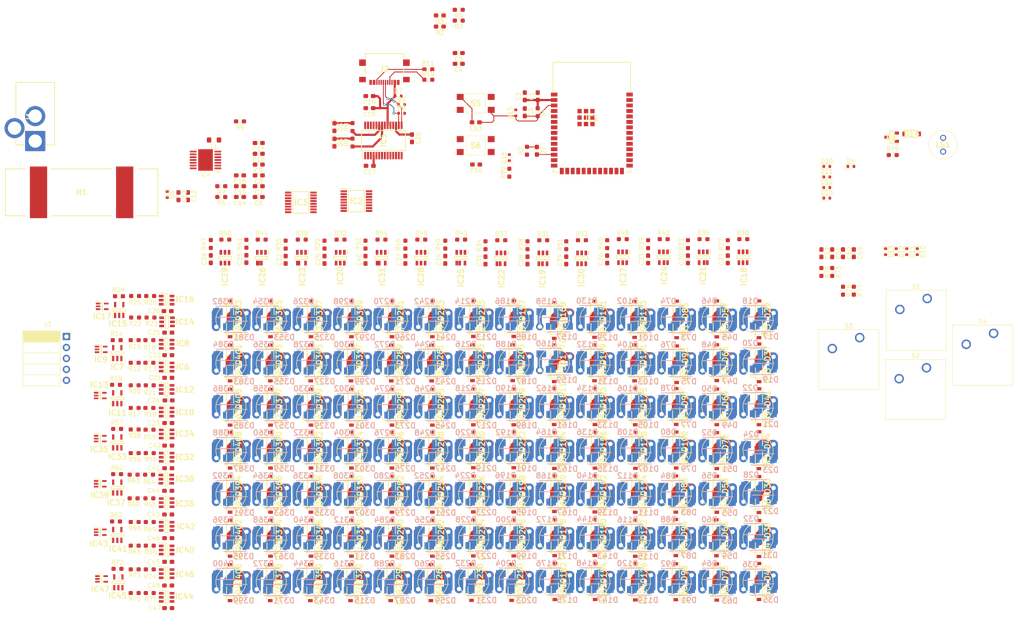
<source format=kicad_pcb>
(kicad_pcb (version 20241229) (generator "pcbnew") (generator_version "9.0")
  (layers (0 "F.Cu" signal "Front") (4 "In1.Cu" signal) (6 "In2.Cu" signal) (2 "B.Cu" signal "Back") (13 "F.Paste" user) (15 "B.Paste" user) (5 "F.SilkS" user "F.Silkscreen") (7 "B.SilkS" user "B.Silkscreen") (1 "F.Mask" user) (3 "B.Mask" user) (25 "Edge.Cuts" user))
  (net 0 "")
  (net 1 "GND")
  (net 2 "3V3")
  (net 3 "/EN")
  (net 4 "12V")
  (net 5 "Net-(IC4-VBST)")
  (net 6 "Net-(IC4-SW1)")
  (net 7 "Net-(IC4-VFB)")
  (net 8 "Net-(IC4-SS)")
  (net 9 "Net-(IC4-VREG5)")
  (net 10 "Net-(D7-K)")
  (net 11 "Net-(IC5-3V3OUT)")
  (net 12 "/Key2")
  (net 13 "/Key1")
  (net 14 "/Key4")
  (net 15 "/Key3")
  (net 16 "/BOOT")
  (net 17 "/USER_LED")
  (net 18 "Net-(D1-K)")
  (net 19 "Net-(D2-K)")
  (net 20 "Net-(D3-K)")
  (net 21 "Net-(D5-K)")
  (net 22 "Net-(D6-K)")
  (net 23 "Net-(D14-K)")
  (net 24 "/ekraan/Flixlite_maatriks/array/A1")
  (net 25 "Net-(D17-K)")
  (net 26 "/ekraan/COLUMN1_POWER")
  (net 27 "/ekraan/Flixlite_maatriks/array/B1")
  (net 28 "Net-(D19-K)")
  (net 29 "Net-(D21-K)")
  (net 30 "/ekraan/Flixlite_maatriks/array/C1")
  (net 31 "/ekraan/Flixlite_maatriks/array/D1")
  (net 32 "Net-(D23-K)")
  (net 33 "/ekraan/ROW1_H_POWER")
  (net 34 "/ekraan/ROW5_H_POWER")
  (net 35 "/ekraan/Flixlite_maatriks/array/E1")
  (net 36 "Net-(D27-K)")
  (net 37 "/ekraan/ROW1_L_POWER")
  (net 38 "/ekraan/ROW5_L_POWER")
  (net 39 "/ekraan/Flixlite_maatriks/array/F1")
  (net 40 "Net-(D31-K)")
  (net 41 "/ekraan/ROW2_H_POWER")
  (net 42 "/ekraan/ROW6_H_POWER")
  (net 43 "/ekraan/Flixlite_maatriks/array/G1")
  (net 44 "Net-(D35-K)")
  (net 45 "/ekraan/ROW2_L_POWER")
  (net 46 "/ekraan/ROW6_L_POWER")
  (net 47 "/ekraan/ROW3_H_POWER")
  (net 48 "/ekraan/ROW7_H_POWER")
  (net 49 "/ekraan/ROW3_L_POWER")
  (net 50 "/ekraan/ROW7_L_POWER")
  (net 51 "/ekraan/ROW4_H_POWER")
  (net 52 "/ekraan/ROW4_L_POWER")
  (net 53 "Net-(D45-K)")
  (net 54 "/ekraan/Flixlite_maatriks/array1/A1")
  (net 55 "/ekraan/COLUMN2_POWER")
  (net 56 "Net-(D47-K)")
  (net 57 "/ekraan/Flixlite_maatriks/array1/B1")
  (net 58 "Net-(D49-K)")
  (net 59 "/ekraan/Flixlite_maatriks/array1/C1")
  (net 60 "/ekraan/Flixlite_maatriks/array1/D1")
  (net 61 "Net-(D51-K)")
  (net 62 "/ekraan/Flixlite_maatriks/array1/E1")
  (net 63 "Net-(D55-K)")
  (net 64 "Net-(D59-K)")
  (net 65 "/ekraan/Flixlite_maatriks/array1/F1")
  (net 66 "Net-(D63-K)")
  (net 67 "/ekraan/Flixlite_maatriks/array1/G1")
  (net 68 "Net-(D73-K)")
  (net 69 "/ekraan/Flixlite_maatriks/array2/A1")
  (net 70 "/ekraan/COLUMN3_POWER")
  (net 71 "Net-(D75-K)")
  (net 72 "/ekraan/Flixlite_maatriks/array2/B1")
  (net 73 "Net-(D77-K)")
  (net 74 "/ekraan/Flixlite_maatriks/array2/C1")
  (net 75 "Net-(D79-K)")
  (net 76 "/ekraan/Flixlite_maatriks/array2/D1")
  (net 77 "/ekraan/Flixlite_maatriks/array2/E1")
  (net 78 "Net-(D83-K)")
  (net 79 "Net-(D87-K)")
  (net 80 "/ekraan/Flixlite_maatriks/array2/F1")
  (net 81 "/ekraan/Flixlite_maatriks/array2/G1")
  (net 82 "Net-(D91-K)")
  (net 83 "/ekraan/Flixlite_maatriks/array3/A1")
  (net 84 "Net-(D101-K)")
  (net 85 "/ekraan/COLUMN4_POWER")
  (net 86 "/ekraan/Flixlite_maatriks/array3/B1")
  (net 87 "Net-(D103-K)")
  (net 88 "/ekraan/Flixlite_maatriks/array3/C1")
  (net 89 "Net-(D105-K)")
  (net 90 "Net-(D107-K)")
  (net 91 "/ekraan/Flixlite_maatriks/array3/D1")
  (net 92 "/ekraan/Flixlite_maatriks/array3/E1")
  (net 93 "Net-(D111-K)")
  (net 94 "Net-(D115-K)")
  (net 95 "/ekraan/Flixlite_maatriks/array3/F1")
  (net 96 "Net-(D119-K)")
  (net 97 "/ekraan/Flixlite_maatriks/array3/G1")
  (net 98 "/ekraan/Flixlite_maatriks/array4/A1")
  (net 99 "Net-(D129-K)")
  (net 100 "/ekraan/COLUMN5_POWER")
  (net 101 "Net-(D131-K)")
  (net 102 "/ekraan/Flixlite_maatriks/array4/B1")
  (net 103 "Net-(D133-K)")
  (net 104 "/ekraan/Flixlite_maatriks/array4/C1")
  (net 105 "/ekraan/Flixlite_maatriks/array4/D1")
  (net 106 "Net-(D135-K)")
  (net 107 "/ekraan/Flixlite_maatriks/array4/E1")
  (net 108 "Net-(D139-K)")
  (net 109 "Net-(D143-K)")
  (net 110 "/ekraan/Flixlite_maatriks/array4/F1")
  (net 111 "/ekraan/Flixlite_maatriks/array4/G1")
  (net 112 "Net-(D147-K)")
  (net 113 "Net-(D157-K)")
  (net 114 "/ekraan/Flixlite_maatriks/array5/A1")
  (net 115 "/ekraan/COLUMN6_POWER")
  (net 116 "Net-(D159-K)")
  (net 117 "/ekraan/Flixlite_maatriks/array5/B1")
  (net 118 "/ekraan/Flixlite_maatriks/array5/C1")
  (net 119 "Net-(D161-K)")
  (net 120 "Net-(D163-K)")
  (net 121 "/ekraan/Flixlite_maatriks/array5/D1")
  (net 122 "/ekraan/Flixlite_maatriks/array5/E1")
  (net 123 "Net-(D167-K)")
  (net 124 "/ekraan/Flixlite_maatriks/array5/F1")
  (net 125 "Net-(D171-K)")
  (net 126 "/ekraan/Flixlite_maatriks/array5/G1")
  (net 127 "Net-(D175-K)")
  (net 128 "Net-(D185-K)")
  (net 129 "/ekraan/Flixlite_maatriks/array6/A1")
  (net 130 "/ekraan/COLUMN7_POWER")
  (net 131 "Net-(D187-K)")
  (net 132 "/ekraan/Flixlite_maatriks/array6/B1")
  (net 133 "Net-(D189-K)")
  (net 134 "/ekraan/Flixlite_maatriks/array6/C1")
  (net 135 "/ekraan/Flixlite_maatriks/array6/D1")
  (net 136 "Net-(D191-K)")
  (net 137 "/ekraan/Flixlite_maatriks/array6/E1")
  (net 138 "Net-(D195-K)")
  (net 139 "/ekraan/Flixlite_maatriks/array6/F1")
  (net 140 "Net-(D199-K)")
  (net 141 "/ekraan/Flixlite_maatriks/array6/G1")
  (net 142 "Net-(D203-K)")
  (net 143 "Net-(D213-K)")
  (net 144 "/ekraan/Flixlite_maatriks/array7/A1")
  (net 145 "/ekraan/COLUMN8_POWER")
  (net 146 "/ekraan/Flixlite_maatriks/array7/B1")
  (net 147 "Net-(D215-K)")
  (net 148 "Net-(D217-K)")
  (net 149 "/ekraan/Flixlite_maatriks/array7/C1")
  (net 150 "/ekraan/Flixlite_maatriks/array7/D1")
  (net 151 "Net-(D219-K)")
  (net 152 "/ekraan/Flixlite_maatriks/array7/E1")
  (net 153 "Net-(D223-K)")
  (net 154 "Net-(D227-K)")
  (net 155 "/ekraan/Flixlite_maatriks/array7/F1")
  (net 156 "/ekraan/Flixlite_maatriks/array7/G1")
  (net 157 "Net-(D231-K)")
  (net 158 "/ekraan/Flixlite_maatriks/array8/A1")
  (net 159 "Net-(D241-K)")
  (net 160 "/ekraan/COLUMN9_POWER")
  (net 161 "/ekraan/Flixlite_maatriks/array8/B1")
  (net 162 "Net-(D243-K)")
  (net 163 "Net-(D245-K)")
  (net 164 "/ekraan/Flixlite_maatriks/array8/C1")
  (net 165 "/ekraan/Flixlite_maatriks/array8/D1")
  (net 166 "Net-(D247-K)")
  (net 167 "/ekraan/Flixlite_maatriks/array8/E1")
  (net 168 "Net-(D251-K)")
  (net 169 "/ekraan/Flixlite_maatriks/array8/F1")
  (net 170 "Net-(D255-K)")
  (net 171 "Net-(D259-K)")
  (net 172 "/ekraan/Flixlite_maatriks/array8/G1")
  (net 173 "/ekraan/Flixlite_maatriks/array9/A1")
  (net 174 "Net-(D269-K)")
  (net 175 "/ekraan/COLUMN10_POWER")
  (net 176 "/ekraan/Flixlite_maatriks/array9/B1")
  (net 177 "Net-(D271-K)")
  (net 178 "Net-(D273-K)")
  (net 179 "/ekraan/Flixlite_maatriks/array9/C1")
  (net 180 "Net-(D275-K)")
  (net 181 "/ekraan/Flixlite_maatriks/array9/D1")
  (net 182 "/ekraan/Flixlite_maatriks/array9/E1")
  (net 183 "Net-(D279-K)")
  (net 184 "/ekraan/Flixlite_maatriks/array9/F1")
  (net 185 "Net-(D283-K)")
  (net 186 "Net-(D287-K)")
  (net 187 "/ekraan/Flixlite_maatriks/array9/G1")
  (net 188 "Net-(D297-K)")
  (net 189 "/ekraan/Flixlite_maatriks/array10/A1")
  (net 190 "/ekraan/COLUMN11_POWER")
  (net 191 "Net-(D299-K)")
  (net 192 "/ekraan/Flixlite_maatriks/array10/B1")
  (net 193 "Net-(D301-K)")
  (net 194 "/ekraan/Flixlite_maatriks/array10/C1")
  (net 195 "Net-(D303-K)")
  (net 196 "/ekraan/Flixlite_maatriks/array10/D1")
  (net 197 "/ekraan/Flixlite_maatriks/array10/E1")
  (net 198 "Net-(D307-K)")
  (net 199 "/ekraan/Flixlite_maatriks/array10/F1")
  (net 200 "Net-(D311-K)")
  (net 201 "Net-(D315-K)")
  (net 202 "/ekraan/Flixlite_maatriks/array10/G1")
  (net 203 "/ekraan/Flixlite_maatriks/array11/A1")
  (net 204 "Net-(D325-K)")
  (net 205 "/ekraan/COLUMN12_POWER")
  (net 206 "/ekraan/Flixlite_maatriks/array11/B1")
  (net 207 "Net-(D327-K)")
  (net 208 "/ekraan/Flixlite_maatriks/array11/C1")
  (net 209 "Net-(D329-K)")
  (net 210 "/ekraan/Flixlite_maatriks/array11/D1")
  (net 211 "Net-(D331-K)")
  (net 212 "/ekraan/Flixlite_maatriks/array11/E1")
  (net 213 "Net-(D335-K)")
  (net 214 "Net-(D339-K)")
  (net 215 "/ekraan/Flixlite_maatriks/array11/F1")
  (net 216 "/ekraan/Flixlite_maatriks/array11/G1")
  (net 217 "Net-(D343-K)")
  (net 218 "/ekraan/Flixlite_maatriks/array12/A1")
  (net 219 "Net-(D353-K)")
  (net 220 "/ekraan/COLUMN13_POWER")
  (net 221 "Net-(D355-K)")
  (net 222 "/ekraan/Flixlite_maatriks/array12/B1")
  (net 223 "/ekraan/Flixlite_maatriks/array12/C1")
  (net 224 "Net-(D357-K)")
  (net 225 "/ekraan/Flixlite_maatriks/array12/D1")
  (net 226 "Net-(D359-K)")
  (net 227 "/ekraan/Flixlite_maatriks/array12/E1")
  (net 228 "Net-(D363-K)")
  (net 229 "/ekraan/Flixlite_maatriks/array12/F1")
  (net 230 "Net-(D367-K)")
  (net 231 "/ekraan/Flixlite_maatriks/array12/G1")
  (net 232 "Net-(D371-K)")
  (net 233 "Net-(D381-K)")
  (net 234 "/ekraan/Flixlite_maatriks/array13/A1")
  (net 235 "/ekraan/COLUMN14_POWER")
  (net 236 "/ekraan/Flixlite_maatriks/array13/B1")
  (net 237 "Net-(D383-K)")
  (net 238 "Net-(D385-K)")
  (net 239 "/ekraan/Flixlite_maatriks/array13/C1")
  (net 240 "Net-(D387-K)")
  (net 241 "/ekraan/Flixlite_maatriks/array13/D1")
  (net 242 "/ekraan/Flixlite_maatriks/array13/E1")
  (net 243 "Net-(D391-K)")
  (net 244 "/ekraan/Flixlite_maatriks/array13/F1")
  (net 245 "Net-(D395-K)")
  (net 246 "Net-(D399-K)")
  (net 247 "/ekraan/Flixlite_maatriks/array13/G1")
  (net 248 "Net-(H1-Pad1)")
  (net 249 "/TX_prog")
  (net 250 "/!MR")
  (net 251 "/SW")
  (net 252 "Net-(IC1-NC_1)")
  (net 253 "/COLUMN10")
  (net 254 "/VRY")
  (net 255 "/COLUMN5")
  (net 256 "/COLUMN4")
  (net 257 "/DS")
  (net 258 "/COLUMN11")
  (net 259 "/STCP")
  (net 260 "/VRX")
  (net 262 "/COLUMN3")
  (net 263 "/COLUMN9")
  (net 264 "/RX_prog")
  (net 265 "/COLUMN6")
  (net 266 "/!OE")
  (net 268 "/COLUMN1")
  (net 269 "/SHCP")
  (net 270 "/COLUMN7")
  (net 271 "/COLUMN13")
  (net 272 "/COLUMN8")
  (net 273 "/COLUMN2")
  (net 275 "/COLUMN14")
  (net 276 "/COLUMN12")
  (net 277 "/ROW2_L")
  (net 278 "/ROW3_L")
  (net 279 "/ROW1_H")
  (net 280 "Net-(IC2-Q7S)")
  (net 281 "/ROW4_H")
  (net 282 "/ROW3_H")
  (net 283 "/ROW4_L")
  (net 284 "/ROW1_L")
  (net 285 "/ROW2_H")
  (net 287 "/ROW6_H")
  (net 288 "/ROW6_L")
  (net 289 "/ROW7_L")
  (net 290 "/ROW7_H")
  (net 293 "/ROW5_L")
  (net 294 "/ROW5_H")
  (net 295 "Net-(IC4-PG)")
  (net 305 "Net-(IC5-CBUS0)")
  (net 306 "Net-(D9-K)")
  (net 310 "Net-(IC5-CBUS1)")
  (net 312 "Net-(D8-K)")
  (net 316 "Net-(IC6-IN-)")
  (net 317 "Net-(IC6-IN+)")
  (net 319 "Net-(IC7-Y)")
  (net 321 "Net-(IC8-IN+)")
  (net 322 "Net-(IC8-IN-)")
  (net 323 "Net-(IC9-Y)")
  (net 325 "Net-(IC10-IN+)")
  (net 326 "Net-(IC10-IN-)")
  (net 327 "Net-(IC11-Y)")
  (net 329 "Net-(IC12-IN+)")
  (net 331 "Net-(IC12-IN-)")
  (net 332 "Net-(IC13-Y)")
  (net 334 "Net-(IC14-IN+)")
  (net 335 "Net-(IC14-IN-)")
  (net 337 "Net-(IC15-Y)")
  (net 338 "Net-(IC16-IN+)")
  (net 340 "Net-(IC16-IN-)")
  (net 341 "Net-(IC17-Y)")
  (net 342 "Net-(IC18-IN+)")
  (net 343 "Net-(IC18-IN-)")
  (net 344 "Net-(IC19-IN+)")
  (net 345 "Net-(IC19-IN-)")
  (net 346 "Net-(IC20-IN+)")
  (net 347 "Net-(IC20-IN-)")
  (net 348 "Net-(IC21-IN+)")
  (net 349 "Net-(IC21-IN-)")
  (net 350 "Net-(IC22-IN+)")
  (net 351 "Net-(IC22-IN-)")
  (net 352 "Net-(IC23-IN-)")
  (net 353 "Net-(IC23-IN+)")
  (net 354 "Net-(IC24-IN+)")
  (net 355 "Net-(IC24-IN-)")
  (net 356 "Net-(IC25-IN-)")
  (net 357 "Net-(IC25-IN+)")
  (net 358 "Net-(IC26-IN+)")
  (net 359 "Net-(IC26-IN-)")
  (net 360 "Net-(IC27-IN-)")
  (net 361 "Net-(IC27-IN+)")
  (net 362 "Net-(IC28-IN-)")
  (net 363 "Net-(IC28-IN+)")
  (net 364 "Net-(IC29-IN+)")
  (net 365 "Net-(IC29-IN-)")
  (net 366 "Net-(IC30-IN-)")
  (net 367 "Net-(IC30-IN+)")
  (net 368 "Net-(IC31-IN-)")
  (net 369 "Net-(IC31-IN+)")
  (net 371 "Net-(IC32-IN+)")
  (net 372 "Net-(IC32-IN-)")
  (net 374 "Net-(IC33-Y)")
  (net 376 "Net-(IC34-IN+)")
  (net 377 "Net-(IC34-IN-)")
  (net 378 "Net-(IC35-Y)")
  (net 379 "Net-(IC36-IN-)")
  (net 381 "Net-(IC36-IN+)")
  (net 383 "Net-(IC37-Y)")
  (net 384 "Net-(IC38-IN-)")
  (net 386 "Net-(IC38-IN+)")
  (net 387 "Net-(IC39-Y)")
  (net 388 "Net-(IC40-IN-)")
  (net 390 "Net-(IC40-IN+)")
  (net 391 "Net-(IC41-Y)")
  (net 394 "Net-(IC42-IN+)")
  (net 395 "Net-(IC42-IN-)")
  (net 396 "Net-(IC43-Y)")
  (net 398 "Net-(IC44-IN+)")
  (net 399 "Net-(IC44-IN-)")
  (net 400 "Net-(IC45-Y)")
  (net 402 "Net-(IC46-IN+)")
  (net 403 "Net-(IC46-IN-)")
  (net 405 "Net-(IC47-Y)")
  (net 407 "Net-(J2-CC2)")
  (net 408 "Net-(J2-SBU1)")
  (net 409 "Net-(J2-CC1)")
  (net 410 "/BUZZER")
  (footprint "LED_SMD:LED_0603_1608Metric_Pad1.05x0.95mm_HandSolder" (layer "F.Cu") (at 131.6675 26.07 180)
    (property "Reference" "D3")
    (property "Value" "LED")
  )
  (footprint "SOD-123FL:SOD-123FL" (layer "F.Cu") (at 139.457583 134.872143 -90)
    (property "Reference" "D226")
    (property "Value" "D" (hide yes))
  )
  (footprint "Resistor_SMD:R_0603_1608Metric_Pad0.98x0.95mm_HandSolder" (layer "F.Cu") (at 80.9375 68.25 180)
    (property "Reference" "R6")
    (property "Value" "73.2k")
  )
  (footprint "SOD-123FL:SOD-123FL" (layer "F.Cu") (at 139.457583 114.622143 -90)
    (property "Reference" "D237")
    (property "Value" "D" (hide yes))
  )
  (footprint "Resistor_SMD:R_0603_1608Metric_Pad0.98x0.95mm_HandSolder" (layer "F.Cu") (at 108.621016 78.144286 180)
    (property "Reference" "R32")
    (property "Value" "33k")
  )
  (footprint "Package_SO:Texas_HTSSOP-14-1EP_4.4x5mm_P0.65mm_EP3.4x5mm_Mask3.155x3.255mm" (layer "F.Cu") (at 77.28 59.645 180)
    (property "Reference" "IC4")
    (property "Value" "TPS54429PWPR")
  )
  (footprint "Resistor_SMD:R_0603_1608Metric_Pad0.98x0.95mm_HandSolder" (layer "F.Cu") (at 132.933517 79.306786 90)
    (property "Reference" "R40")
    (property "Value" "33k")
  )
  (footprint "Diode_SMD:D_SOD-523" (layer "F.Cu") (at 240.05 80.95 -90)
    (property "Reference" "D11")
    (property "Value" "CPDH3V3UP-HF")
  )
  (footprint "Resistor_SMD:R_0603_1608Metric_Pad0.98x0.95mm_HandSolder" (layer "F.Cu") (at 64.25 101.5)
    (property "Reference" "R16")
    (property "Value" "33k")
  )
  (footprint "SOD-123FL:SOD-123FL" (layer "F.Cu") (at 195.95 160.111154 -90)
    (property "Reference" "D68")
    (property "Value" "D" (hide yes))
  )
  (footprint "KCG0603:KCG0603" (layer "F.Cu") (at 248.5 54.5)
    (property "Reference" "LS1")
    (property "Value" "KCG0603" (hide yes))
  )
  (footprint "SOD-123FL:SOD-123FL" (layer "F.Cu") (at 129.586154 160.232143 -90)
    (property "Reference" "D264")
    (property "Value" "D" (hide yes))
  )
  (footprint "Resistor_SMD:R_0603_1608Metric_Pad0.98x0.95mm_HandSolder" (layer "F.Cu") (at 86.764286 79.1125 90)
    (property "Reference" "R41")
    (property "Value" "33k")
  )
  (footprint "00318242:00318242" (layer "F.Cu") (at 48.515 67.1625)
    (property "Reference" "H1")
    (property "Value" "0031.8242" (hide yes))
  )
  (footprint "SOD-123FL:SOD-123FL" (layer "F.Cu") (at 101.693297 109.182143 -90)
    (property "Reference" "D341")
    (property "Value" "D" (hide yes))
  )
  (footprint "SOT95P280X145-6N:SOT95P280X145-6N" (layer "F.Cu") (at 68.25 118.2)
    (property "Reference" "IC10")
    (property "Value" "1EDN7550BXTSA1" (hide yes))
  )
  (footprint "SOD-123FL:SOD-123FL" (layer "F.Cu") (at 129.943297 139.682143 -90)
    (property "Reference" "D250")
    (property "Value" "D" (hide yes))
  )
  (footprint "SOT95P280X145-6N:SOT95P280X145-6N" (layer "F.Cu") (at 68.35 97.25)
    (property "Reference" "IC14")
    (property "Value" "1EDN7550BXTSA1" (hide yes))
  )
  (footprint "Resistor_SMD:R_0603_1608Metric_Pad0.98x0.95mm_HandSolder" (layer "F.Cu") (at 152.014286 79.456786 90)
    (property "Reference" "R28")
    (property "Value" "33k")
  )
  (footprint "SOD-123FL:SOD-123FL" (layer "F.Cu") (at 167.629011 144.932143 -90)
    (property "Reference" "D150")
    (property "Value" "D" (hide yes))
  )
  (footprint "SOD-123FL:SOD-123FL" (layer "F.Cu") (at 129.943297 145.107143 -90)
    (property "Reference" "D262")
    (property "Value" "D" (hide yes))
  )
  (footprint "SOD-123FL:SOD-123FL" (layer "F.Cu") (at 129.586154 155.432143 -90)
    (property "Reference" "D266")
    (property "Value" "D" (hide yes))
  )
  (footprint "SOD-123FL:SOD-123FL" (layer "F.Cu") (at 177.029011 145.082143 -90)
    (property "Reference" "D122")
    (property "Value" "D" (hide yes))
  )
  (footprint "SOD-123FL:SOD-123FL" (layer "F.Cu") (at 111.157582 149.907143 -90)
    (property "Reference" "D314")
    (property "Value" "D" (hide yes))
  )
  (footprint "Capacitor_SMD:C_0603_1608Metric_Pad1.08x0.95mm_HandSolder" (layer "F.Cu") (at 68.4875 94.75)
    (property "Reference" "C26")
    (property "Value" "100u")
  )
  (footprint "SOD-123FL:SOD-123FL" (layer "F.Cu") (at 158.369011 155.132143 -90)
    (property "Reference" "D182")
    (property "Value" "D" (hide yes))
  )
  (footprint "SOD-123FL:SOD-123FL" (layer "F.Cu") (at 139.029011 155.372143 -90)
    (property "Reference" "D238")
    (property "Value" "D" (hide yes))
  )
  (footprint "SOD-123FL:SOD-123FL" (layer "F.Cu") (at 82.986154 134.932143 -90)
    (property "Reference" "D394")
    (property "Value" "D" (hide yes))
  )
  (footprint "SOD-123FL:SOD-123FL" (layer "F.Cu") (at 101.764725 98.932143 -90)
    (property "Reference" "D333")
    (property "Value" "D" (hide yes))
  )
  (footprint "SOD-123FL:SOD-123FL" (layer "F.Cu") (at 205.75 124.575 -90)
    (property "Reference" "D44")
    (property "Value" "D" (hide yes))
  )
  (footprint "SOD-123FL:SOD-123FL" (layer "F.Cu") (at 101.764725 134.932143 -90)
    (property "Reference" "D338")
    (property "Value" "D" (hide yes))
  )
  (footprint "Inductor_SMD:L_0805_2012Metric_Pad1.05x1.20mm_HandSolder" (layer "F.Cu") (at 79.25 55 180)
    (property "Reference" "L1")
    (property "Value" "2.2u")
  )
  (footprint "SOD-123FL:SOD-123FL" (layer "F.Cu") (at 129.943297 94.182143 -90)
    (property "Reference" "D253")
    (property "Value" "D" (hide yes))
  )
  (footprint "Resistor_SMD:R_0603_1608Metric_Pad0.98x0.95mm_HandSolder" (layer "F.Cu") (at 56.7625 122.125)
    (property "Reference" "R57")
    (property "Value" "1k")
  )
  (footprint "SOD-123FL:SOD-123FL" (layer "F.Cu") (at 177.029011 149.932143 -90)
    (property "Reference" "D118")
    (property "Value" "D" (hide yes))
  )
  (footprint "Resistor_SMD:R_0603_1608Metric_Pad0.98x0.95mm_HandSolder" (layer "F.Cu") (at 64.25 117.25)
    (property "Reference" "R18")
    (property "Value" "33k")
  )
  (footprint "SOD-123FL:SOD-123FL" (layer "F.Cu") (at 186.536154 114.525 -90)
    (property "Reference" "D97")
    (property "Value" "D" (hide yes))
  )
  (footprint "SOD-123FL:SOD-123FL" (layer "F.Cu") (at 139.457583 145.047143 -90)
    (property "Reference" "D234")
    (property "Value" "D" (hide yes))
  )
  (footprint "Capacitor_SMD:C_0603_1608Metric_Pad1.08x0.95mm_HandSolder" (layer "F.Cu") (at 225.26 81.305 -90)
    (property "Reference" "C50")
    (property "Value" "100n")
  )
  (footprint "Resistor_SMD:R_0603_1608Metric_Pad0.98x0.95mm_HandSolder" (layer "F.Cu") (at 114.41044 79.306786 90)
    (property "Reference" "R52")
    (property "Value" "33k")
  )
  (footprint "SOD-123FL:SOD-123FL" (layer "F.Cu") (at 120.55044 145.107143 -90)
    (property "Reference" "D290")
    (property "Value" "D" (hide yes))
  )
  (footprint "SOD-123FL:SOD-123FL" (layer "F.Cu") (at 82.986154 145.107143 -90)
    (property "Reference" "D402")
    (property "Value" "D" (hide yes))
  )
  (footprint "SOT95P280X145-6N:SOT95P280X145-6N" (layer "F.Cu") (at 164.596154 82.5 -90)
    (property "Reference" "IC30")
    (property "Value" "1EDN7550BXTSA1" (hide yes))
  )
  (footprint "Resistor_SMD:R_0603_1608Metric_Pad0.98x0.95mm_HandSolder" (layer "F.Cu") (at 60.8375 117.25 180)
    (property "Reference" "R17")
    (property "Value" "33k")
  )
  (footprint "SOD-123FL:SOD-123FL" (layer "F.Cu") (at 148.829011 124.622143 -90)
    (property "Reference" "D212")
    (property "Value" "D" (hide yes))
  )
  (footprint "Capacitor_SMD:C_0603_1608Metric_Pad1.08x0.95mm_HandSolder" (layer "F.Cu") (at 85.2875 63.23 180)
    (property "Reference" "C16")
    (property "Value" "1u")
  )
  (footprint "Resistor_SMD:R_0603_1608Metric_Pad0.98x0.95mm_HandSolder" (layer "F.Cu") (at 151.9 57.5 90)
    (property "Reference" "R2")
    (property "Value" "360")
  )
  (footprint "Capacitor_SMD:C_0603_1608Metric_Pad1.08x0.95mm_HandSolder" (layer "F.Cu") (at 68.6375 105)
    (property "Reference" "C22")
    (property "Value" "100u")
  )
  (footprint "SOD-123FL:SOD-123FL" (layer "F.Cu") (at 195.95 98.961154 -90)
    (property "Reference" "D53")
    (property "Value" "D" (hide yes))
  )
  (footprint "SOD-123FL:SOD-123FL" (layer "F.Cu") (at 195.95 104.361154 -90)
    (property "Reference" "D65")
    (property "Value" "D" (hide yes))
  )
  (footprint "dot_flipper:7_flip_dots" (layer "F.Cu") (at 124.269011 95.217143 -90)
    (property "Reference" "U10" (hide yes))
    (property "Value" "1EDN7550BXTSA1" (hide yes))
  )
  (footprint "Capacitor_SMD:C_0603_1608Metric_Pad1.08x0.95mm_HandSolder" (layer "F.Cu") (at 140 50.9 180)
    (property "Reference" "C53")
    (property "Value" "100n")
  )
  (footprint "SOD-123FL:SOD-123FL" (layer "F.Cu") (at 82.986154 114.682143 -90)
    (property "Reference" "D405")
    (property "Value" "D" (hide yes))
  )
  (footprint "SOD-123FL:SOD-123FL" (layer "F.Cu") (at 148.829011 129.372143 -90)
    (property "Reference" "D211")
    (property "Value" "D" (hide yes))
  )
  (footprint "SOD-123FL:SOD-123FL" (layer "F.Cu") (at 148.829011 114.622143 -90)
    (property "Reference" "D209")
    (property "Value" "D" (hide yes))
  )
  (footprint "Resistor_SMD:R_0603_1608Metric_Pad0.98x0.95mm_HandSolder" (layer "F.Cu") (at 95.887363 79.306786 90)
    (property "Reference" "R35")
    (property "Value" "33k")
  )
  (footprint "SOT95P280X145-6N:SOT95P280X145-6N" (layer "F.Cu") (at 68.25 92.208571)
    (property "Reference" "IC16")
    (property "Value" "1EDN7550BXTSA1" (hide yes))
  )
  (footprint "SOD-123FL:SOD-123FL" (layer "F.Cu") (at 167.729011 159.982143 -90)
    (property "Reference" "D152")
    (property "Value" "D" (hide yes))
  )
  (footprint "Resistor_SMD:R_0603_1608Metric_Pad0.98x0.95mm_HandSolder" (layer "F.Cu") (at 56.5125 111.875)
    (property "Reference" "R19")
    (property "Value" "1k")
  )
  (footprint "SOD-123FL:SOD-123FL" (layer "F.Cu") (at 101.764725 124.682143 -90)
    (property "Reference" "D352")
    (property "Value" "D" (hide yes))
  )
  (footprint "Diode_SMD:D_SOD-523" (layer "F.Cu") (at 122.8 46.8)
    (property "Reference" "D9")
    (property "Value" "CPDH3V3UP-HF")
  )
  (footprint "SOD-123FL:SOD-123FL" (layer "F.Cu") (at 92.371868 134.932143 -90)
    (property "Reference" "D366")
    (property "Value" "D" (hide yes))
  )
  (footprint "74HC1G04GV-Q100H:SOT95P275X110-5N" (layer "F.Cu") (at 56.8 104.5 90)
    (property "Reference" "IC7")
    (property "Value" "74HC1G04GV-Q100H" (hide yes))
  )
  (footprint "SOD-123FL:SOD-123FL" (layer "F.Cu") (at 195.95 124.761154 -90)
    (property "Reference" "D72")
    (property "Value" "D" (hide yes))
  )
  (footprint "dot_flipper:7_flip_dots" (layer "F.Cu") (at 105.529011 95.217143 -90)
    (property "Reference" "U12" (hide yes))
    (property "Value" "1EDN7550BXTSA1" (hide yes))
  )
  (footprint "Capacitor_SMD:C_0603_1608Metric_Pad1.08x0.95mm_HandSolder" (layer "F.Cu") (at 161.014286 82.981786 -90)
    (property "Reference" "C39")
    (property "Value" "100u")
  )
  (footprint "Resistor_SMD:R_0603_1608Metric_Pad0.98x0.95mm_HandSolder" (layer "F.Cu") (at 220.24 85.655 -90)
    (property "Reference" "R76")
    (property "Value" "10K")
  )
  (footprint "Resistor_SMD:R_0603_1608Metric_Pad0.98x0.95mm_HandSolder" (layer "F.Cu") (at 64.3375 154.75)
    (property "Reference" "R74")
    (property "Value" "33k")
  )
  (footprint "694108301002:694108301002" (layer "F.Cu") (at 37.75 55.25 -90)
    (property "Reference" "J1")
    (property "Value" "694108301002" (hide yes))
  )
  (footprint "dot_flipper:7_flip_dots" (layer "F.Cu") (at 190.136154 95.15 -90)
    (property "Reference" "U3" (hide yes))
    (property "Value" "1EDN7550BXTSA1" (hide yes))
  )
  (footprint "Capacitor_SMD:C_0603_1608Metric_Pad1.08x0.95mm_HandSolder" (layer "F.Cu") (at 115.3375 47.6 180)
    (property "Reference" "C18")
    (property "Value" "4.7u")
  )
  (footprint "Capacitor_SMD:C_0603_1608Metric_Pad1.08x0.95mm_HandSolder" (layer "F.Cu") (at 68.6375 153)
    (property "Reference" "C45")
    (property "Value" "100u")
  )
  (footprint "Capacitor_SMD:C_0603_1608Metric_Pad1.08x0.95mm_HandSolder" (layer "F.Cu") (at 123.671979 82.831786 -90)
    (property "Reference" "C37")
    (property "Value" "100u")
  )
  (footprint "SOD-123FL:SOD-123FL" (layer "F.Cu") (at 139.029011 160.172143 -90)
    (property "Reference" "D236")
    (property "Value" "D" (hide yes))
  )
  (footprint "SOT95P280X145-6N:SOT95P280X145-6N" (layer "F.Cu") (at 118.05 82.35 -90)
    (property "Reference" "IC31")
    (property "Value" "1EDN7550BXTSA1" (hide yes))
  )
  (footprint "Resistor_SMD:R_0603_1608Metric_Pad0.98x0.95mm_HandSolder" (layer "F.Cu") (at 145.932555 78.294286 180)
    (property "Reference" "R37")
    (property "Value" "33k")
  )
  (footprint "SOD-123FL:SOD-123FL" (layer "F.Cu") (at 111.157582 94.182143 -90)
    (property "Reference" "D309")
    (property "Value" "D" (hide yes))
  )
  (footprint "Button_Switch_Keyboard:SW_Cherry_MX_1.00u_PCB" (layer "F.Cu") (at 244.8 91.83)
    (property "Reference" "S1")
    (property "Value" "Keyswitch")
  )
  (footprint "Capacitor_SMD:C_0603_1608Metric_Pad1.08x0.95mm_HandSolder" (layer "F.Cu") (at 85.2875 65.74 180)
    (property "Reference" "C15")
    (property "Value" "3.3n")
  )
  (footprint "Resistor_SMD:R_0603_1608Metric_Pad0.98x0.95mm_HandSolder" (layer "F.Cu") (at 118.119094 78.144286 180)
    (property "Reference" "R54")
    (property "Value" "33k")
  )
  (footprint "SOD-123FL:SOD-123FL" (layer "F.Cu") (at 120.55044 119.457143 -90)
    (property "Reference" "D291")
    (property "Value" "D" (hide yes))
  )
  (footprint "Resistor_SMD:R_0603_1608Metric_Pad0.98x0.95mm_HandSolder" (layer "F.Cu") (at 227.77 90.005 -90)
    (property "Reference" "R77")
    (property "Value" "10K")
  )
  (footprint "SOD-123FL:SOD-123FL" (layer "F.Cu") (at 82.986154 160.232143 -90)
    (property "Reference" "D404")
    (property "Value" "D" (hide yes))
  )
  (footprint "SOD-123FL:SOD-123FL" (layer "F.Cu") (at 92.371868 145.107143 -90)
    (property "Reference" "D374")
    (property "Value" "D" (hide yes))
  )
  (footprint "SOD-123FL:SOD-123FL" (layer "F.Cu") (at 129.764725 104.432143 -90)
    (property "Reference" "D261")
    (property "Value" "D" (hide yes))
  )
  (footprint "SOD-123FL:SOD-123FL" (layer "F.Cu") (at 148.829011 134.872143 -90)
    (property "Reference" "D198")
    (property "Value" "D" (hide yes))
  )
  (footprint "Resistor_SMD:R_0603_1608Metric_Pad0.98x0.95mm_HandSolder" (layer "F.Cu") (at 60.8375 101.5 180)
    (property "Reference" "R15")
    (property "Value" "33k")
  )
  (footprint "dot_flipper:7_flip_dots" (layer "F.Cu") (at 152.479011 95.157143 -90)
    (property "Reference" "U7" (hide yes))
    (property "Value" "1EDN7550BXTSA1" (hide yes))
  )
  (footprint "Capacitor_SMD:C_0603_1608Metric_Pad1.08x0.95mm_HandSolder" (layer "F.Cu") (at 89.6375 63.23 180)
    (property "Reference" "C8")
    (property "Value" "0.1u")
  )
  (footprint "LED_SMD:LED_0603_1608Metric_Pad1.05x0.95mm_HandSolder" (layer "F.Cu") (at 107.2 52 -90)
    (property "Reference" "D5")
    (property "Value" "LED")
  )
  (footprint "Capacitor_SMD:C_0603_1608Metric_Pad1.08x0.95mm_HandSolder" (layer "F.Cu") (at 136.0625 37.31 180)
    (property "Reference" "C4")
    (property "Value" "100n")
  )
  (footprint "SOD-123FL:SOD-123FL" (layer "F.Cu") (at 139.457583 124.622143 -90)
    (property "Reference" "D240")
    (property "Value" "D" (hide yes))
  )
  (footprint "SOD-123FL:SOD-123FL" (layer "F.Cu") (at 111.157582 119.457143 -90)
    (property "Reference" "D319")
    (property "Value" "D" (hide yes))
  )
  (footprint "SOD-123FL:SOD-123FL" (layer "F.Cu") (at 139.243297 109.122143 -90)
    (property "Reference" "D229")
    (property "Value" "D" (hide yes))
  )
  (footprint "SOD-123FL:SOD-123FL" (layer "F.Cu") (at 177.079011 124.682143 -90)
    (property "Reference" "D128")
    (property "Value" "D" (hide yes))
  )
  (footprint "Capacitor_SMD:C_0603_1608Metric_Pad1.08x0.95mm_HandSolder" (layer "F.Cu") (at 89.6375 65.74 180)
    (property "Reference" "C7")
    (property "Value" "10u")
  )
  (footprint "SOD-123FL:SOD-123FL" (layer "F.Cu") (at 139.457583 149.847143 -90)
    (property "Reference" "D230")
    (property "Value" "D" (hide yes))
  )
  (footprint "74HC1G04GV-Q100H:SOT95P275X110-5N" (layer "F.Cu") (at 56.8 146.75 90)
    (property "Reference" "IC41")
    (property "Value" "74HC1G04GV-Q100H" (hide yes))
  )
  (footprint "Diode_SMD:D_SOD-523" (layer "F.Cu") (at 242.5 80.95 -90)
    (property "Reference" "D10")
    (property "Value" "CPDH3V3UP-HF")
  )
  (footprint "SOD-123FL:SOD-123FL" (layer "F.Cu") (at 205.75 145.175 -90)
    (property "Reference" "D38")
    (property "Value" "D" (hide yes))
  )
  (footprint "SOD-123FL:SOD-123FL" (layer "F.Cu") (at 158.229011 99.319286 -90)
    (property "Reference" "D165")
    (property "Value" "D" (hide yes))
  )
  (footprint "Resistor_SMD:R_0603_1608Metric_Pad0.98x0.95mm_HandSolder" (layer "F.Cu") (at 64.3375 149.25)
    (property "Reference" "R66")
    (property "Value" "33k")
  )
  (footprint "SOD-123FL:SOD-123FL" (layer "F.Cu") (at 139.457583 119.397143 -90)
    (property "Reference" "D235")
    (property "Value" "D" (hide yes))
  )
  (footprint "SOD-123FL:SOD-123FL" (layer "F.Cu") (at 186.436154 144.925 -90)
    (property "Reference" "D94")
    (property "Value" "D" (hide yes))
  )
  (footprint "SOD-123FL:SOD-123FL" (layer "F.Cu") (at 120.55044 134.932143 -90)
    (property "Reference" "D282")
    (property "Value" "D" (hide yes))
  )
  (footprint "Resistor_SMD:R_0603_1608Metric_Pad0.98x0.95mm_HandSolder" (layer "F.Cu") (at 123.671979 79.306786 90)
    (property "Reference" "R46")
    (property "Value" "33k")
  )
  (footprint "SOD-123FL:SOD-123FL" (layer "F.Cu") (at 186.436154 134.825 -90)
    (property "Reference" "D86")
    (property "Value" "D" (hide yes))
  )
  (footprint "SOD-123FL:SOD-123FL" (layer "F.Cu") (at 148.829011 94.122143 -90)
    (property "Reference" "D197")
    (property "Value" "D" (hide yes))
  )
  (footprint "74HC1G04GV-Q100H:SOT95P275X110-5N" (layer "F.Cu") (at 56.8 115 90)
    (property "Reference" "IC11")
    (property "Value" "74HC1G04GV-Q100H" (hide yes))
  )
  (footprint "Resistor_SMD:R_0603_1608Metric_Pad0.98x0.95mm_HandSolder" (layer "F.Cu") (at 64.4375 91.25)
    (property "Reference" "R26")
    (property "Value" "33k")
  )
  (footprint "Capacitor_SMD:C_0603_1608Metric_Pad1.08x0.95mm_HandSolder" (layer "F.Cu") (at 189.264286 82.731786 -90)
    (property "Reference" "C30")
    (property "Value" "100u")
  )
  (footprint "SOD-123FL:SOD-123FL" (layer "F.Cu") (at 111.157582 124.682143 -90)
    (property "Reference" "D324")
    (property "Value" "D" (hide yes))
  )
  (footprint "SOD-123FL:SOD-123FL" (layer "F.Cu") (at 92.371868 94.182143 -90)
    (property "Reference" "D365")
    (property "Value" "D" (hide yes))
  )
  (footprint "Diode_SMD:D_SOD-523" (layer "F.Cu") (at 221.5 66.05)
    (property "Reference" "D12")
    (property "Value" "CPDH3V3UP-HF")
  )
  (footprint "Resistor_SMD:R_0603_1608Metric_Pad0.98x0.95mm_HandSolder" (layer "F.Cu") (at 85.2875 50.68 180)
    (property "Reference" "R5")
    (property "Value" "100k")
  )
  (footprint "SOD-123FL:SOD-123FL" (layer "F.Cu") (at 158.229011 104.407143 -90)
    (property "Reference" "D177")
    (property "Value" "D" (hide yes))
  )
  (footprint "SOD-123FL:SOD-123FL" (layer "F.Cu") (at 167.579011 104.382143 -90)
    (property "Reference" "D149")
    (property "Value" "D" (hide yes))
  )
  (footprint "Resistor_SMD:R_0603_1608Metric_Pad0.98x0.95mm_HandSolder" (layer "F.Cu") (at 60.8375 143.75 180)
    (property "Reference" "R68")
    (property "Value" "33k")
  )
  (footprint "SOD-123FL:SOD-123FL" (layer "F.Cu") (at 158.219011 119.332143 -90)
    (property "Reference" "D179")
    (property "Value" "D" (hide yes))
  )
  (footprint "Resistor_SMD:R_0603_1608Metric_Pad0.98x0.95mm_HandSolder" (layer "F.Cu") (at 99.62294 78.144286 180)
    (property "Reference" "R38")
    (property "Value" "33k")
  )
  (footprint "Diode_SMD:D_SOD-523" (layer "F.Cu") (at 221.5 63.6)
    (property "Reference" "D11")
    (property "Value" "CPDH3V3UP-HF")
  )
  (footprint "SOT95P280X145-6N:SOT95P280X145-6N" (layer "F.Cu") (at 183.573077 82.25 -90)
    (property "Reference" "IC24")
    (property "Value" "1EDN7550BXTSA1" (hide yes))
  )
  (footprint "SOD-123FL:SOD-123FL" (layer "F.Cu") (at 92.30044 155.432143 -90)
    (property "Reference" "D378")
    (property "Value" "D" (hide yes))
  )
  (footprint "SOT95P240X120-3N:SOT95P240X120-3N" (layer "F.Cu") (at 236.55 54.35 180)
    (property "Reference" "Q1")
    (property "Value" "2N7002K" (hide yes))
  )
  (footprint "Diode_SMD:D_SOD-523" (layer "F.Cu") (at 122.8 48.8)
    (property "Reference" "D8")
    (property "Value" "CPDH3V3UP-HF")
  )
  (footprint "SOT95P280X145-6N:SOT95P280X145-6N" (layer "F.Cu") (at 90.25 82.35 -90)
    (property "Reference" "IC26")
    (property "Value" "1EDN7550BXTSA1" (hide yes))
  )
  (footprint "74LVC1G66GW,125:SOT65P212X110-5N" (layer "F.Cu") (at 53.3 93.65)
    (property "Reference" "IC17")
    (property "Value" "74LVC1G66GW,125" (hide yes))
  )
  (footprint "SOD-123FL:SOD-123FL" (layer "F.Cu") (at 177.029011 160.082143 -90)
    (property "Reference" "D124")
    (property "Value" "D" (hide yes))
  )
  (footprint "Capacitor_SMD:C_0603_1608Metric_Pad1.08x0.95mm_HandSolder" (layer "F.Cu") (at 85.2875 68.25 180)
    (property "Reference" "C14")
    (property "Value" "20p")
  )
  (footprint "SOD-123FL:SOD-123FL" (layer "F.Cu") (at 92.336154 104.432143 -90)
    (property "Reference" "D373")
    (property "Value" "D" (hide yes))
  )
  (footprint "Capacitor_SMD:C_0603_1608Metric_Pad1.08x0.95mm_HandSolder" (layer "F.Cu") (at 73.2 68.0625 -90)
    (property "Reference" "C12")
    (property "Value" "100u")
  )
  (footprint "dot_flipper:7_flip_dots" (layer "F.Cu") (at 199.613846 95.201154 -90)
    (property "Reference" "U2" (hide yes))
    (property "Value" "1EDN7550BXTSA1" (hide yes))
  )
  (footprint "SOD-123FL:SOD-123FL" (layer "F.Cu") (at 101.764725 145.107143 -90)
    (property "Reference" "D346")
    (property "Value" "D" (hide yes))
  )
  (footprint "Resistor_SMD:R_0603_1608Metric_Pad0.98x0.95mm_HandSolder" (layer "F.Cu") (at 78.514286 79.156786 90)
    (property "Reference" "R47")
    (property "Value" "33k")
  )
  (footprint "SOD-123FL:SOD-123FL" (layer "F.Cu") (at 129.943297 134.932143 -90)
    (property "Reference" "D254")
    (property "Value" "D" (hide yes))
  )
  (footprint "SOD-123FL:SOD-123FL" (layer "F.Cu") (at 205.775 109.375 -90)
    (property "Reference" "D33")
    (property "Value" "D" (hide yes))
  )
  (footprint "SOD-123FL:SOD-123FL" (layer "F.Cu") (at 167.729011 155.132143 -90)
    (property "Reference" "D154")
    (property "Value" "D" (hide yes))
  )
  (footprint "LED_SMD:LED_0603_1608Metric_Pad1.05x0.95mm_HandSolder" (layer "F.Cu") (at 154.2 57.5 -90)
    (property "Reference" "D1")
    (property "Value" "LED")
  )
  (footprint "SOD-123FL:SOD-123FL" (layer "F.Cu") (at 82.986154 149.907143 -90)
    (property "Reference" "D398")
    (property "Value" "D" (hide yes))
  )
  (footprint "Resistor_SMD:R_0603_1608Metric_Pad0.98x0.95mm_HandSolder" (layer "F.Cu") (at 60.8375 122.25 180)
    (property "Reference" "R58")
    (property "Value" "33k")
  )
  (footprint "74LVC1G66GW,125:SOT65P212X110-5N" (layer "F.Cu") (at 52.85 114.375)
    (property "Reference" "IC13")
    (property "Value" "74LVC1G66GW,125" (hide yes))
  )
  (footprint "dot_flipper:7_flip_dots" (layer "F.Cu") (at 161.869011 95.157143 -90)
    (property "Reference" "U6" (hide yes))
    (property "Value" "1EDN7550BXTSA1" (hide yes))
  )
  (footprint "SOD-123FL:SOD-123FL" (layer "F.Cu") (at 177.079011 129.507143 -90)
    (property "Reference" "D127")
    (property "Value" "D" (hide yes))
  )
  (footprint "SOD-123FL:SOD-123FL" (layer "F.Cu") (at 167.629011 134.782143 -90)
    (property "Reference" "D142")
    (property "Value" "D" (hide yes))
  )
  (footprint "Resistor_SMD:R_0603_1608Metric_Pad0.98x0.95mm_HandSolder" (layer "F.Cu") (at 60.5875 132.75 180)
    (property "Reference" "R63")
    (property "Value" "33k")
  )
  (footprint "Capacitor_SMD:C_0603_1608Metric_Pad1.08x0.95mm_HandSolder" (layer "F.Cu") (at 68.6375 147.5)
    (property "Reference" "C46")
    (property "Value" "100u")
  )
  (footprint "SOD-123FL:SOD-123FL" (layer "F.Cu") (at 101.764725 119.457143 -90)
    (property "Reference" "D347")
    (property "Value" "D" (hide yes))
  )
  (footprint "SOD-123FL:SOD-123FL" (layer "F.Cu") (at 92.336154 109.182143 -90)
    (property "Reference" "D369")
    (property "Value" "D" (hide yes))
  )
  (footprint "Capacitor_SMD:C_0603_1608Metric_Pad1.08x0.95mm_HandSolder" (layer "F.Cu") (at 151.39 48.555 -90)
    (property "Reference" "C3")
    (property "Value" "1u")
  )
  (footprint "SOD-123FL:SOD-123FL" (layer "F.Cu") (at 139.457583 94.122143 -90)
    (property "Reference" "D225")
    (property "Value" "D" (hide yes))
  )
  (footprint "SOP65P640X110-16N:SOP65P640X110-16N" (layer "F.Cu") (at 99.4 69.5)
    (property "Reference" "IC3")
    (property "Value" "74HC595PW-Q100,118" (hide yes))
  )
  (footprint "74LVC1G66GW,125:SOT65P212X110-5N" (layer "F.Cu") (at 52.85 124.375)
    (property "Reference" "IC35")
    (property "Value" "74LVC1G66GW,125" (hide yes))
  )
  (footprint "Resistor_SMD:R_0603_1608Metric_Pad0.98x0.95mm_HandSolder" (layer "F.Cu") (at 202.101786 78.044286 180)
    (property "Reference" "R30")
    (property "Value" "33k")
  )
  (footprint "Resistor_SMD:R_0603_1608Metric_Pad0.98x0.95mm_HandSolder" (layer "F.Cu") (at 64.25 106.75)
    (property "Reference" "R13")
    (property "Value" "33k")
  )
  (footprint "Resistor_SMD:R_0603_1608Metric_Pad0.98x0.95mm_HandSolder" (layer "F.Cu") (at 56.5125 143.625)
    (property "Reference" "R67")
    (property "Value" "1k")
  )
  (footprint "Resistor_SMD:R_0603_1608Metric_Pad0.98x0.95mm_HandSolder" (layer "F.Cu") (at 80.9375 65.74 180)
    (property "Reference" "R7")
    (property "Value" "22.1k")
  )
  (footprint "SOD-123FL:SOD-123FL" (layer "F.Cu") (at 101.764725 129.432143 -90)
    (property "Reference" "D351")
    (property "Value" "D" (hide yes))
  )
  (footprint "Capacitor_SMD:C_0603_1608Metric_Pad1.08x0.95mm_HandSolder" (layer "F.Cu") (at 68.6125 136.5)
    (property "Reference" "C44")
    (property "Value" "100u")
  )
  (footprint "SOP65P640X110-16N:SOP65P640X110-16N" (layer "F.Cu") (at 112.3 69.2)
    (property "Reference" "IC2")
    (property "Value" "74HC595PW-Q100,118" (hide yes))
  )
  (footprint "SOD-123FL:SOD-123FL" (layer "F.Cu") (at 120.55044 149.907143 -90)
    (property "Reference" "D286")
    (property "Value" "D" (hide yes))
  )
  (footprint "SOD-123FL:SOD-123FL" (layer "F.Cu") (at 205.75 104.175 -90)
    (property "Reference" "D37")
    (property "Value" "D" (hide yes))
  )
  (footprint "Resistor_SMD:R_0603_1608Metric_Pad0.98x0.95mm_HandSolder" (layer "F.Cu") (at 90.324863 78.144286 180)
    (property "Reference" "R44")
    (property "Value" "33k")
  )
  (footprint "Diode_SMD:D_SOD-523" (layer "F.Cu") (at 235.15 80.95 -90)
    (property "Reference" "D13")
    (property "Value" "CPDH3V3UP-HF")
  )
  (footprint "Resistor_SMD:R_0603_1608Metric_Pad0.98x0.95mm_HandSolder" (layer "F.Cu") (at 136.0625 27.27 180)
    (property "Reference" "R3")
    (property "Value" "360")
  )
  (footprint "SOT95P280X145-6N:SOT95P280X145-6N" (layer "F.Cu") (at 68.25 139.25)
    (property "Reference" "IC36")
    (property "Value" "1EDN7550BXTSA1" (hide yes))
  )
  (footprint "74LVC1G66GW,125:SOT65P212X110-5N" (layer "F.Cu") (at 52.85 146.125)
    (property "Reference" "IC43")
    (property "Value" "74LVC1G66GW,125" (hide yes))
  )
  (footprint "SOD-123FL:SOD-123FL" (layer "F.Cu") (at 110.943297 160.232143 -90)
    (property "Reference" "D320")
    (property "Value" "D" (hide yes))
  )
  (footprint "Diode_SMD:D_SOD-523" (layer "F.Cu") (at 147.8 59.1 90)
    (property "Reference" "D16")
    (property "Value" "CPDH3V3UP-HF")
  )
  (footprint "SOD-123FL:SOD-123FL" (layer "F.Cu") (at 111.157582 98.932143 -90)
    (property "Reference" "D305")
    (property "Value" "D" (hide yes))
  )
  (footprint "Resistor_SMD:R_0603_1608Metric_Pad0.98x0.95mm_HandSolder" (layer "F.Cu") (at 111.4 55.6 90)
    (property "Reference" "R9")
    (property "Value" "360")
  )
  (footprint "SOT95P280X145-6N:SOT95P280X145-6N" (layer "F.Cu") (at 145.869231 82.5 -90)
    (property "Reference" "IC22")
    (property "Value" "1EDN7550BXTSA1" (hide yes))
  )
  (footprint "SOD-123FL:SOD-123FL" (layer "F.Cu") (at 158.279011 134.782143 -90)
    (property "Reference" "D170")
    (property "Value" "D" (hide yes))
  )
  (footprint "Capacitor_SMD:C_0603_1608Metric_Pad1.08x0.95mm_HandSolder" (layer "F.Cu") (at 136.0625 34.8 180)
    (property "Reference" "C5")
    (property "Value" "100n")
  )
  (footprint "SOD-123FL:SOD-123FL" (layer "F.Cu") (at 111.05044 104.432143 -90)
    (property "Reference" "D317")
    (property "Value" "D" (hide yes))
  )
  (footprint "Resistor_SMD:R_0603_1608Metric_Pad0.98x0.95mm_HandSolder" (layer "F.Cu") (at 225.26 90.005 -90)
    (property "Reference" "R78")
    (property "Value" "10K")
  )
  (footprint "SOT95P280X145-6N:SOT95P280X145-6N" (layer "F.Cu") (at 108.55 82.35 -90)
    (property "Reference" "IC20")
    (property "Value" "1EDN7550BXTSA1" (hide yes))
  )
  (footprint "SOD-123FL:SOD-123FL" (layer "F.Cu") (at 101.621868 155.432143 -90)
    (property "Reference" "D350")
    (property "Value" "D" (hide yes))
  )
  (footprint "Capacitor_SMD:C_0603_1608Metric_Pad1.08x0.95mm_HandSolder" (layer "F.Cu") (at 68.6375 99.75)
    (property "Reference" "C25")
    (property "Value" "100u")
  )
  (footprint "SOD-123FL:SOD-123FL" (layer "F.Cu") (at 205.75 155.175 -90)
    (property "Reference" "D42")
    (property "Value" "D" (hide yes))
  )
  (footprint "SOD-123FL:SOD-123FL" (layer "F.Cu") (at 82.986154 129.432143 -90)
    (property "Reference" "D407")
    (property "Value" "D" (hide yes))
  )
  (footprint "SOT95P280X145-6N:SOT95P280X145-6N" (layer "F.Cu") (at 99.55 82.35 -90)
    (property "Reference" "IC23")
    (property "Value" "1EDN7550BXTSA1" (hide yes))
  )
  (footprint "SOD-123FL:SOD-123FL" (layer "F.Cu") (at 205.75 139.775 -90)
    (property "Reference" "D26")
    (property "Value" "D" (hide yes))
  )
  (footprint "SOD-123FL:SOD-123FL" (layer "F.Cu") (at 195.95 129.561154 -90)
    (property "Reference" "D71")
    (property "Value" "D" (hide yes))
  )
  (footprint "Capacitor_SMD:C_0603_1608Metric_Pad1.08x0.95mm_HandSolder" (layer "F.Cu") (at 227.77 81.305 -90)
    (property "Reference" "C49")
    (property "Value" "100n")
  )
  (footprint "SOD-123FL:SOD-123FL" (layer "F.Cu") (at 148.579011 104.372143 -90)
    (property "Reference" "D205")
    (property "Value" "D" (hide yes))
  )
  (footprint "SOT95P280X145-6N:SOT95P280X145-6N" (layer "F.Cu") (at 68.25 155.75)
    (property "Reference" "IC46")
    (property "Value" "1EDN7550BXTSA1" (hide yes))
  )
  (footprint "SOD-123FL:SOD-123FL" (layer "F.Cu") (at 82.986154 139.682143 -90)
    (property "Reference" "D390")
    (property "Value" "D" (hide yes))
  )
  (footprint "Resistor_SMD:R_0603_1608Metric_Pad0.98x0.95mm_HandSolder" (layer "F.Cu") (at 127.367171 78.144286 180)
    (property "Reference" "R49")
    (property "Value" "33k")
  )
  (footprint "Capacitor_SMD:C_0603_1608Metric_Pad1.08x0.95mm_HandSolder" (layer "F.Cu") (at 86.764286 82.6375 -90)
    (property "Reference" "C35")
    (property "Value" "100u")
  )
  (footprint "SOD-123FL:SOD-123FL" (layer "F.Cu") (at 177.029011 114.482143 -90)
    (property "Reference" "D125")
    (property "Value" "D" (hide yes))
  )
  (footprint "Capacitor_SMD:C_0603_1608Metric_Pad1.08x0.95mm_HandSolder" (layer "F.Cu") (at 89.6375 60.72 180)
    (property "Reference" "C9")
    (property "Value" "22u")
  )
  (footprint "SOD-123FL:SOD-123FL" (layer "F.Cu") (at 82.986154 109.182143 -90)
    (property "Reference" "D397")
    (property "Value" "D" (hide yes))
  )
  (footprint "SOD-123FL:SOD-123FL" (layer "F.Cu") (at 148.829011 145.047143 -90)
    (property "Reference" "D206")
    (property "Value" "D" (hide yes))
  )
  (footprint "SOD-123FL:SOD-123FL" (layer "F.Cu") (at 111.05044 109.182143 -90)
    (property "Reference" "D313")
    (property "Value" "D" (hide yes))
  )
  (footprint "SOD-123FL:SOD-123FL" (layer "F.Cu") (at 205.75 149.975 -90)
    (property "Reference" "D34")
    (property "Value" "D" (hide yes))
  )
  (footprint "SOD-123FL:SOD-123FL" (layer "F.Cu") (at 195.95 134.911154 -90)
    (property "Reference" "D58")
    (property "Value" "D" (hide yes))
  )
  (footprint "SOT95P280X145-6N:SOT95P280X145-6N" (layer "F.Cu") (at 192.811538 82.25 -90)
    (property "Reference" "IC21")
    (property "Value" "1EDN7550BXTSA1" (hide yes))
  )
  (footprint "SOD-123FL:SOD-123FL" (layer "F.Cu") (at 186.436154 160.025 -90)
    (property "Reference" "D96")
    (property "Value" "D" (hide yes))
  )
  (footprint "SOD-123FL:SOD-123FL" (layer "F.Cu") (at 129.943297 114.682143 -90)
    (property "Reference" "D265")
    (property "Value" "D" (hide yes))
  )
  (footprint "Resistor_SMD:R_0603_1608Metric_Pad0.98x0.95mm_HandSolder" (layer "F.Cu") (at 129 38.6)
    (property "Reference" "R11")
    (property "Value" "5.1K")
  )
  (footprint "Resistor_SMD:R_0603_1608Metric_Pad0.98x0.95mm_HandSolder" (layer "F.Cu") (at 136.0625 24.76 180)
    (property "Reference" "R4")
    (property "Value" "3k")
  )
  (footprint "Resistor_SMD:R_0603_1608Metric_Pad0.98x0.95mm_HandSolder" (layer "F.Cu") (at 64.3375 160.25)
    (property "Reference" "R71")
    (property "Value" "33k")
  )
  (footprint "Diode_SMD:D_SOD-523" (layer "F.Cu") (at 122 44.8)
    (property "Reference" "D7")
    (property "Value" "CPDH3V3UP-HF")
  )
  (footprint "Capacitor_SMD:C_0603_1608Metric_Pad1.08x0.95mm_HandSolder" (layer "F.Cu") (at 198.514286 82.731786 -90)
    (property "Reference" "C27")
    (property "Value" "100u")
  )
  (footprint "Capacitor_SMD:C_0603_1608Metric_Pad1.08x0.95mm_HandSolder" (layer "F.Cu") (at 78.514286 82.681786 -90)
    (property "Reference" "C38")
    (property "Value" "100u")
  )
  (footprint "SOT95P280X145-6N:SOT95P280X145-6N" (layer "F.Cu") (at 202.05 82.25 -90)
    (property "Reference" "IC18")
    (property "Value" "1EDN7550BXTSA1" (hide yes))
  )
  (footprint "SOD-123FL:SOD-123FL" (layer "F.Cu") (at 167.629011 114.482143 -90)
    (property "Reference" "D153")
    (property "Value" "D" (hide yes))
  )
  (footprint "SOD-123FL:SOD-123FL" (layer "F.Cu") (at 205.75 114.575 -90)
    (property "Reference" "D41")
    (property "Value" "D" (hide yes))
  )
  (footprint "Resistor_SMD:R_0603_1608Metric_Pad0.98x0.95mm_HandSolder" (layer "F.Cu") (at 64.2875 122.3)
    (property "Reference" "R59")
    (property "Value" "33k")
  )
  (footprint "Capacitor_SMD:C_0603_1608Metric_Pad1.08x0.95mm_HandSolder" (layer "F.Cu") (at 68.6375 120.75)
    (property "Reference" "C23")
    (property "Value" "100u")
  )
  (footprint "SOD-123FL:SOD-123FL" (layer "F.Cu") (at 186.636154 94.225 -90)
    (property "Reference" "D85")
    (property "Value" "D" (hide yes))
  )
  (footprint "Resistor_SMD:R_0603_1608Metric_Pad0.98x0.95mm_HandSolder" (layer "F.Cu") (at 180.014286 79.206786 90)
    (property "Reference" "R39")
    (property "Value" "33k")
  )
  (footprint "SOT95P280X145-6N:SOT95P280X145-6N" (layer "F.Cu") (at 68.25 107.75)
    (property "Reference" "IC6")
    (property "Value" "1EDN7550BXTSA1" (hide yes))
  )
  (footprint "SOD-123FL:SOD-123FL" (layer "F.Cu") (at 177.029011 139.707143 -90)
    (property "Reference" "D110")
    (property "Value" "D" (hide yes))
  )
  (footprint "Resistor_SMD:R_0603_1608Metric_Pad0.98x0.95mm_HandSolder" (layer "F.Cu") (at 60.8375 106.75 180)
    (property "Reference" "R12")
    (property "Value" "33k")
  )
  (footprint "dot_flipper:7_flip_dots" (layer "F.Cu") (at 86.796154 95.217143 -90)
    (property "Reference" "U14" (hide yes))
    (property "Value" "1EDN7550BXTSA1" (hide yes))
  )
  (footprint "SOD-123FL:SOD-123FL" (layer "F.Cu") (at 176.879011 94.282143 -90)
    (property "Reference" "D113")
    (property "Value" "D" (hide yes))
  )
  (footprint "SOD-123FL:SOD-123FL" (layer "F.Cu") (at 82.986154 155.432143 -90)
    (property "Reference" "D406")
    (property "Value" "D" (hide yes))
  )
  (footprint "Capacitor_SMD:C_0603_1608Metric_Pad1.08x0.95mm_HandSolder" (layer "F.Cu") (at 180.014286 82.731786 -90)
    (property "Reference" "C33")
    (property "Value" "100u")
  )
  (footprint "SOD-123FL:SOD-123FL" (layer "F.Cu") (at 101.764725 94.182143 -90)
    (property "Reference" "D337")
    (property "Value" "D" (hide yes))
  )
  (footprint "SOD-123FL:SOD-123FL" (layer "F.Cu") (at 148.829011 98.872143 -90)
    (property "Reference" "D193")
    (property "Value" "D" (hide yes))
  )
  (footprint "SOD-123FL:SOD-123FL" (layer "F.Cu") (at 111.157582 139.682143 -90)
    (property "Reference" "D306")
    (property "Value" "D" (hide yes))
  )
  (footprint "Capacitor_SMD:C_0603_1608Metric_Pad1.08x0.95mm_HandSolder" (layer "F.Cu") (at 68.7125 115.5)
    (property "Reference" "C24")
    (property "Value" "100u")
  )
  (footprint "SOT95P280X145-6N:SOT95P280X145-6N" (layer "F.Cu") (at 155.607693 82.5 -90)
    (property "Reference" "IC19")
    (property "Value" "1EDN7550BXTSA1" (hide yes))
  )
  (footprint "SOD-123FL:SOD-123FL" (layer "F.Cu") (at 101.764725 114.682143 -90)
    (property "Reference" "D349")
    (property "Value" "D" (hide yes))
  )
  (footprint "SOT95P280X145-6N:SOT95P280X145-6N" (layer "F.Cu") (at 127.3 82.35 -90)
    (property "Reference" "IC28")
    (property "Value" "1EDN7550BXTSA1" (hide yes))
  )
  (footprint "Capacitor_SMD:C_0603_1608Metric_Pad1.08x0.95mm_HandSolder" (layer "F.Cu") (at 71 68.0625 -90)
    (property "Reference" "C13")
    (property "Value" "47u")
  )
  (footprint "Resistor_SMD:R_0603_1608Metric_Pad0.98x0.95mm_HandSolder" (layer "F.Cu") (at 56.7625 132.625)
    (property "Reference" "R62")
    (property "Value" "1k")
  )
  (footprint "SOD-123FL:SOD-123FL" (layer "F.Cu") (at 139.457583 98.872143 -90)
    (property "Reference" "D221")
    (property "Value" "D" (hide yes))
  )
  (footprint "Resistor_SMD:R_0603_1608Metric_Pad0.98x0.95mm_HandSolder" (layer "F.Cu") (at 192.865247 78.044286 180)
    (property "Reference" "R36")
    (property "Value" "33k")
  )
  (footprint "SOD-123FL:SOD-123FL" (layer "F.Cu") (at 92.371868 114.682143 -90)
    (property "Reference" "D377")
    (property "Value" "D" (hide yes))
  )
  (footprint "SOD-123FL:SOD-123FL" (layer "F.Cu") (at 92.371868 98.932143 -90)
    (property "Reference" "D361")
    (property "Value" "D" (hide yes))
  )
  (footprint "Resistor_SMD:R_0603_1608Metric_Pad0.98x0.95mm_HandSolder" (layer "F.Cu") (at 64.25 138.25)
    (property "Reference" "R61")
    (property "Value" "33k")
  )
  (footprint "Capacitor_SMD:C_0603_1608Metric_Pad1.08x0.95mm_HandSolder" (layer "F.Cu") (at 89.6375 55.7 180)
    (property "Reference" "C11")
    (property "Value" "0.1u")
  )
  (footprint "SOD-123FL:SOD-123FL" (layer "F.Cu") (at 129.943297 119.457143 -90)
    (property "Reference" "D263")
    (property "Value" "D" (hide yes))
  )
  (footprint "SOD-123FL:SOD-123FL" (layer "F.Cu") (at 129.943297 149.907143 -90)
    (property "Reference" "D258")
    (property "Value" "D" (hide yes))
  )
  (footprint "Button_Switch_Keyboard:SW_Cherry_MX_1.00u_PCB" (layer "F.Cu") (at 260.21 99.92)
    (property "Reference" "S4")
    (property "Value" "Keyswitch")
  )
  (footprint "Resistor_SMD:R_0603_1608Metric_Pad0.98x0.95mm_HandSolder" (layer "F.Cu") (at 60.8375 127.75 180)
    (property "Reference" "R55")
    (property "Value" "33k")
  )
  (footprint "SOD-123FL:SOD-123FL" (layer "F.Cu") (at 186.636154 104.625 -90)
    (property "Reference" "D93")
    (property "Value" "D" (hide yes))
  )
  (footprint "Resistor_SMD:R_0603_1608Metric_Pad0.98x0.95mm_HandSolder" (layer "F.Cu") (at 129 41)
    (property "Reference" "R10")
    (property "Value" "5.1K")
  )
  (footprint "SOD-123FL:SOD-123FL" (layer "F.Cu") (at 111.157582 134.932143 -90)
    (property "Reference" "D310")
    (property "Value" "D" (hide yes))
  )
  (footprint "SOD-123FL:SOD-123FL" (layer "F.Cu") (at 158.319011 144.982143 -90)
    (property "Reference" "D178")
    (property "Value" "D" (hide yes))
  )
  (footprint "Capacitor_SMD:C_0603_1608Metric_Pad1.08x0.95mm_HandSolder" (layer "F.Cu") (at 132.933517 82.831786 -90)
    (property "Reference" "C34")
    (property "Value" "100u")
  )
  (footprint "Resistor_SMD:R_0603_1608Metric_Pad0.98x0.95mm_HandSolder" (layer "F.Cu") (at 147.8 62.6 90)
    (property "Reference" "R80")
    (property "Value" "100k")
  )
  (footprint "SOD-123FL:SOD-123FL" (layer "F.Cu") (at 148.329011 155.372143 -90)
    (property "Reference" "D210")
    (property "Value" "D" (hide yes))
  )
  (footprint "SOT95P280X145-6N:SOT95P280X145-6N" (layer "F.Cu") (at 81.8 82.35 -90)
    (property "Reference" "IC29")
    (property "Value" "1EDN7550BXTSA1" (hide yes))
  )
  (footprint "SOD-123FL:SOD-123FL" (layer "F.Cu") (at 148.829011 139.622143 -90)
    (property "Reference" "D194")
    (property "Value" "D" (hide yes))
  )
  (footprint "SOD-123FL:SOD-123FL" (layer "F.Cu") (at 148.329011 160.172143 -90)
    (property "Reference" "D208")
    (property "Value" "D" (hide yes))
  )
  (footprint "Capacitor_SMD:C_0603_1608Metric_Pad1.08x0.95mm_HandSolder" (layer "F.Cu") (at 140.1 60.7 180)
    (property "Reference" "C54")
    (property "Value" "100n")
  )
  (footprint "Resistor_SMD:R_0603_1608Metric_Pad0.98x0.95mm_HandSolder" (layer "F.Cu") (at 60.9375 91.25 180)
    (property "Reference" "R25")
    (property "Value" "33k")
  )
  (footprint "74HC1G04GV-Q100H:SOT95P275X110-5N" (layer "F.Cu") (at 56.8 135.75 90)
    (property "Reference" "IC37")
    (property "Value" "74HC1G04GV-Q100H" (hide yes))
  )
  (footprint "SOT95P280X145-6N:SOT95P280X145-6N" (layer "F.Cu") (at 68.25 150.25)
    (property "Reference" "IC40")
    (property "Value" "1EDN7550BXTSA1" (hide yes))
  )
  (footprint "SOD-123FL:SOD-123FL" (layer "F.Cu") (at 101.621868 160.232143 -90)
    (property "Reference" "D348")
    (property "Value" "D" (hide yes))
  )
  (footprint "SOD-123FL:SOD-123FL" (layer "F.Cu") (at 167.629011 149.747143 -90)
    (property "Reference" "D146")
    (property "Value" "D" (hide yes))
  )
  (footprint "Resistor_SMD:R_0603_1608Metric_Pad0.98x0.95mm_HandSolder" (layer "F.Cu") (at 60.9375 96.25 180)
    (property "Reference" "R22")
    (property "Value" "33k")
  )
  (footprint "Resistor_SMD:R_0603_1608Metric_Pad0.98x0.95mm_HandSolder" (layer "F.Cu") (at 111.4 52 90)
    (property "Reference" "R8")
    (property "Value" "360")
  )
  (footprint "SOD-123FL:SOD-123FL" (layer "F.Cu") (at 120.264725 160.232143 -90)
    (property "Reference" "D292")
    (property "Value" "D" (hide yes))
  )
  (footprint "Diode_SMD:D_SOD-523" (layer "F.Cu") (at 149.3 48.7 90)
    (property "Reference" "D15")
    (property "Value" "CPDH3V3UP-HF")
  )
  (footprint "ESP32S3WROOM2N32R16V:ESP32S3WROOM2N32R16V" (layer "F.Cu") (at 166.96 49.71)
    (property "Reference" "IC1")
    (property "Value" "ESP32-S3-WROOM-2-N32R16V" (hide yes))
  )
  (footprint "Capacitor_SMD:C_0603_1608Metric_Pad1.08x0.95mm_HandSolder" (layer "F.Cu") (at 154.39 44.855 90)
    (property "Reference" "C1")
    (property "Value" "22u")
  )
  (footprint "Resistor_SMD:R_0603_1608Metric_Pad0.98x0.95mm_HandSolder" (layer "F.Cu") (at 60.5875 138.25 180)
    (property "Reference" "R60")
    (property "Value" "33k")
  )
  (footprint "Diode_SMD:D_SOD-523" (layer "F.Cu") (at 68.4 67.7 -90)
    (property "Reference" "D4")
    (property "Value" "CPDH3V3UP-HF")
  )
  (footprint "SOT95P280X145-6N:SOT95P280X145-6N" (layer "F.Cu") (at 68.25 102.45)
    (property "Reference" "IC8")
    (property "Value" "1EDN7550BXTSA1" (hide yes))
  )
  (footprint "USB421603A:USB421603A" (layer "F.Cu") (at 118.8155 38.277 180)
    (property "Reference" "J2")
    (property "Value" "USB4216-03-A" (hide yes))
  )
  (footprint "SOD-123FL:SOD-123FL" (layer "F.Cu") (at 167.579011 109.157143 -90)
    (property "Reference" "D145")
    (property "Value" "D" (hide yes))
  )
  (footprint "SOD-123FL:SOD-123FL" (layer "F.Cu") (at 205.75 159.975 -90)
    (property "Reference" "D40")
    (property "Value" "D" (hide yes))
  )
  (footprint "SOD-123FL:SOD-123FL" (layer "F.Cu") (at 120.55044 94.182143 -90)
    (property "Reference" "D281")
    (property "Value" "D" (hide yes))
  )
  (footprint "SOD-123FL:SOD-123FL" (layer "F.Cu") (at 177.029011 155.132143 -90)
    (property "Reference" "D126")
    (property "Value" "D" (hide yes))
  )
  (footprint "LED_SMD:LED_0603_1608Metric_Pad1.05x0.95mm_HandSolder" (layer "F.Cu") (at 107.2 55.6 -90)
    (property "Reference" "D6")
    (property "Value" "LED")
  )
  (footprint "Capacitor_SMD:C_0603_1608Metric_Pad1.08x0.95mm_HandSolder" (layer "F.Cu") (at 152.014286 82.981786 -90)
    (property "Reference" "C28")
    (property "Value" "100u")
  )
  (footprint "Resistor_SMD:R_0603_1608Metric_Pad0.98x0.95mm_HandSolder" (layer "F.Cu") (at 155.669094 78.294286 180)
    (property "Reference" "R31")
    (property "Value" "33k")
  )
  (footprint "SOD-123FL:SOD-123FL" (layer "F.Cu") (at 111.157582 114.682143 -90)
    (property "Reference" "D321")
    (property "Value" "D" (hide yes))
  )
  (footprint "SOD-123FL:SOD-123FL" (layer "F.Cu") (at 195.875 149.811154 -90)
    (property "Reference" "D62")
    (property "Value" "D" (hide yes))
  )
  (footprint "SOD-123FL:SOD-123FL" (layer "F.Cu") (at 158.269011 139.532143 -90)
    (property "Reference" "D166")
    (property "Value" "D" (hide yes))
  )
  (footprint "SOD-123FL:SOD-123FL" (layer "F.Cu") (at 129.764725 109.182143 -90)
    (property "Reference" "D257")
    (property "Value" "D" (hide yes))
  )
  (footprint "Resistor_SMD:R_0603_1608Metric_Pad0.98x0.95mm_HandSolder" (layer "F.Cu") (at 154.39 48.555 -90)
    (property "Reference" "R1")
    (property "Value" "10k")
  )
  (footprint "Capacitor_SMD:C_0603_1608Metric_Pad1.08x0.95mm_HandSolder" (layer "F.Cu") (at 222.75 81.305 -90)
    (property "Reference" "C51")
    (property "Value" "100n")
  )
  (footprint "dot_flipper:7_flip_dots" (layer "F.Cu") (at 180.679011 95.147143 -90)
    (property "Reference" "U4" (hide yes))
    (property "Value" "1EDN7550BXTSA1" (hide yes))
  )
  (footprint "TL3305BF160QG:TL3305BF160QG" (layer "F.Cu") (at 140 46.5)
    (property "Reference" "S5")
    (property "Value" "TL3305BF100QG" (hide yes))
  )
  (footprint "Button_Switch_Keyboard:SW_Cherry_MX_1.00u_PCB" (layer "F.Cu") (at 244.63 107.92)
    (property "Reference" "S2")
    (property "Value" "Keyswitch")
  )
  (footprint "SOD-123FL:SOD-123FL" (layer "F.Cu") (at 205.75 94.175 -90)
    (property "Reference" "D29")
    (property "Value" "D" (hide yes))
  )
  (footprint "SOD-123FL:SOD-123FL" (layer "F.Cu") (at 195.95 109.111154 -90)
    (property "Reference" "D61")
    (property "Value" "D" (hide yes))
  )
  (footprint "Capacitor_SMD:C_0603_1608Metric_Pad1.08x0.95mm_HandSolder" (layer "F.Cu") (at 115.4 61 180)
    (property "Reference" "C17")
    (property "Value" "0.1u")
  )
  (footprint "Resistor_SMD:R_0603_1608Metric_Pad0.98x0.95mm_HandSolder" (layer "F.Cu") (at 64.5125 96.25)
    (property "Reference" "R23")
    (property "Value" "33k")
  )
  (footprint "74HC1G04GV-Q100H:SOT95P275X110-5N" (layer "F.Cu") (at 56.8 125.25 90)
    (property "Reference" "IC33")
    (property "Value" "74HC1G04GV-Q100H" (hide yes))
  )
  (footprint "SOD-123FL:SOD-123FL" (layer "F.Cu") (at 92.371868 139.682143 -90)
    (property "Reference" "D362")
    (property "Value" "D" (hide yes))
  )
  (footprint "SOD-123FL:SOD-123FL" (layer "F.Cu") (at 195.95 139.711154 -90)
    (property "Reference" "D54")
    (property "Value" "D" (hide yes))
  )
  (footprint "SOD-123FL:SOD-123FL" (layer "F.Cu") (at 139.243297 104.372143 -90)
    (property "Reference" "D233")
    (property "Value" "D" (hide yes))
  )
  (footprint "Resistor_SMD:R_0603_1608Metric_Pad0.98x0.95mm_HandSolder" (layer "F.Cu") (at 60.8375 154.75 180)
    (property "Reference" "R73")
    (property "Value" "33k")
  )
  (footprint "Resistor_SMD:R_0603_1608Metric_Pad0.98x0.95mm_HandSolder" (layer "F.Cu") (at 64.175 132.75)
    (property "Reference" "R64")
    (property "Value" "33k")
  )
  (footprint "SOD-123FL:SOD-123FL" (layer "F.Cu") (at 92.371868 149.907143 -90)
    (property "Reference" "D370")
    (property "Value" "D" (hide yes))
  )
  (footprint "SOD-123FL:SOD-123FL" (layer "F.Cu") (at 158.369011 159.982143 -90)
    (property "Reference" "D180")
    (property "Value" "D" (hide yes))
  )
  (footprint "SOD-123FL:SOD-123FL" (layer "F.Cu") (at 186.536154 119.3 -90)
    (property "Reference" "D95")
    (property "Value" "D" (hide yes))
  )
  (footprint "Capacitor_SMD:C_0603_1608Metric_Pad1.08x0.95mm_HandSolder" (layer "F.Cu") (at 170.514286 82.731786 -90)
    (property "Reference" "C36")
    (property "Value" "100u")
  )
  (footprint "Resistor_SMD:R_0603_1608Metric_Pad0.98x0.95mm_HandSolder" (layer "F.Cu") (at 142.264286 79.456786 90)
    (property "Reference" "R34")
    (property "Value" "33k")
  )
  (footprint "SOD-123FL:SOD-123FL" (layer "F.Cu") (at 101.764725 149.907143 -90)
    (property "Reference" "D342")
    (property "Value" "D" (hide yes))
  )
  (footprint "Resistor_SMD:R_0603_1608Metric_Pad0.98x0.95mm_HandSolder" (layer "F.Cu") (at 60.8375 149.25 180)
    (property "Reference" "R65")
    (property "Value" "33k")
  )
  (footprint "Capacitor_SMD:C_0603_1608Metric_Pad1.08x0.95mm_HandSolder" (layer "F.Cu") (at 114.41044 82.831786 -90)
    (property "Reference" "C40")
    (property "Value" "100u")
  )
  (footprint "SOD-123FL:SOD-123FL" (layer "F.Cu") (at 186.436154 139.675 -90)
    (property "Reference" "D82")
    (property "Value" "D" (hide yes))
  )
  (footprint "SOD-123FL:SOD-123FL" (layer "F.Cu") (at 82.986154 94.182143 -90)
    (property "Reference" "D393")
    (property "Value" "D" (hide yes))
  )
  (footprint "SOT95P280X145-6N:SOT95P280X145-6N" (layer "F.Cu") (at 136.55 82.35 -90)
    (property "Reference" "IC25")
    (property "Value" "1EDN7550BXTSA1" (hide yes))
  )
  (footprint "Capacitor_SMD:C_0603_1608Metric_Pad1.08x0.95mm_HandSolder" (layer "F.Cu") (at 89.6375 68.25 180)
    (property "Reference" "C6")
    (property "Value" "10u")
  )
  (footprint "dot_flipper:7_flip_dots" (layer "F.Cu") (at 171.279011 95.147143 -90)
    (property "Reference" "U5" (hide yes))
    (property "Value" "1EDN7550BXTSA1" (hide yes))
  )
  (footprint "dot_flipper:7_flip_dots" (layer "F.Cu") (at 209.15 95.2 -90)
    (property "Reference" "U1" (hide yes))
    (property "Value" "1EDN7550BXTSA1" (hide yes))
  )
  (footprint "SOD-123FL:SOD-123FL" (layer "F.Cu") (at 186.536154 124.625 -90)
    (property "Reference" "D100")
    (property "Value" "D" (hide yes))
  )
  (footprint "Capacitor_SMD:C_0603_1608Metric_Pad1.08x0.95mm_HandSolder" (layer "F.Cu") (at 68.6375 110.25)
    (property "Reference" "C21")
    (property "Value" "100u")
  )
  (footprint "SOD-123FL:SOD-123FL" (layer "F.Cu") (at 120.264725 155.432143 -90)
    (property "Reference" "D294")
    (property "Value" "D" (hide yes))
  )
  (footprint "SOD-123FL:SOD-123FL" (layer "F.Cu") (at 92.371868 124.682143 -90)
    (property "Reference" "D380")
    (property "Value" "D" (hide yes))
  )
  (footprint "Capacitor_SMD:C_0603_1608Metric_Pad1.08x0.95mm_HandSolder" (layer "F.Cu") (at 68.6125 142)
    (property "Reference" "C43")
    (property "Value" "100u")
  )
  (footprint "dot_flipper:7_flip_dots" (layer "F.Cu") (at 133.639011 95.217143 -90)
    (property "Reference" "U9" (hide yes))
    (property "Value" "1EDN7550BXTSA1" (hide yes))
  )
  (footprint "SOD-123FL:SOD-123FL" (layer "F.Cu") (at 139.457583 139.622143 -90)
    (property "Reference" "D222")
    (property "Value" "D" (hide yes))
  )
  (footprint "SOD-123FL:SOD-123FL" (layer "F.Cu") (at 195.95 155.261154 -90)
    (property "Reference" "D70")
    (property "Value" "D" (hide yes))
  )
  (footprint "SOD-123FL:SOD-123FL" (layer "F.Cu") (at 158.319011 149.782143 -90)
    (property "Reference" "D174")
    (property "Value" "D" (hide yes))
  )
  (footprint "Button_Switch_Keyboard:SW_Cherry_MX_1.00u_PCB" (layer "F.Cu") (at 229.13 100.92)
    (property "Reference" "S3")
    (property "Value" "Keyswitch")
  )
  (footprint "Resistor_SMD:R_0603_1608Metric_Pad0.98x0.95mm_HandSolder" (layer "F.Cu") (at 161.014286 79.456786 90)
    (property "Reference" "R51")
    (property "Value" "33k")
  )
  (footprint "Capacitor_SMD:C_0603_1608Metric_Pad1.08x0.95mm_HandSolder" (layer "F.Cu") (at 115.3375 44.8 180)
    (property "Reference" "C19")
    (property "Value" "0.1u")
  )
  (footprint "SOD-123FL:SOD-123FL" (layer "F.Cu") (at 82.986154 98.932143 -90)
    (property "Reference" "D389")
    (property "Value" "D" (hide yes))
  )
  (footprint "SOD-123FL:SOD-123FL" (layer "F.Cu") (at 129.943297 124.682143 -90)
    (property "Reference" "D268")
    (property "Value" "D" (hide yes))
  )
  (footprint "SOT95P280X145-6N:SOT95P280X145-6N" (layer "F.Cu") (at 68.25 123.3)
    (property "Reference" "IC34")
    (property "Value" "1EDN7550BXTSA1" (hide yes))
  )
  (footprint "SOD-123FL:SOD-123FL" (layer "F.Cu") (at 148.579011 109.122143 -90)
    (property "Reference" "D201")
    (property "Value" "D" (hide yes))
  )
  (footprint "SOT95P280X145-6N:SOT95P280X145-6N" (layer "F.Cu") (at 174.084615 82.25 -90)
    (property "Reference" "IC27")
    (property "Value" "1EDN7550BXTSA1" (hide yes))
  )
  (footprint "SOD-123FL:SOD-123FL" (layer "F.Cu") (at 110.943297 155.432143 -90)
    (property "Reference" "D322")
    (property "Value" "D" (hide yes))
  )
  (footprint "SOD-123FL:SOD-123FL" (layer "F.Cu") (at 167.679011 129.457143 -90)
    (property "Reference" "D155")
    (property "Value" "D" (hide yes))
  )
  (footprint "SOD-123FL:SOD-123FL" (layer "F.Cu") (at 177.029011 134.832143 -90)
    (property "Reference" "D114")
    (property "Value" "D" (hide yes))
  )
  (footprint "Resistor_SMD:R_0603_1608Metric_Pad0.98x0.95mm_HandSolder" (layer "F.Cu") (at 57.1875 91.3)
    (property "Reference" "R24")
    (property "Value" "1k")
  )
  (footprint "SOD-123FL:SOD-123FL" (layer "F.Cu") (at 195.85 145.011154 -90)
    (property "Reference" "D66")
    (property "Value" "D" (hide yes))
  )
  (footprint "SOD-123FL:SOD-123FL" (layer "F.Cu") (at 148.829011 149.847143 -90)
    (property "Reference" "D202")
    (property "Value" "D" (hide yes))
  )
  (footprint "SOD-123FL:SOD-123FL" (layer "F.Cu") (at 176.879011 99.082143 -90)
    (property "Reference" "D109")
    (property "Value" "D" (hide yes))
  )
  (footprint "Diode_SMD:D_SOD-523" (layer "F.Cu") (at 221.5 68.5)
    (property "Reference" "D13")
    (property "Value" "CPDH3V3UP-HF")
  )
  (footprint "SOD-123FL:SOD-123FL" (layer "F.Cu") (at 120.407582 109.182143 -90)
    (property "Reference" "D285")
    (property "Value" "D" (hide yes))
  )
  (footprint "SOT95P280X145-6N:SOT95P280X145-6N" (layer "F.Cu") (at 68.25 144.75)
    (property "Reference" "IC42")
    (property "Value" "1EDN7550BXTSA1" (hide yes))
  )
  (footprint "SOD-123FL:SOD-123FL" (layer "F.Cu") (at 158.269011 124.732143 -90)
    (property "Reference" "D184")
    (property "Value" "D" (hide yes))
  )
  (footprint "Resistor_SMD:R_0603_1608Metric_Pad0.98x0.95mm_HandSolder" (layer "F.Cu") (at 136.615248 78.144286 180)
    (property "Reference" "R43")
    (property "Value" "33k")
  )
  (footprint "SOD-123FL:SOD-123FL" (layer "F.Cu") (at 167.679011 119.332143 -90)
    (property "Reference" "D151")
    (property "Value" "D" (hide yes))
  )
  (footprint "SOT95P280X145-6N:SOT95P280X145-6N" (layer "F.Cu") (at 68.25 128.7)
    (property "Reference" "IC32")
    (property "Value" "1EDN7550BXTSA1" (hide yes))
  )
  (footprint "Connector_PinSocket_2.54mm:PinSocket_1x05_P2.54mm_Horizontal" (layer "F.Cu") (at 45 100.67)
    (property "Reference" "J3")
    (property "Value" "Conn_01x05_Socket")
  )
  (footprint "SOD-123FL:SOD-123FL" (layer "F.Cu") (at 205.75 99.15 -90)
    (property "Reference" "D25")
    (property "Value" "D" (hide yes))
  )
  (footprint "Resistor_SMD:R_0603_1608Metric_Pad0.98x0.95mm_HandSolder" (layer "F.Cu") (at 64.3375 143.75)
    (property "Reference" "R69")
    (property "Value" "33k")
  )
  (footprint "SOD-123FL:SOD-123FL" (layer "F.Cu") (at 186.536154 129.425 -90)
    (property "Reference" "D99")
    (property "Value" "D" (hide yes))
  )
  (footprint "Diode_SMD:D_SOD-523" (layer "F.Cu") (at 221.5 61.15)
    (property "Reference" "D10")
    (property "Value" "CPDH3V3UP-HF")
  )
  (footprint "SOD-123FL:SOD-123FL" (layer "F.Cu") (at 101.764725 139.682143 -90)
    (property "Reference" "D334")
    (property "Value" "D" (hide yes))
  )
  (footprint "SOT95P280X145-6N:SOT95P280X145-6N" (layer "F.Cu") (at 68.25 112.95)
    (property "Reference" "IC12")
    (property "Value" "1EDN7550BXTSA1" (hide yes))
  )
  (footprint "dot_flipper:7_flip_dots" (layer "F.Cu") (at 96.159011 95.217143 -90)
    (property "Reference" "U13" (hide yes))
    (property "Value" "1EDN7550BXTSA1" (hide yes))
  )
  (footprint "Resistor_SMD:R_0603_1608Metric_Pad0.98x0.95mm_HandSolder" (layer "F.Cu") (at 64.3375 112)
    (property "Reference" "R21")
    (property "Value" "33k")
  )
  (footprint "SOD-123FL:SOD-123FL" (layer "F.Cu") (at 120.55044 98.932143 -90)
    (property "Reference" "D277")
    (property "Value" "D" (hide yes))
  )
  (footprint "SOD-123FL:SOD-123FL" (layer "F.Cu") (at 177.029011 119.382143 -90)
    (property "Reference" "D123")
    (property "Value" "D" (hide yes))
  )
  (footprint "SOD-123FL:SOD-123FL" (layer "F.Cu") (at 111.157582 145.107143 -90)
    (property "Reference" "D318")
    (property "Value" "D" (hide yes))
  )
  (footprint "Capacitor_SMD:C_0603_1608Metric_Pad1.08x0.95mm_HandSolder" (layer "F.Cu") (at 95.887363 82.831786 -90)
    (property "Reference" "C32")
    (property "Value" "100u")
  )
  (footprint "Diode_SMD:D_SOD-523" (layer "F.Cu") (at 237.6 80.95 -90)
    (property "Reference" "D12")
    (property "Value" "CPDH3V3UP-HF")
  )
  (footprint "SOD-123FL:SOD-123FL" (layer "F.Cu") (at 195.95 94.161154 -90)
    (property "Reference" "D57")
    (property "Value" "D" (hide yes))
  )
  (footprint "SOD-123FL:SOD-123FL" (layer "F.Cu") (at 139.457583 129.372143 -90)
    (property "Reference" "D239")
    (property "Value" "D" (hide yes))
  )
  (footprint "SOD-123FL:SOD-123FL" (layer "F.Cu") (at 120.55044 139.682143 -90)
    (property "Reference" "D278")
    (property "Value" "D" (hide yes))
  )
  (footprint "Diode_SMD:D_SOD-523" (layer "F.Cu") (at 227.09 61.15)
    (property "Reference" "D4")
    (property "Value" "CPDH3V3UP-HF")
  )
  (footprint "TL3305BF160QG:TL3305BF160QG" (layer "F.Cu") (at 140 56.3)
    (property "Reference" "S6")
    (property "Value" "TL3305BF100QG" (hide yes))
  )
  (footprint "SOD-123FL:SOD-123FL" (layer "F.Cu") (at 129.943297 129.432143 -90)
    (property "Reference" "D267")
    (property "Value" "D" (hide yes))
  )
  (footprint "SOD-123FL:SOD-123FL" (layer "F.Cu") (at 158.219011 114.507143 -90)
    (property "Reference" "D181")
    (property "Value" "D" (hide yes))
  )
  (footprint "SOD-123FL:SOD-123FL" (layer "F.Cu") (at 241.2 53.6)
    (property "Reference" "D14")
    (property "Value" "D" (hide yes))
  )
  (footprint "SOD-123FL:SOD-123FL" (layer "F.Cu") (at 167.679011 124.632143 -90)
    (property "Reference" "D156")
    (property "Value" "D" (hide yes))
  )
  (footprint "Resistor_SMD:R_0603_1608Metric_Pad0.98x0.95mm_HandSolder" (layer "F.Cu") (at 164.655632 78.294286 180)
    (property "Reference" "R53")
    (property "Value" "33k")
  )
  (footprint "SOT95P280X145-6N:SOT95P280X145-6N" (layer "F.Cu") (at 68.25 161.25)
    (property "Reference" "IC44")
    (property "Value" "1EDN7550BXTSA1" (hide yes))
  )
  (footprint "LED_SMD:LED_0603_1608Metric_Pad1.05x0.95mm_HandSolder" (layer "F.Cu") (at 131.6675 28.66 180)
    (property "Reference" "D2")
    (property "Value" "LED")
  )
  (footprint "SOD-123FL:SOD-123FL" (layer "F.Cu") (at 158.229011 94.582143 -90)
    (property "Reference" "D169")
    (property "Value" "D" (hide yes))
  )
  (footprint "SOD-123FL:SOD-123FL" (layer "F.Cu") (at 82.986154 124.682143 -90)
    (property "Reference" "D408")
    (property "Value" "D" (hide yes))
  )
  (footprint "Resistor_SMD:R_0603_1608Metric_Pad0.98x0.95mm_HandSolder" (layer "F.Cu") (at 170.514286 79.206786 90)
    (property "Reference" "R45")
    (property "Value" "33k")
  )
  (footprint "SOD-123FL:SOD-123FL" (layer "F.Cu") (at 92.30044 160.232143 -90)
    (property "Reference" "D376")
    (property "Value" "D" (hide yes))
  )
  (footprint "Capacitor_SMD:C_0603_1608Metric_Pad1.08x0.95mm_HandSolder" (layer "F.Cu") (at 151.39 44.855 90)
    (property "Reference" "C2")
    (property "Value" "0.1u")
  )
  (footprint "Capacitor_SMD:C_0603_1608Metric_Pad1.08x0.95mm_HandSolder" (layer "F.Cu") (at 89.6375 58.21 180)
    (property "Reference" "C10")
    (property "Value" "22u")
  )
  (footprint "Capacitor_SMD:C_0603_1608Metric_Pad1.08x0.95mm_HandSolder" (layer "F.Cu") (at 142.264286 82.981786 -90)
    (property "Reference" "C31")
    (property "Value" "100u")
  )
  (footprint "Resistor_SMD:R_0603_1608Metric_Pad0.98x0.95mm_HandSolder" (layer "F.Cu") (at 56.85 154.625)
    (property "Reference" "R72")
    (property "Value" "1k")
  )
  (footprint "Capacitor_SMD:C_0603_1608Metric_Pad1.08x0.95mm_HandSolder" (layer "F.Cu") (at 68.6125 158.5)
    (property "Reference" "C48")
    (property "Value" "100u")
  )
  (footprint "SOD-123FL:SOD-123FL" (layer "F.Cu") (at 205.725 129.575 -90)
    (property "Reference" "D43")
    (property "Value" "D" (hide yes))
  )
  (footprint "SOD-123FL:SOD-123FL" (layer "F.Cu") (at 148.829011 119.397143 -90)
    (property "Reference" "D207")
    (property "Value" "D" (hide yes))
  )
  (footprint "Resistor_SMD:R_0603_1608Metric_Pad0.98x0.95mm_HandSolder" (layer "F.Cu") (at 198.514286 79.206786 90)
    (property "Reference" "R27")
    (property "Value" "33k")
  )
  (footprint "74HC1G04GV-Q100H:SOT95P275X110-5N" (layer "F.Cu") (at 57.05 157.75 90)
    (property "Reference" "IC45")
    (property "Value" "74HC1G04GV-Q100H" (hide yes))
  )
  (footprint "Capacitor_SMD:C_0603_1608Metric_Pad1.08x0.95mm_HandSolder" (layer "F.Cu") (at 220.24 81.305 -90)
    (property "Reference" "C52")
    (property "Value" "100n")
  )
  (footprint "74LVC1G66GW,125:SOT65P212X110-5N" (layer "F.Cu") (at 52.85 134.875)
    (property "Reference" "IC39")
    (property "Value" "74LVC1G66GW,125" (hide yes))
  )
  (footprint "SOD-123FL:SOD-123FL" (layer "F.Cu") (at 186.436154 155.225 -90)
    (property "Reference" "D98")
    (property "Value" "D" (hide yes))
  )
  (footprint "SOD-123FL:SOD-123FL" (layer "F.Cu") (at 111.157582 129.432143 -90)
    (property "Reference" "D323")
    (property "Value" "D" (hide yes))
  )
  (footprint "SOD-123FL:SOD-123FL" (layer "F.Cu") (at 186.636154 109.565 -90)
    (property "Reference" "D89")
    (property "Value" "D" (hide yes))
  )
  (footprint "Capacitor_SMD:C_0603_1608Metric_Pad1.08x0.95mm_HandSolder" (layer "F.Cu") (at 68.6375 131.25)
    (property "Reference" "C41")
    (property "Value" "100u")
  )
  (footprint "Resistor_SMD:R_0603_1608Metric_Pad0.98x0.95mm_HandSolder" (layer "F.Cu") (at 174.142171 78.044286 180)
    (property "Reference" "R48")
    (property "Value" "33k")
  )
  (footprint "Capacitor_SMD:C_0603_1608Metric_Pad1.08x0.95mm_HandSolder" (layer "F.Cu") (at 68.6375 163.75)
    (property "Reference" "C47")
    (property "Value" "100u")
  )
  (footprint "Capacitor_SMD:C_0603_1608Metric_Pad1.08x0.95mm_HandSolder" (layer "F.Cu") (at 104.898901 82.831786 -90)
    (property "Reference" "C29")
    (property "Value" "100u")
  )
  (footprint "SOD-123FL:SOD-123FL" (layer "F.Cu") (at 176.879011 104.382143 -90)
    (property "Reference" "D121")
    (property "Value" "D" (hide yes))
  )
  (footprint "Resistor_SMD:R_0603_1608Metric_Pad0.98x0.95mm_HandSolder" (layer "F.Cu") (at 183.628709 78.044286 180)
    (property "Reference" "R42")
    (property "Value" "33k")
  )
  (footprint "SOD-123FL:SOD-123FL" (layer "F.Cu") (at 92.371868 129.432143 -90)
    (property "Reference" "D379")
    (property "Value" "D" (hide yes))
  )
  (footprint "SOD-123FL:SOD-123FL" (layer "F.Cu") (at 158.269011 129.532143 -90)
    (property "Reference" "D183")
    (property "Value" "D" (hide yes))
  )
  (footprint "Resistor_SMD:R_0603_1608Metric_Pad0.98x0.95mm_HandSolder" (layer "F.Cu") (at 189.264286 79.206786 90)
    (property "Reference" "R33")
    (property "Value" "33k")
  )
  (footprint "SOD-123FL:SOD-123FL" (layer "F.Cu") (at 101.693297 104.432143 -90)
    (property "Reference" "D345")
    (property "Value" "D" (hide yes))
  )
  (footprint "SOD-123FL:SOD-123FL" (layer "F.Cu") (at 205.75 134.975 -90)
    (property "Reference" "D30")
    (property "Value" "D" (hide yes))
  )
  (footprint "SOD-123FL:SOD-123FL" (layer "F.Cu") (at 158.229011 109.357143 -90)
    (property "Reference" "D173")
    (property "Value" "D" (hide yes))
  )
  (footprint "74HC1G04GV-Q100H:SOT95P275X110-5N" (layer "F.Cu") (at 57.25 94.5 90)
    (property "Reference" "IC15")
    (property "Value" "74HC1G04GV-Q100H" (hide yes))
  )
  (footprint "Resistor_SMD:R_0603_1608Metric_Pad0.98x0.95mm_HandSolder" (layer "F.Cu") (at 81.876786 78.144286 180)
    (property "Reference" "R50")
    (property "Value" "33k")
  )
  (footprint "Resistor_SMD:R_0603_1608Metric_Pad0.98x0.95mm_HandSolder" (layer "F.Cu") (at 56.6625 101.5)
    (property "Reference" "R14")
    (property "Value" "1k")
  )
  (footprint "SOD-123FL:SOD-123FL" (layer "F.Cu") (at 195.95 114.636154 -90)
    (property "Reference" "D69")
    (property "Value" "D" (hide yes))
  )
  (footprint "Capacitor_SMD:C_0603_1608Metric_Pad1.08x0.95mm_HandSolder" (layer "F.Cu") (at 68.6375 126)
    (property "Reference" "C42")
    (property "Value" "100u")
  )
  (footprint "SOD-123FL:SOD-123FL" (layer "F.Cu") (at 120.55044 114.682143 -90)
    (property "Reference" "D293")
    (property "Value" "D" (hide yes))
  )
  (footprint "dot_flipper:7_flip_dots" (layer "F.Cu") (at 143.13044 95.157143 -90)
    (property "Reference" "U8" (hide yes))
    (property "Value" "1EDN7550BXTSA1" (hide yes))
  )
  (footprint "74LVC1G66GW,125:SOT65P212X110-5N" (layer "F.Cu") (at 53.05 103.65)
    (property "Reference" "IC9")
    (property "Value" "74LVC1G66GW,125" (hide yes))
  )
  (footprint "Resistor_SMD:R_0603_1608Metric_Pad0.98x0.95mm_HandSolder" (layer "F.Cu") (at 64.3375 127.75)
    (property "Reference" "R56")
    (property "Value" "33k")
  )
  (footprint "SOD-123FL:SOD-123FL" (layer "F.Cu") (at 186.636154 99.15 -90)
    (property "Reference" "D81")
    (property "Value" "D" (hide yes))
  )
  (footprint "dot_flipper:7_flip_dots" (layer "F.Cu") (at 114.899011 95.217143 -90)
    (property "Reference" "U11" (hide yes))
    (property "Value" "1EDN7550BXTSA1" (hide yes))
  )
  (footprint "Resistor_SMD:R_0603_1608Metric_Pad0.98x0.95mm_HandSolder" (layer "F.Cu") (at 60.8375 160.25 180)
    (property "Reference" "R70")
    (property "Value" "33k")
  )
  (footprint "SOD-123FL:SOD-123FL" (layer "F.Cu") (at 205.75 119.375 -90)
    (property "Reference" "D39")
    (property "Value" "D" (hide yes))
  )
  (footprint "SOP65P780X200-28N:SOP65P780X200-28N" (layer "F.Cu") (at 118.575 55.112 90)
    (property "Reference" "IC5")
    (property "Value" "FT232RNL-TUBE" (hide yes))
  )
  (footprint "SOD-123FL:SOD-123FL" (layer "F.Cu") (at 167.629011 139.632143 -90)
    (property "Reference" "D138")
    (property "Value" "D" (hide yes))
  )
  (footprint "SOD-123FL:SOD-123FL" (layer "F.Cu") (at 120.55044 129.432143 -90)
    (property "Reference" "D295")
    (property "Value" "D" (hide yes))
  )
  (footprint "SOD-123FL:SOD-123FL" (layer "F.Cu") (at 82.986154 119.457143 -90)
    (property "Reference" "D403")
    (property "Value" "D" (hide yes))
  )
  (footprint "SOD-123FL:SOD-123FL" (layer "F.Cu") (at 82.986154 104.432143 -90)
    (property "Reference" "D401")
    (property "Value" "D" (hide yes))
  )
  (footprint "SOD-123FL:SOD-123FL" (layer "F.Cu") (at 176.879011 109.182143 -90)
    (property "Reference" "D117")
    (property "Value" "D" (hide yes))
  )
  (footprint "74LVC1G66GW,125:SOT65P212X110-5N" (layer "F.Cu") (at 53.15 156.975)
    (property "Reference" "IC47")
    (property "Value" "74LVC1G66GW,125" (hide yes))
  )
  (footprint "Resistor_SMD:R_0603_1608Metric_Pad0.98x0.95mm_HandSolder" (layer "F.Cu") (at 222.75 85.655 -90)
    (property "Reference" "R75")
    (property "Value" "10K")
  )
  (footprint "SOD-123FL:SOD-123FL" (layer "F.Cu") (at 129.943297 98.932143 -90)
    (property "Reference" "D249")
    (property "Value" "D" (hide yes))
  )
  (footprint "SOD-123FL:SOD-123FL" (layer "F.Cu") (at 195.95 119.361154 -90)
    (property "Reference" "D67")
    (property "Value" "D" (hide yes))
  )
  (footprint "Capacitor_SMD:C_0603_1608Metric_Pad1.08x0.95mm_HandSolder" (layer "F.Cu") (at 125.2 54.6 -90)
    (property "Reference" "C20")
    (property "Value" "0.1u")
  )
  (footprint "SOD-123FL:SOD-123FL" (layer "F.Cu") (at 120.407582 104.432143 -90)
    (property "Reference" "D289")
    (property "Value" "D" (hide yes))
  )
  (footprint "SOT95P280X145-6N:SOT95P280X145-6N" (layer "F.Cu") (at 68.175 133.792857)
    (property "Reference" "IC38")
    (property "Value" "1EDN7550BXTSA1" (hide yes))
  )
  (footprint "SOD-123FL:SOD-123FL" (layer "F.Cu") (at 186.436154 149.775 -90)
    (property "Reference" "D90")
    (property "Value" "D" (hide yes))
  )
  (footprint "SOD-123FL:SOD-123FL" (layer "F.Cu") (at 167.529011 94.232143 -90)
    (property "Reference" "D141")
    (property "Value" "D" (hide yes))
  )
  (footprint "SOD-123FL:SOD-123FL" (layer "F.Cu") (at 120.55044 124.682143 -90)
    (property "Reference" "D296")
    (property "Value" "D" (hide yes))
  )
  (footprint "Resistor_SMD:R_0603_1608Metric_Pad0.98x0.95mm_HandSolder" (layer "F.Cu") (at 236.8 58.5)
    (property "Reference" "R79")
    (property "Value" "10k")
  )
  (footprint "SOD-123FL:SOD-123FL" (layer "F.Cu") (at 92.371868 119.457143 -90)
    (property "Reference" "D375")
    (property "Value" "D" (hide yes))
  )
  (footprint "Resistor_SMD:R_0603_1608Metric_Pad0.98x0.95mm_HandSolder" (layer "F.Cu") (at 60.8375 112 180)
    (property "Reference" "R20")
    (property "Value" "33k")
  )
  (footprint "Resistor_SMD:R_0603_1608Metric_Pad0.98x0.95mm_HandSolder" (layer "F.Cu") (at 104.898901 79.306786 90)
    (property "Reference" "R29")
    (property "Value" "33k")
  )
  (footprint "SOD-123FL:SOD-123FL" (layer "F.Cu") (at 167.579011 99.057143 -90)
    (property "Reference" "D137")
    (property "Value" "D" (hide yes))
  )
  (footprint "DO-214AC-2: DO-214AC-2" (layer "B.Cu") (at 84.373297 149.277143)
    (property "Reference" "D395")
    (property "Value" "D_Zener" (hide yes))
  )
  (footprint "DO-214AC-2: DO-214AC-2" (layer "B.Cu") (at 197.25 98.386154)
    (property "Reference" "D45")
    (property "Value" "D_Zener" (hide yes))
  )
  (footprint "DO-214AC-2: DO-214AC-2" (layer "B.Cu") (at 168.879011 139.107143)
    (property "Reference" "D139")
    (property "Value" "D_Zener" (hide yes))
  )
  (footprint "DO-214AC-2: DO-214AC-2" (layer "B.Cu") (at 185.536154 115.05 180)
    (property "Reference" "D78")
    (property "Value" "D_Zener" (hide yes))
  )
  (footprint "DO-214AC-2: DO-214AC-2" (layer "B.Cu") (at 93.836154 139.157143)
    (property "Reference" "D363")
    (property "Value" "D_Zener" (hide yes))
  )
  (footprint "DO-214AC-2: DO-214AC-2" (layer "B.Cu") (at 206.75 108.2)
    (property "Reference" "D19")
    (property "Value" "D_Zener" (hide yes))
  )
  (footprint "DO-214AC-2: DO-214AC-2" (layer "B.Cu") (at 150.079011 149.217143)
    (property "Reference" "D199")
    (property "Value" "D_Zener" (hide yes))
  )
  (footprint "DO-214AC-2: DO-214AC-2" (layer "B.Cu") (at 168.879011 159.407143)
    (property "Reference" "D147")
    (property "Value" "D_Zener" (hide yes))
  )
  (footprint "DO-214AC-2: DO-214AC-2" (layer "B.Cu") (at 140.743297 108.597143)
    (property "Reference" "D215")
    (property "Value" "D_Zener" (hide yes))
  )
  (footprint "DO-214AC-2: DO-214AC-2" (layer "B.Cu") (at 197.25 149.186154)
    (property "Reference" "D59")
    (property "Value" "D_Zener" (hide yes))
  )
  (footprint "DO-214AC-2: DO-214AC-2" (layer "B.Cu") (at 91.479011 94.907143 180)
    (property "Reference" "D354")
    (property "Value" "D_Zener" (hide yes))
  )
  (footprint "DO-214AC-2: DO-214AC-2" (layer "B.Cu") (at 206.75 98.2)
    (property "Reference" "D17")
    (property "Value" "D_Zener" (hide yes))
  )
  (footprint "DO-214AC-2: DO-214AC-2" (layer "B.Cu") (at 206.55 149)
    (property "Reference" "D31")
    (property "Value" "D_Zener" (hide yes))
  )
  (footprint "DO-214AC-2: DO-214AC-2" (layer "B.Cu") (at 140.743297 98.347143)
    (property "Reference" "D213")
    (property "Value" "D_Zener" (hide yes))
  )
  (footprint "DO-214AC-2: DO-214AC-2" (layer "B.Cu") (at 138.386154 135.347143 180)
    (property "Reference" "D224")
    (property "Value" "D_Zener" (hide yes))
  )
  (footprint "DO-214AC-2: DO-214AC-2" (layer "B.Cu") (at 140.743297 139.097143)
    (property "Reference" "D223")
    (property "Value" "D_Zener" (hide yes))
  )
  (footprint "DO-214AC-2: DO-214AC-2" (layer "B.Cu") (at 112.55044 118.907143)
    (property "Reference" "D301")
    (property "Value" "D_Zener" (hide yes))
  )
  (footprint "DO-214AC-2: DO-214AC-2" (layer "B.Cu") (at 131.264725 118.907143)
    (property "Reference" "D245")
    (property "Value" "D_Zener" (hide yes))
  )
  (footprint "DO-214AC-2: DO-214AC-2" (layer "B.Cu") (at 197.25 159.586154)
    (property "Reference" "D63")
    (property "Value" "D_Zener" (hide yes))
  )
  (footprint "DO-214AC-2: DO-214AC-2" (layer "B.Cu") (at 103.193297 139.157143)
    (property "Reference" "D335")
    (property "Value" "D_Zener" (hide yes))
  )
  (footprint "DO-214AC-2: DO-214AC-2" (layer "B.Cu") (at 195.05 155.786154 180)
    (property "Reference" "D64")
    (property "Value" "D_Zener" (hide yes))
  )
  (footprint "DO-214AC-2: DO-214AC-2" (layer "B.Cu") (at 195.05 145.586154 180)
    (property "Reference" "D60")
    (property "Value" "D_Zener" (hide yes))
  )
  (footprint "DO-214AC-2: DO-214AC-2" (layer "B.Cu") (at 129.014725 104.907143 180)
    (property "Reference" "D244")
    (property "Value" "D_Zener" (hide yes))
  )
  (footprint "DO-214AC-2: DO-214AC-2" (layer "B.Cu") (at 204.55 104.6 180)
    (property "Reference" "D20")
    (property "Value" "D_Zener" (hide yes))
  )
  (footprint "DO-214AC-2: DO-214AC-2" (layer "B.Cu") (at 93.769011 159.547143)
    (property "Reference" "D371")
    (property "Value" "D_Zener" (hide yes))
  )
  (footprint "DO-214AC-2: DO-214AC-2" (layer "B.Cu") (at 138.386154 94.847143 180)
    (property "Reference" "D214")
    (property "Value" "D_Zener" (hide yes))
  )
  (footprint "DO-214AC-2: DO-214AC-2" (layer "B.Cu") (at 100.943297 115.157143 180)
    (property "Reference" "D330")
    (property "Value" "D_Zener" (hide yes))
  )
  (footprint "DO-214AC-2: DO-214AC-2" (layer "B.Cu") (at 91.544725 155.807143 180)
    (property "Reference" "D372")
    (property "Value" "D_Zener" (hide yes))
  )
  (footprint "DO-214AC-2: DO-214AC-2" (layer "B.Cu") (at 168.929011 108.607143)
    (property "Reference" "D131")
    (property "Value" "D_Zener" (hide yes))
  )
  (footprint "DO-214AC-2: DO-214AC-2" (layer "B.Cu") (at 119.657582 104.907143 180)
    (property "Reference" "D272")
    (property "Value" "D_Zener" (hide yes))
  )
  (footprint "DO-214AC-2: DO-214AC-2" (layer "B.Cu") (at 204.55 94.8 180)
    (property "Reference" "D18")
    (property "Value" "D_Zener" (hide yes))
  )
  (footprint "DO-214AC-2: DO-214AC-2" (layer "B.Cu") (at 204.55 115 180)
    (property "Reference" "D22")
    (property "Value" "D_Zener" (hide yes))
  )
  (footprint "DO-214AC-2: DO-214AC-2" (layer "B.Cu") (at 178.329011 139.107143)
    (property "Reference" "D111")
    (property "Value" "D_Zener" (hide yes))
  )
  (footprint "DO-214AC-2: DO-214AC-2" (layer "B.Cu") (at 93.739419 149.277143)
    (property "Reference" "D367")
    (property "Value" "D_Zener" (hide yes))
  )
  (footprint "DO-214AC-2: DO-214AC-2" (layer "B.Cu") (at 187.736154 118.75)
    (property "Reference" "D77")
    (property "Value" "D_Zener" (hide yes))
  )
  (footprint "DO-214AC-2: DO-214AC-2" (layer "B.Cu") (at 138.493297 104.847143 180)
    (property "Reference" "D216")
    (property "Value" "D_Zener" (hide yes))
  )
  (footprint "DO-214AC-2: DO-214AC-2" (layer "B.Cu") (at 100.943297 104.907143 180)
    (property "Reference" "D328")
    (property "Value" "D_Zener" (hide yes))
  )
  (footprint "DO-214AC-2: DO-214AC-2" (layer "B.Cu") (at 110.193297 135.407143 180)
    (property "Reference" "D308")
    (property "Value" "D_Zener" (hide yes))
  )
  (footprint "DO-214AC-2: DO-214AC-2" (layer "B.Cu") (at 82.186154 145.647143 180)
    (property "Reference" "D396")
    (property "Value" "D_Zener" (hide yes))
  )
  (footprint "DO-214AC-2: DO-214AC-2" (layer "B.Cu") (at 147.879011 145.587143 180)
    (property "Reference" "D200")
    (property "Value" "D_Zener" (hide yes))
  )
  (footprint "DO-214AC-2: DO-214AC-2" (layer "B.Cu") (at 84.486154 128.907143)
    (property "Reference" "D387")
    (property "Value" "D_Zener" (hide yes))
  )
  (footprint "DO-214AC-2: DO-214AC-2" (layer "B.Cu") (at 82.236154 125.407143 180)
    (property "Reference" "D388")
    (property "Value" "D_Zener" (hide yes))
  )
  (footprint "DO-214AC-2: DO-214AC-2" (layer "B.Cu") (at 91.586154 104.907143 180)
    (property "Reference" "D356")
    (property "Value" "D_Zener" (hide yes))
  )
  (footprint "DO-214AC-2: DO-214AC-2" (layer "B.Cu") (at 140.743297 128.847143)
    (property "Reference" "D219")
    (property "Value" "D_Zener" (hide yes))
  )
  (footprint "DO-214AC-2: DO-214AC-2" (layer "B.Cu") (at 195.05 135.386154 180)
    (property "Reference" "D56")
    (property "Value" "D_Zener" (hide yes))
  )
  (footprint "DO-214AC-2: DO-214AC-2" (layer "B.Cu") (at 103.193297 118.907143)
    (property "Reference" "D329")
    (property "Value" "D_Zener" (hide yes))
  )
  (footprint "DO-214AC-2: DO-214AC-2" (layer "B.Cu") (at 82.129011 94.907143 180)
    (property "Reference" "D382")
    (property "Value" "D_Zener" (hide yes))
  )
  (footprint "DO-214AC-2: DO-214AC-2" (layer "B.Cu") (at 119.550439 135.407143 180)
    (property "Reference" "D280")
    (property "Value" "D_Zener" (hide yes))
  )
  (footprint "DO-214AC-2: DO-214AC-2" (layer "B.Cu") (at 195.05 94.786154 180)
    (property "Reference" "D46")
    (property "Value" "D_Zener" (hide yes))
  )
  (footprint "DO-214AC-2: DO-214AC-2" (layer "B.Cu") (at 185.536154 155.85 180)
    (property "Reference" "D92")
    (property "Value" "D_Zener" (hide yes))
  )
  (footprint "DO-214AC-2: DO-214AC-2" (layer "B.Cu") (at 84.486154 118.907143)
    (property "Reference" "D385")
    (property "Value" "D_Zener" (hide yes))
  )
  (footprint "DO-214AC-2: DO-214AC-2" (layer "B.Cu") (at 131.264725 128.907143)
    (property "Reference" "D247")
    (property "Value" "D_Zener" (hide yes))
  )
  (footprint "DO-214AC-2: DO-214AC-2" (layer "B.Cu") (at 159.519011 139.107143)
    (property "Reference" "D167")
    (property "Value" "D_Zener" (hide yes))
  )
  (footprint "DO-214AC-2: DO-214AC-2" (layer "B.Cu") (at 100.921868 145.647143 180)
    (property "Reference" "D340")
    (property "Value" "D_Zener" (hide yes))
  )
  (footprint "DO-214AC-2: DO-214AC-2" (layer "B.Cu") (at 204.75 145.4 180)
    (property "Reference" "D32")
    (property "Value" "D_Zener" (hide yes))
  )
  (footprint "DO-214AC-2: DO-214AC-2" (layer "B.Cu") (at 131.264725 139.157143)
    (property "Reference" "D251")
    (property "Value" "D_Zener" (hide yes))
  )
  (footprint "DO-214AC-2: DO-214AC-2" (layer "B.Cu") (at 93.836154 98.407143)
    (property "Reference" "D353")
    (property "Value" "D_Zener" (hide yes))
  )
  (footprint "DO-214AC-2: DO-214AC-2" (layer "B.Cu") (at 195.05 125.386154 180)
    (property "Reference" "D52")
    (property "Value" "D_Zener" (hide yes))
  )
  (footprint "DO-214AC-2: DO-214AC-2" (layer "B.Cu") (at 147.721868 94.847143 180)
    (property "Reference" "D186")
    (property "Value" "D_Zener" (hide yes))
  )
  (footprint "DO-214AC-2: DO-214AC-2" (layer "B.Cu") (at 121.859215 149.277143)
    (property "Reference" "D283")
    (property "Value" "D_Zener" (hide yes))
  )
  (footprint "DO-214AC-2: DO-214AC-2" (layer "B.Cu") (at 147.829011 104.847143 180)
    (property "Reference" "D188")
    (property "Value" "D_Zener" (hide yes))
  )
  (footprint "DO-214AC-2: DO-214AC-2" (layer "B.Cu") (at 157.269011 115.107143 180)
    (property "Reference" "D162")
    (property "Value" "D_Zener" (hide yes))
  )
  (footprint "DO-214AC-2: DO-214AC-2" (layer "B.Cu") (at 103.139011 159.547143)
    (property "Reference" "D343")
    (property "Value" "D_Zener" (hide yes))
  )
  (footprint "DO-214AC-2: DO-214AC-2" (layer "B.Cu") (at 100.91044 155.807143 180)
    (property "Reference" "D344")
    (property "Value" "D_Zener" (hide yes))
  )
  (footprint "DO-214AC-2: DO-214AC-2" (layer "B.Cu") (at 168.879011 98.457143)
    (property "Reference" "D129")
    (property "Value" "D_Zener" (hide yes))
  )
  (footprint "DO-214AC-2: DO-214AC-2" (layer "B.Cu") (at 121.907582 118.907143)
    (property "Reference" "D273")
    (property "Value" "D_Zener" (hide yes))
  )
  (footprint "DO-214AC-2: DO-214AC-2" (layer "B.Cu") (at 159.519011 159.407143)
    (property "Reference" "D175")
    (property "Value" "D_Zener" (hide yes))
  )
  (footprint "DO-214AC-2: DO-214AC-2" (layer "B.Cu") (at 121.907582 128.907143)
    (property "Reference" "D275")
    (property "Value" "D_Zener" (hide yes))
  )
  (footprint "DO-214AC-2: DO-214AC-2" (layer "B.Cu") (at 166.679011 145.507143 180)
    (property "Reference" "D144")
    (property "Value" "D_Zener" (hide yes))
  )
  (footprint "DO-214AC-2: DO-214AC-2" (layer "B.Cu") (at 204.75 125.8 180)
    (property "Reference" "D24")
    (property "Value" "D_Zener" (hide yes))
  )
  (footprint "DO-214AC-2: DO-214AC-2" (layer "B.Cu") (at 82.236154 115.157143 180)
    (property "Reference" "D386")
    (property "Value" "D_Zener" (hide yes))
  )
  (footprint "DO-214AC-2: DO-214AC-2" (layer "B.Cu") (at 178.329011 118.757143)
    (property "Reference" "D105")
    (property "Value" "D_Zener" (hide yes))
  )
  (footprint "DO-214AC-2: DO-214AC-2" (layer "B.Cu") (at 195.05 115.186154 180)
    (property "Reference" "D50")
    (property "Value" "D_Zener" (hide yes))
  )
  (footprint "DO-214AC-2: DO-214AC-2" (layer "B.Cu") (at 157.269011 145.557143 180)
    (property "Reference" "D172")
    (property "Value" "D_Zener" (hide yes))
  )
  (footprint "DO-214AC-2: DO-214AC-2" (layer "B.Cu") (at 159.519011 128.957143)
    (property "Reference" "D163")
    (property "Value" "D_Zener" (hide yes))
  )
  (footprint "DO-214AC-2: DO-214AC-2" (layer "B.Cu") (at 185.536154 104.95 180)
    (property "Reference" "D76")
    (property "Value" "D_Zener" (hide yes))
  )
  (footprint "DO-214AC-2: DO-214AC-2" (layer "B.Cu") (at 112.509011 159.547143)
    (property "Reference" "D315")
    (property "Value" "D_Zener" (hide yes))
  )
  (footprint "DO-214AC-2: DO-214AC-2" (layer "B.Cu") (at 93.836154 108.657143)
    (property "Reference" "D355")
    (property "Value" "D_Zener" (hide yes))
  )
  (footprint "DO-214AC-2: DO-214AC-2" (layer "B.Cu") (at 110.276154 155.807143 180)
    (property "Reference" "D316")
    (property "Value" "D_Zener" (hide yes))
  )
  (footprint "DO-214AC-2: DO-214AC-2" (layer "B.Cu") (at 103.112685 149.277143)
    (property "Reference" "D339")
    (property "Value" "D_Zener" (hide yes))
  )
  (footprint "DO-214AC-2: DO-214AC-2" (layer "B.Cu") (at 176.029011 94.807143 180)
    (property "Reference" "D102")
    (property "Value" "D_Zener" (hide yes))
  )
  (footprint "DO-214AC-2: DO-214AC-2" (layer "B.Cu") (at 129.036154 145.647143 180)
    (property "Reference" "D256")
    (property "Value" "D_Zener" (hide yes))
  )
  (footprint "DO-214AC-2: DO-214AC-2" (layer "B.Cu") (at 150.079011 98.347143)
    (property "Reference" "D185")
    (property "Value" "D_Zener" (hide yes))
  )
  (footprint "DO-214AC-2: DO-214AC-2" (layer "B.Cu") (at 197.25 108.586154)
    (property "Reference" "D47")
    (property "Value" "D_Zener" (hide yes))
  )
  (footprint "DO-214AC-2: DO-214AC-2" (layer "B.Cu") (at 121.879011 159.547143)
    (property "Reference" "D287")
    (property "Value" "D_Zener" (hide yes))
  )
  (footprint "DO-214AC-2: DO-214AC-2" (layer "B.Cu") (at 187.736154 149.15)
    (property "Reference" "D87")
    (property "Value" "D_Zener" (hide yes))
  )
  (footprint "DO-214AC-2: DO-214AC-2" (layer "B.Cu") (at 197.25 128.986154)
    (property "Reference" "D51")
    (property "Value" "D_Zener" (hide yes))
  )
  (footprint "DO-214AC-2: DO-214AC-2" (layer "B.Cu") (at 112.48595 149.277143)
    (property "Reference" "D311")
    (property "Value" "D_Zener" (hide yes))
  )
  (footprint "DO-214AC-2: DO-214AC-2" (layer "B.Cu") (at 138.529011 145.587143 180)
    (property "Reference" "D228")
    (property "Value" "D_Zener" (hide yes))
  )
  (footprint "DO-214AC-2: DO-214AC-2" (layer "B.Cu") (at 187.736154 128.95)
    (property "Reference" "D79")
    (property "Value" "D_Zener" (hide yes))
  )
  (footprint "DO-214AC-2: DO-214AC-2" (layer "B.Cu") (at 178.229011 159.457143)
    (property "Reference" "D119")
    (property "Value" "D_Zener" (hide yes))
  )
  (footprint "DO-214AC-2: DO-214AC-2" (layer "B.Cu") (at 100.836154 94.907143 180)
    (property "Reference" "D326")
    (property "Value" "D_Zener" (hide yes))
  )
  (footprint "DO-214AC-2: DO-214AC-2" (layer "B.Cu") (at 185.536154 125.25 180)
    (property "Reference" "D80")
    (property "Value" "D_Zener" (hide yes))
  )
  (footprint "DO-214AC-2: DO-214AC-2" (layer "B.Cu") (at 82.186154 155.807143 180)
    (property "Reference" "D400")
    (property "Value" "D_Zener" (hide yes))
  )
  (footprint "DO-214AC-2: DO-214AC-2" (layer "B.Cu") (at 103.193297 128.907143)
    (property "Reference" "D331")
    (property "Value" "D_Zener" (hide yes))
  )
  (footprint "DO-214AC-2: DO-214AC-2" (layer "B.Cu") (at 176.079011 135.407143 180)
    (property "Reference" "D112")
    (property "Value" "D_Zener" (hide yes))
  )
  (footprint "DO-214AC-2: DO-214AC-2" (layer "B.Cu") (at 82.129011 135.407143 180)
    (property "Reference" "D392")
    (property "Value" "D_Zener" (hide yes))
  )
  (footprint "DO-214AC-2: DO-214AC-2" (layer "B.Cu") (at 110.293297 145.647143 180)
    (property "Reference" "D312")
    (property "Value" "D_Zener" (hide yes))
  )
  (footprint "DO-214AC-2: DO-214AC-2" (layer "B.Cu") (at 147.829011 115.097143 180)
    (property "Reference" "D190")
    (property "Value" "D_Zener" (hide yes))
  )
  (footprint "DO-214AC-2: DO-214AC-2" (layer "B.Cu") (at 178.329011 128.957143)
    (property "Reference" "D107")
    (property "Value" "D_Zener" (hide yes))
  )
  (footprint "DO-214AC-2: DO-214AC-2" (layer "B.Cu") (at 91.55044 145.647143 180)
    (property "Reference" "D368")
    (property "Value" "D_Zener" (hide yes))
  )
  (footprint "DO-214AC-2: DO-214AC-2" (layer "B.Cu") (at 159.469011 149.257143)
    (property "Reference" "D171")
    (property "Value" "D_Zener" (hide yes))
  )
  (footprint "DO-214AC-2: DO-214AC-2" (layer "B.Cu") (at 93.836154 118.907143)
    (property "Reference" "D357")
    (property "Value" "D_Zener" (hide yes))
  )
  (footprint "DO-214AC-2: DO-214AC-2" (layer "B.Cu") (at 110.30044 115.157143 180)
    (property "Reference" "D302")
    (property "Value" "D_Zener" (hide yes))
  )
  (footprint "DO-214AC-2: DO-214AC-2" (layer "B.Cu") (at 110.30044 125.407143 180)
    (property "Reference" "D304")
    (property "Value" "D_Zener" (hide yes))
  )
  (footprint "DO-214AC-2: DO-214AC-2" (layer "B.Cu") (at 159.519011 118.757143)
    (property "Reference" "D161")
    (property "Value" "D_Zener" (hide yes))
  )
  (footprint "DO-214AC-2: DO-214AC-2" (layer "B.Cu") (at 131.23248 149.277143)
    (property "Reference" "D255")
    (property "Value" "D_Zener" (hide yes))
  )
  (footprint "DO-214AC-2: DO-214AC-2" (layer "B.Cu") (at 206.75 118.6)
    (property "Reference" "D21")
    (property "Value" "D_Zener" (hide yes))
  )
  (footprint "DO-214AC-2: DO-214AC-2" (layer "B.Cu") (at 168.929011 128.957143)
    (property "Reference" "D135")
    (property "Value" "D_Zener" (hide yes))
  )
  (footprint "DO-214AC-2: DO-214AC-2" (layer "B.Cu") (at 159.422857 98.297143)
    (property "Reference" "D157")
    (property "Value" "D_Zener" (hide yes))
  )
  (footprint "DO-214AC-2: DO-214AC-2" (layer "B.Cu") (at 150.089011 159.487143)
    (property "Reference" "D203")
    (property "Value" "D_Zener" (hide yes))
  )
  (footprint "DO-214AC-2: DO-214AC-2" (layer "B.Cu") (at 166.629011 155.707143 180)
    (property "Reference" "D148")
    (property "Value" "D_Zener" (hide yes))
  )
  (footprint "DO-214AC-2: DO-214AC-2" (layer "B.Cu") (at 131.264725 108.657143)
    (property "Reference" "D243")
    (property "Value" "D_Zener" (hide yes))
  )
  (footprint "DO-214AC-2: DO-214AC-2" (layer "B.Cu") (at 168.929011 118.757143)
    (property "Reference" "D133")
    (property "Value" "D_Zener" (hide yes))
  )
  (footprint "DO-214AC-2: DO-214AC-2" (layer "B.Cu") (at 128.907582 94.907143 180)
    (property "Reference" "D242")
    (property "Value" "D_Zener" (hide yes))
  )
  (footprint "DO-214AC-2: DO-214AC-2" (layer "B.Cu") (at 150.079011 118.847143)
    (property "Reference" "D189")
    (property "Value" "D_Zener" (hide yes))
  )
  (footprint "DO-214AC-2: DO-214AC-2" (layer "B.Cu") (at 157.219011 135.407143 180)
    (property "Reference" "D168")
    (property "Value" "D_Zener" (hide yes))
  )
  (footprint "DO-214AC-2: DO-214AC-2" (layer "B.Cu") (at 138.494726 155.747143 180)
    (property "Reference" "D232")
    (property "Value" "D_Zener" (hide yes))
  )
  (footprint "DO-214AC-2: DO-214AC-2" (layer "B.Cu") (at 150.079011 139.097143)
    (property "Reference" "D195")
    (property "Value" "D_Zener" (hide yes))
  )
  (footprint "DO-214AC-2: DO-214AC-2" (layer "B.Cu") (at 121.907582 108.657143)
    (property "Reference" "D271")
    (property "Value" "D_Zener" (hide yes))
  )
  (footprint "DO-214AC-2: DO-214AC-2" (layer "B.Cu") (at 206.75 129.2)
    (property "Reference" "D23")
    (property "Value" "D_Zener" (hide yes))
  )
  (footprint "DO-214AC-2: DO-214AC-2" (layer "B.Cu") (at 187.736154 159.45)
    (property "Reference" "D91")
    (property "Value" "D_Zener" (hide yes))
  )
  (footprint "DO-214AC-2: DO-214AC-2" (layer "B.Cu") (at 147.829011 125.347143 180)
    (property "Reference" "D192")
    (property "Value" "D_Zener" (hide yes))
  )
  (footprint "DO-214AC-2: DO-214AC-2" (layer "B.Cu") (at 197.25 118.786154)
    (property "Reference" "D49")
    (property "Value" "D_Zener" (hide yes))
  )
  (footprint "DO-214AC-2: DO-214AC-2" (layer "B.Cu") (at 129.014725 115.157143 180)
    (property "Reference" "D246")
    (property "Value" "D_Zener" (hide yes))
  )
  (footprint "DO-214AC-2: DO-214AC-2" (layer "B.Cu") (at 112.55044 128.907143)
    (property "Reference" "D303")
    (property "Value" "D_Zener" (hide yes))
  )
  (footprint "DO-214AC-2: DO-214AC-2" (layer "B.Cu") (at 138.493297 125.347143 180)
    (property "Reference" "D220")
    (property "Value" "D_Zener" (hide yes))
  )
  (footprint "DO-214AC-2: DO-214AC-2" (layer "B.Cu") (at 91.586154 125.407143 180)
    (property "Reference" "D360")
    (property "Value" "D_Zener" (hide yes))
  )
  (footprint "DO-214AC-2: DO-214AC-2" (layer "B.Cu") (at 166.679011 104.907143 180)
    (property "Reference" "D132")
    (property "Value" "D_Zener" (hide yes))
  )
  (footprint "DO-214AC-2: DO-214AC-2" (layer "B.Cu") (at 178.329011 108.657143)
    (property "Reference" "D103")
    (property "Value" "D_Zener" (hide yes))
  )
  (footprint "DO-214AC-2: DO-214AC-2" (layer "B.Cu") (at 168.879011 149.207143)
    (property "Reference" "D143")
    (property "Value" "D_Zener" (hide yes))
  )
  (footprint "DO-214AC-2: DO-214AC-2" (layer "B.Cu") (at 157.219011 125.257143 180)
    (property "Reference" "D164")
    (property "Value" "D_Zener" (hide yes))
  )
  (footprint "DO-214AC-2: DO-214AC-2" (layer "B.Cu") (at 187.736154 139.05)
    (property "Reference" "D83")
    (property "Value" "D_Zener" (hide yes))
  )
  (footprint "DO-214AC-2: DO-214AC-2" (layer "B.Cu") (at 119.550439 94.907143 180)
    (property "Reference" "D270")
    (property "Value" "D_Zener" (hide yes))
  )
  (footprint "DO-214AC-2: DO-214AC-2" (layer "B.Cu") (at 82.236154 104.907143 180)
    (property "Reference" "D384")
    (property "Value" "D_Zener" (hide yes))
  )
  (footprint "DO-214AC-2: DO-214AC-2" (layer "B.Cu") (at 195.05 104.986154 180)
    (property "Reference" "D48")
    (property "Value" "D_Zener" (hide yes))
  )
  (footprint "DO-214AC-2: DO-214AC-2" (layer "B.Cu") (at 185.536154 94.85 180)
    (property "Reference" "D74")
    (property "Value" "D_Zener" (hide yes))
  )
  (footprint "DO-214AC-2: DO-214AC-2" (layer "B.Cu") (at 150.079011 128.847143)
    (property "Reference" "D191")
    (property "Value" "D_Zener" (hide yes))
  )
  (footprint "DO-214AC-2: DO-214AC-2" (layer "B.Cu") (at 157.222857 104.697143 180)
    (property "Reference" "D160")
    (property "Value" "D_Zener" (hide yes))
  )
  (footprint "DO-214AC-2: DO-214AC-2" (layer "B.Cu") (at 140.743297 118.847143)
    (property "Reference" "D217")
    (property "Value" "D_Zener" (hide yes))
  )
  (footprint "DO-214AC-2: DO-214AC-2" (layer "B.Cu") (at 103.193297 98.407143)
    (property "Reference" "D325")
    (property "Value" "D_Zener" (hide yes))
  )
  (footprint "DO-214AC-2: DO-214AC-2" (layer "B.Cu") (at 112.55044 98.407143)
    (property "Reference" "D297")
    (property "Value" "D_Zener" (hide yes))
  )
  (footprint "DO-214AC-2: DO-214AC-2" (layer "B.Cu") (at 84.406154 159.547143)
    (property "Reference" "D399")
    (property "Value" "D_Zener" (hide yes))
  )
  (footprint "DO-214AC-2: DO-214AC-2" (layer "B.Cu") (at 121.907582 98.407143)
    (property "Reference" "D269")
    (property "Value" "D_Zener" (hide yes))
  )
  (footprint "DO-214AC-2: DO-214AC-2" (layer "B.Cu") (at 204.75 135.2 180)
    (property "Reference" "D28")
    (property "Value" "D_Zener" (hide yes))
  )
  (footprint "DO-214AC-2: DO-214AC-2" (layer "B.Cu") (at 91.586154 115.157143 180)
    (property "Reference" "D358")
    (property "Value" "D_Zener" (hide yes))
  )
  (footprint "DO-214AC-2: DO-214AC-2" (layer "B.Cu") (at 157.222857 94.897143 180)
    (property "Reference" "D158")
    (property "Value" "D_Zener" (hide yes))
  )
  (footprint "DO-214AC-2: DO-214AC-2" (layer "B.Cu") (at 178.329011 98.457143)
    (property "Reference" "D101")
    (property "Value" "D_Zener" (hide yes))
  )
  (footprint "DO-214AC-2: DO-214AC-2" (layer "B.Cu") (at 176.079011 115.107143 180)
    (property "Reference" "D106")
    (property "Value" "D_Zener" (hide yes))
  )
  (footprint "DO-214AC-2: DO-214AC-2" (layer "B.Cu") (at 119.641868 155.807143 180)
    (property "Reference" "D288")
    (property "Value" "D_Zener" (hide yes))
  )
  (footprint "DO-214AC-2: DO-214AC-2" (layer "B.Cu") (at 131.249011 159.547143)
    (property "Reference" "D259")
    (property "Value" "D_Zener" (hide yes))
  )
  (footprint "DO-214AC-2: DO-214AC-2" (layer "B.Cu") (at 84.486154 98.407143)
    (property "Reference" "D381")
    (property "Value" "D_Zener" (hide yes))
  )
  (footprint "DO-214AC-2: DO-214AC-2" (layer "B.Cu") (at 176.079011 145.607143 180)
    (property "Reference" "D116")
    (property "Value" "D_Zener" (hide yes))
  )
  (footprint "DO-214AC-2: DO-214AC-2" (layer "B.Cu") (at 128.907582 135.407143 180)
    (property "Reference" "D252")
    (property "Value" "D_Zener" (hide yes))
  )
  (footprint "DO-214AC-2: DO-214AC-2" (layer "B.Cu") (at 197.25 139.186154)
    (property "Reference" "D55")
    (property "Value" "D_Zener" (hide yes))
  )
  (footprint "DO-214AC-2: DO-214AC-2" (layer "B.Cu") (at 112.55044 108.657143)
    (property "Reference" "D299")
    (property "Value" "D_Zener" (hide yes))
  )
  (footprint "DO-214AC-2: DO-214AC-2" (layer "B.Cu") (at 93.836154 128.907143)
    (property "Reference" "D359")
    (property "Value" "D_Zener" (hide yes))
  )
  (footprint "DO-214AC-2: DO-214AC-2" (layer "B.Cu") (at 129.014725 125.407143 180)
    (property "Reference" "D248")
    (property "Value" "D_Zener" (hide yes))
  )
  (footprint "DO-214AC-2: DO-214AC-2" (layer "B.Cu") (at 176.079011 104.907143 180)
    (property "Reference" "D104")
    (property "Value" "D_Zener" (hide yes))
  )
  (footprint "DO-214AC-2: DO-214AC-2" (layer "B.Cu") (at 150.079011 108.597143)
    (property "Reference" "D187")
    (property "Value" "D_Zener" (hide yes))
  )
  (footprint "DO-214AC-2: DO-214AC-2" (layer "B.Cu") (at 91.479011 135.407143 180)
    (property "Reference" "D364")
    (property "Value" "D_Zener" (hide yes))
  )
  (footprint "DO-214AC-2: DO-214AC-2" (layer "B.Cu") (at 131.264725 98.407143)
    (property "Reference" "D241")
    (property "Value" "D_Zener" (hide yes))
  )
  (footprint "DO-214AC-2: DO-214AC-2" (layer "B.Cu") (at 157.219011 155.757143 180)
    (property "Reference" "D176")
    (property "Value" "D_Zener" (hide yes))
  )
  (footprint "DO-214AC-2: DO-214AC-2" (layer "B.Cu") (at 110.30044 104.907143 180)
    (property "Reference" "D300")
    (property "Value" "D_Zener" (hide yes))
  )
  (footprint "DO-214AC-2: DO-214AC-2" (layer "B.Cu") (at 140.74044 159.487143)
    (property "Reference" "D231")
    (property "Value" "D_Zener" (hide yes))
  )
  (footprint "DO-214AC-2: DO-214AC-2" (layer "B.Cu") (at 187.736154 108.65)
    (property "Reference" "D75")
    (property "Value" "D_Zener" (hide yes))
  )
  (footprint "DO-214AC-2: DO-214AC-2" (layer "B.Cu") (at 119.664725 145.647143 180)
    (property "Reference" "D284")
    (property "Value" "D_Zener" (hide yes))
  )
  (footprint "DO-214AC-2: DO-214AC-2" (layer "B.Cu") (at 140.727175 149.217143)
    (property "Reference" "D227")
    (property "Value" "D_Zener" (hide yes))
  )
  (footprint "DO-214AC-2: DO-214AC-2" (layer "B.Cu") (at 119.657582 115.157143 180)
    (property "Reference" "D274")
    (property "Value" "D_Zener" (hide yes))
  )
  (footprint "DO-214AC-2: DO-214AC-2" (layer "B.Cu") (at 121.907582 139.157143)
    (property "Reference" "D279")
    (property "Value" "D_Zener" (hide yes))
  )
  (footprint "DO-214AC-2: DO-214AC-2" (layer "B.Cu") (at 84.486154 139.157143)
    (property "Reference" "D391")
    (property "Value" "D_Zener" (hide yes))
  )
  (footprint "DO-214AC-2: DO-214AC-2" (layer "B.Cu") (at 204.55 156 180)
    (property "Reference" "D36")
    (property "Value" "D_Zener" (hide yes))
  )
  (footprint "DO-214AC-2: DO-214AC-2" (layer "B.Cu") (at 206.75 138.8)
    (property "Reference" "D27")
    (property "Value" "D_Zener" (hide yes))
  )
  (footprint "DO-214AC-2: DO-214AC-2" (layer "B.Cu") (at 84.486154 108.657143)
    (property "Reference" "D383")
    (property "Value" "D_Zener" (hide yes))
  )
  (footprint "DO-214AC-2: DO-214AC-2" (layer "B.Cu") (at 119.657582 125.407143 180)
    (property "Reference" "D276")
    (property "Value" "D_Zener" (hide yes))
  )
  (footprint "DO-214AC-2: DO-214AC-2" (layer "B.Cu") (at 147.839011 155.747143 180)
    (property "Reference" "D204")
    (property "Value" "D_Zener" (hide yes))
  )
  (footprint "DO-214AC-2: DO-214AC-2" (layer "B.Cu") (at 185.536154 135.45 180)
    (property "Reference" "D84")
    (property "Value" "D_Zener" (hide yes))
  )
  (footprint "DO-214AC-2: DO-214AC-2" (layer "B.Cu") (at 178.279011 149.307143)
    (property "Reference" "D115")
    (property "Value" "D_Zener" (hide yes))
  )
  (footprint "DO-214AC-2: DO-214AC-2" (layer "B.Cu") (at 166.679011 115.107143 180)
    (property "Reference" "D134")
    (property "Value" "D_Zener" (hide yes))
  )
  (footprint "DO-214AC-2: DO-214AC-2" (layer "B.Cu") (at 187.736154 98.45)
    (property "Reference" "D73")
    (property "Value" "D_Zener" (hide yes))
  )
  (footprint "DO-214AC-2: DO-214AC-2" (layer "B.Cu") (at 112.55044 139.157143)
    (property "Reference" "D307")
    (property "Value" "D_Zener" (hide yes))
  )
  (footprint "DO-214AC-2: DO-214AC-2" (layer "B.Cu") (at 166.579011 94.757143 180)
    (property "Reference" "D130")
    (property "Value" "D_Zener" (hide yes))
  )
  (footprint "DO-214AC-2: DO-214AC-2" (layer "B.Cu") (at 185.536154 145.55)
    (property "Reference" "D88")
    (property "Value" "D_Zener" (hide yes))
  )
  (footprint "DO-214AC-2: DO-214AC-2" (layer "B.Cu") (at 166.679011 125.257143 180)
    (property "Reference" "D136")
    (property "Value" "D_Zener" (hide yes))
  )
  (footprint "DO-214AC-2: DO-214AC-2" (layer "B.Cu") (at 206.75 159.4)
    (property "Reference" "D35")
    (property "Value" "D_Zener" (hide yes))
  )
  (footprint "DO-214AC-2: DO-214AC-2" (layer "B.Cu") (at 110.193297 94.907143 180)
    (property "Reference" "D298")
    (property "Value" "D_Zener" (hide yes))
  )
  (footprint "DO-214AC-2: DO-214AC-2" (layer "B.Cu") (at 159.422857 108.297143)
    (property "Reference" "D159")
    (property "Value" "D_Zener" (hide yes))
  )
  (footprint "DO-214AC-2: DO-214AC-2" (layer "B.Cu") (at 166.679011 135.357143 180)
    (property "Reference" "D140")
    (property "Value" "D_Zener" (hide yes))
  )
  (footprint "DO-214AC-2: DO-214AC-2" (layer "B.Cu") (at 176.029011 155.757143 180)
    (property "Reference" "D120")
    (property "Value" "D_Zener" (hide yes))
  )
  (footprint "DO-214AC-2: DO-214AC-2" (layer "B.Cu") (at 100.836154 135.407143 180)
    (property "Reference" "D336")
    (property "Value" "D_Zener" (hide yes))
  )
  (footprint "DO-214AC-2: DO-214AC-2" (layer "B.Cu") (at 176.079011 125.257143 180)
    (property "Reference" "D108")
    (property "Value" "D_Zener" (hide yes))
  )
  (footprint "DO-214AC-2: DO-214AC-2" (layer "B.Cu") (at 100.943297 125.407143 180)
    (property "Reference" "D332")
    (property "Value" "D_Zener" (hide yes))
  )
  (footprint "DO-214AC-2: DO-214AC-2" (layer "B.Cu") (at 138.493297 115.097143 180)
    (property "Reference" "D218")
    (property "Value" "D_Zener" (hide yes))
  )
  (footprint "DO-214AC-2: DO-214AC-2" (layer "B.Cu") (at 147.721868 135.347143 180)
    (property "Reference" "D196")
    (property "Value" "D_Zener" (hide yes))
  )
  (footprint "DO-214AC-2: DO-214AC-2" (layer "B.Cu") (at 103.193297 108.657143)
    (property "Reference" "D327")
    (property "Value" "D_Zener" (hide yes))
  )
  (footprint "DO-214AC-2: DO-214AC-2" (layer "B.Cu") (at 129.007582 155.807143 180)
    (property "Reference" "D260")
    (property "Value" "D_Zener" (hide yes))
  )
  (segment (start 136.4 45) (end 139.1375 47.7375) (width 0.2) (layer "F.Cu") (net 1))
  (segment (start 139.1375 47.7375) (end 139.1375 50.9) (width 0.2) (layer "F.Cu") (net 1))
  (segment (start 154.39 45.7175) (end 154.39 47.6425) (width 0.5) (layer "F.Cu") (net 2))
  (segment (start 116.3 60.9625) (end 116.2625 61) (width 0.5) (layer "F.Cu") (net 2))
  (segment (start 154.3925 45.72) (end 154.39 45.7175) (width 0.5) (layer "F.Cu") (net 2))
  (segment (start 154.39 45.7175) (end 151.39 45.7175) (width 0.5) (layer "F.Cu") (net 2))
  (segment (start 158.21 45.72) (end 154.3925 45.72) (width 0.5) (layer "F.Cu") (net 2))
  (segment (start 116.3 58.624) (end 116.3 60.9625) (width 0.5) (layer "F.Cu") (net 2))
  (segment (start 144.2 49.4) (end 144.2 50.5) (width 0.2) (layer "F.Cu") (net 3))
  (segment (start 143.8 50.9) (end 140.8625 50.9) (width 0.2) (layer "F.Cu") (net 3))
  (segment (start 149.3 49.4) (end 144.2 49.4) (width 0.2) (layer "F.Cu") (net 3))
  (segment (start 151.44 49.4675) (end 151.39 49.4175) (width 0.2) (layer "F.Cu") (net 3))
  (segment (start 154.01 50.6) (end 149.8 50.6) (width 0.2) (layer "F.Cu") (net 3))
  (segment (start 154.39 49.4675) (end 156.8675 46.99) (width 0.2) (layer "F.Cu") (net 3))
  (segment (start 149.8 50.6) (end 149.3 50.1) (width 0.2) (layer "F.Cu") (net 3))
  (segment (start 143.6 48.8) (end 143.6 48) (width 0.2) (layer "F.Cu") (net 3))
  (segment (start 144.2 50.5) (end 143.8 50.9) (width 0.2) (layer "F.Cu") (net 3))
  (segment (start 154.39 49.4675) (end 151.44 49.4675) (width 0.2) (layer "F.Cu") (net 3))
  (segment (start 154.39 49.4675) (end 154.39 50.22) (width 0.2) (layer "F.Cu") (net 3))
  (segment (start 149.3 50.1) (end 149.3 49.4) (width 0.2) (layer "F.Cu") (net 3))
  (segment (start 143.9 49.1) (end 143.6 48.8) (width 0.2) (layer "F.Cu") (net 3))
  (segment (start 156.8675 46.99) (end 158.21 46.99) (width 0.2) (layer "F.Cu") (net 3))
  (segment (start 144.2 49.4) (end 143.9 49.1) (width 0.2) (layer "F.Cu") (net 3))
  (segment (start 154.39 50.22) (end 154.01 50.6) (width 0.2) (layer "F.Cu") (net 3))
  (segment (start 117.8 45.4) (end 117.8 47.6) (width 0.5) (layer "F.Cu") (net 10))
  (segment (start 116.2 47.6) (end 117.8 47.6) (width 0.5) (layer "F.Cu") (net 10))
  (segment (start 117.8 47.6) (end 119.55 47.6) (width 0.5) (layer "F.Cu") (net 10))
  (segment (start 119.55 47.6) (end 119.55 46.55) (width 0.5) (layer "F.Cu") (net 10))
  (segment (start 116.2 44.8) (end 117.2 44.8) (width 0.5) (layer "F.Cu") (net 10))
  (segment (start 117.2 44.8) (end 117.8 45.4) (width 0.5) (layer "F.Cu") (net 10))
  (segment (start 121.2155 44.7155) (end 121.3 44.8) (width 0.5) (layer "F.Cu") (net 10))
  (segment (start 119.55 51.6) (end 119.55 47.6) (width 0.5) (layer "F.Cu") (net 10))
  (segment (start 121.2155 41.615) (end 121.2155 44.7155) (width 0.5) (layer "F.Cu") (net 10))
  (segment (start 121.3 44.8) (end 119.55 46.55) (width 0.5) (layer "F.Cu") (net 10))
  (segment (start 121.5 51.6) (end 121.5 52.9625) (width 0.5) (layer "F.Cu") (net 11))
  (segment (start 121.5 52.9625) (end 122.275 53.7375) (width 0.5) (layer "F.Cu") (net 11))
  (segment (start 122.275 53.7375) (end 125.2 53.7375) (width 0.5) (layer "F.Cu") (net 11))
  (segment (start 154.2 58.375) (end 158.165 58.375) (width 0.2) (layer "F.Cu") (net 17))
  (segment (start 158.165 58.375) (end 158.21 58.42) (width 0.2) (layer "F.Cu") (net 17))
  (segment (start 154.2 56.625) (end 151.9375 56.625) (width 0.2) (layer "F.Cu") (net 18))
  (segment (start 151.9375 56.625) (end 151.9 56.5875) (width 0.2) (layer "F.Cu") (net 18))
  (segment (start 111.4 51.0875) (end 107.2375 51.0875) (width 0.5) (layer "F.Cu") (net 21))
  (segment (start 107.2375 51.0875) (end 107.2 51.125) (width 0.5) (layer "F.Cu") (net 21))
  (segment (start 107.2375 54.6875) (end 107.2 54.725) (width 0.5) (layer "F.Cu") (net 22))
  (segment (start 111.4 54.6875) (end 107.2375 54.6875) (width 0.5) (layer "F.Cu") (net 22))
  (segment (start 209.15 95.2) (end 206.5 95.2) (width 2) (layer "F.Cu") (net 24))
  (segment (start 206.5 95.2) (end 205.75 95.95) (width 2) (layer "F.Cu") (net 24))
  (segment (start 205.75 95.95) (end 205.75 97.375) (width 2) (layer "F.Cu") (net 24))
  (segment (start 209.15 97.8) (end 208.75 98.2) (width 2) (layer "B.Cu") (net 24))
  (segment (start 209.15 95.2) (end 209.15 97.8) (width 2) (layer "B.Cu") (net 24))
  (segment (start 206.55 94.8) (end 206.55 96.4) (width 2) (layer "B.Cu") (net 25))
  (segment (start 206.55 96.4) (end 204.75 98.2) (width 2) (layer "B.Cu") (net 25))
  (segment (start 202.15 118.72) (end 202.15 115.4) (width 2) (layer "B.Cu") (net 26))
  (segment (start 202.15 98.4) (end 202.15 95.2) (width 2) (layer "B.Cu") (net 26))
  (segment (start 202.15 105) (end 202.55 104.6) (width 2) (layer "B.Cu") (net 26))
  (segment (start 202.15 126.4) (end 202.75 125.8) (width 2) (layer "B.Cu") (net 26))
  (segment (start 202.15 149.2) (end 202.15 146) (width 2) (layer "B.Cu") (net 26))
  (segment (start 202.15 159.36) (end 202.15 156.4) (width 2) (layer "B.Cu") (net 26))
  (segment (start 202.15 108.56) (end 202.15 105) (width 2) (layer "B.Cu") (net 26))
  (segment (start 202.15 156.4) (end 202.55 156) (width 2) (layer "B.Cu") (net 26))
  (segment (start 202.15 95.2) (end 202.55 94.8) (width 2) (layer "B.Cu") (net 26))
  (segment (start 202.15 128.88) (end 202.15 126.4) (width 2) (layer "B.Cu") (net 26))
  (segment (start 202.15 139.04) (end 202.15 135.8) (width 2) (layer "B.Cu") (net 26))
  (segment (start 202.15 115.4) (end 202.55 115) (width 2) (layer "B.Cu") (net 26))
  (segment (start 202.15 135.8) (end 202.75 135.2) (width 2) (layer "B.Cu") (net 26))
  (segment (start 202.15 146) (end 202.75 145.4) (width 2) (layer "B.Cu") (net 26))
  (segment (start 206.34 105.36) (end 205.75 105.95) (width 2) (layer "F.Cu") (net 27))
  (segment (start 209.15 105.36) (end 206.34 105.36) (width 2) (layer "F.Cu") (net 27))
  (segment (start 205.75 107.575) (end 205.775 107.6) (width 2) (layer "F.Cu") (net 27))
  (segment (start 205.75 105.95) (end 205.75 107.575) (width 2) (layer "F.Cu") (net 27))
  (segment (start 209.15 105.36) (end 209.15 107.8) (width 2) (layer "B.Cu") (net 27))
  (segment (start 209.15 107.8) (end 208.75 108.2) (width 2) (layer "B.Cu") (net 27))
  (segment (start 206.55 106.4) (end 204.75 108.2) (width 2) (layer "B.Cu") (net 28))
  (segment (start 206.55 104.6) (end 206.55 106.4) (width 2) (layer "B.Cu") (net 28))
  (segment (start 206.55 116.8) (end 204.75 118.6) (width 2) (layer "B.Cu") (net 29))
  (segment (start 206.55 115) (end 206.55 116.8) (width 2) (layer "B.Cu") (net 29))
  (segment (start 206.58 115.52) (end 205.75 116.35) (width 2) (layer "F.Cu") (net 30))
  (segment (start 205.75 116.35) (end 205.75 117.6) (width 2) (layer "F.Cu") (net 30))
  (segment (start 209.15 115.52) (end 206.58 115.52) (width 2) (layer "F.Cu") (net 30))
  (segment (start 209.15 118.2) (end 208.75 118.6) (width 2) (layer "B.Cu") (net 30))
  (segment (start 209.15 115.52) (end 209.15 118.2) (width 2) (layer "B.Cu") (net 30))
  (segment (start 205.75 126.35) (end 205.75 127.775) (width 2) (layer "F.Cu") (net 31))
  (segment (start 209.15 125.68) (end 206.42 125.68) (width 2) (layer "F.Cu") (net 31))
  (segment (start 206.42 125.68) (end 205.75 126.35) (width 2) (layer "F.Cu") (net 31))
  (segment (start 205.75 127.775) (end 205.725 127.8) (width 2) (layer "F.Cu") (net 31))
  (segment (start 209.15 125.68) (end 209.15 128.8) (width 2) (layer "B.Cu") (net 31))
  (segment (start 209.15 128.8) (end 208.75 129.2) (width 2) (layer "B.Cu") (net 31))
  (segment (start 206.75 127.2) (end 204.75 129.2) (width 2) (layer "B.Cu") (net 32))
  (segment (start 206.75 125.8) (end 206.75 127.2) (width 2) (layer "B.Cu") (net 32))
  (segment (start 206.66 135.84) (end 205.75 136.75) (width 2) (layer "F.Cu") (net 35))
  (segment (start 209.15 135.84) (end 206.66 135.84) (width 2) (layer "F.Cu") (net 35))
  (segment (start 205.75 136.75) (end 205.75 138) (width 2) (layer "F.Cu") (net 35))
  (segment (start 209.15 138.4) (end 208.75 138.8) (width 2) (layer "B.Cu") (net 35))
  (segment (start 209.15 135.84) (end 209.15 138.4) (width 2) (layer "B.Cu") (net 35))
  (segment (start 204.75 137.2) (end 206.75 135.2) (width 2) (layer "B.Cu") (net 36))
  (segment (start 204.75 138.8) (end 204.75 137.2) (width 2) (layer "B.Cu") (net 36))
  (segment (start 206.7 146) (end 205.75 146.95) (width 2) (layer "F.Cu") (net 39))
  (segment (start 205.75 146.95) (end 205.75 148.2) (width 2) (layer "F.Cu") (net 39))
  (segment (start 209.15 146) (end 206.7 146) (width 2) (layer "F.Cu") (net 39))
  (segment (start 209.15 148.4) (end 208.55 149) (width 2) (layer "B.Cu") (net 39))
  (segment (start 209.15 146) (end 209.15 148.4) (width 2) (layer "B.Cu") (net 39))
  (segment (start 206.75 145.4) (end 206.75 146.8) (width 2) (layer "B.Cu") (net 40))
  (segment (start 206.75 146.8) (end 204.55 149) (width 2) (layer "B.Cu") (net 40))
  (segment (start 209.15 156.16) (end 206.54 156.16) (width 2) (layer "F.Cu") (net 43))
  (segment (start 206.54 156.16) (end 205.75 156.95) (width 2) (layer "F.Cu") (net 43))
  (segment (start 205.75 158.2) (end 205.75 156.95) (width 2) (layer "F.Cu") (net 43))
  (segment (start 209.15 159) (end 208.75 159.4) (width 2) (layer "B.Cu") (net 43))
  (segment (start 209.15 156.16) (end 209.15 159) (width 2) (layer "B.Cu") (net 43))
  (segment (start 206.55 157.6) (end 204.75 159.4) (width 2) (layer "B.Cu") (net 44))
  (segment (start 206.55 156) (end 206.55 157.6) (width 2) (layer "B.Cu") (net 44))
  (segment (start 197.086154 94.75) (end 197.086154 96.75) (width 2) (layer "B.Cu") (net 53))
  (segment (start 197.086154 96.75) (end 195.286154 98.55) (width 2) (layer "B.Cu") (net 53))
  (segment (start 196.685 95.201154) (end 195.95 95.936154) (width 2) (layer "F.Cu") (net 54))
  (segment (start 195.95 95.936154) (end 195.95 97.186154) (width 2) (layer "F.Cu") (net 54))
  (segment (start 199.613846 95.201154) (end 196.685 95.201154) (width 2) (layer "F.Cu") (net 54))
  (segment (start 199.65 98.186154) (end 199.286154 98.55) (width 2) (layer "B.Cu") (net 54))
  (segment (start 199.65 95.125) (end 199.65 98.186154) (width 2) (layer "B.Cu") (net 54))
  (segment (start 192.65 115.586154) (end 193.086154 115.15) (width 2) (layer "B.Cu") (net 55))
  (segment (start 192.65 105.386154) (end 193.086154 104.95) (width 2) (layer "B.Cu") (net 55))
  (segment (start 192.65 135.786154) (end 193.086154 135.35) (width 2) (layer "B.Cu") (net 55))
  (segment (start 192.65 95.186154) (end 193.086154 94.75) (width 2) (layer "B.Cu") (net 55))
  (segment (start 192.65 98.325) (end 192.65 95.186154) (width 2) (layer "B.Cu") (net 55))
  (segment (start 192.65 108.525) (end 192.65 105.386154) (width 2) (layer "B.Cu") (net 55))
  (segment (start 192.613846 156.222308) (end 193.05 155.786154) (width 2) (layer "B.Cu") (net 55))
  (segment (start 192.65 149.125) (end 192.65 145.986154) (width 2) (layer "B.Cu") (net 55))
  (segment (start 192.613846 159.361154) (end 192.613846 156.222308) (width 2) (layer "B.Cu") (net 55))
  (segment (start 192.65 145.986154) (end 193.086154 145.55) (width 2) (layer "B.Cu") (net 55))
  (segment (start 192.65 128.925) (end 192.65 125.786154) (width 2) (layer "B.Cu") (net 55))
  (segment (start 192.65 125.786154) (end 193.086154 125.35) (width 2) (layer "B.Cu") (net 55))
  (segment (start 192.65 118.725) (end 192.65 115.586154) (width 2) (layer "B.Cu") (net 55))
  (segment (start 192.65 138.925) (end 192.65 135.786154) (width 2) (layer "B.Cu") (net 55))
  (segment (start 197.086154 106.95) (end 195.286154 108.75) (width 2) (layer "B.Cu") (net 56))
  (segment (start 197.086154 104.95) (end 197.086154 106.95) (width 2) (layer "B.Cu") (net 56))
  (segment (start 196.725 105.361154) (end 195.95 106.136154) (width 2) (layer "F.Cu") (net 57))
  (segment (start 199.613846 105.361154) (end 196.725 105.361154) (width 2) (layer "F.Cu") (net 57))
  (segment (start 195.95 106.136154) (end 195.95 107.336154) (width 2) (layer "F.Cu") (net 57))
  (segment (start 199.65 108.386154) (end 199.286154 108.75) (width 2) (layer "B.Cu") (net 57))
  (segment (start 199.65 105.325) (end 199.65 108.386154) (width 2) (layer "B.Cu") (net 57))
  (segment (start 197.086154 115.15) (end 197.086154 117.15) (width 2) (layer "B.Cu") (net 58))
  (segment (start 197.086154 117.15) (end 195.286154 118.95) (width 2) (layer "B.Cu") (net 58))
  (segment (start 195.95 116.411154) (end 195.95 117.586154) (width 2) (layer "F.Cu") (net 59))
  (segment (start 199.613846 115.521154) (end 196.84 115.521154) (width 2) (layer "F.Cu") (net 59))
  (segment (start 196.84 115.521154) (end 195.95 116.411154) (width 2) (layer "F.Cu") (net 59))
  (segment (start 199.65 115.525) (end 199.65 118.586154) (width 2) (layer "B.Cu") (net 59))
  (segment (start 199.65 118.586154) (end 199.286154 118.95) (width 2) (layer "B.Cu") (net 59))
  (segment (start 199.613846 125.681154) (end 196.805 125.681154) (width 2) (layer "F.Cu") (net 60))
  (segment (start 196.805 125.681154) (end 195.95 126.536154) (width 2) (layer "F.Cu") (net 60))
  (segment (start 195.95 126.536154) (end 195.95 127.786154) (width 2) (layer "F.Cu") (net 60))
  (segment (start 199.65 125.725) (end 199.65 128.786154) (width 2) (layer "B.Cu") (net 60))
  (segment (start 199.65 128.786154) (end 199.286154 129.15) (width 2) (layer "B.Cu") (net 60))
  (segment (start 197.086154 127.35) (end 195.286154 129.15) (width 2) (layer "B.Cu") (net 61))
  (segment (start 197.086154 125.35) (end 197.086154 127.35) (width 2) (layer "B.Cu") (net 61))
  (segment (start 196.795 135.841154) (end 195.95 136.686154) (width 2) (layer "F.Cu") (net 62))
  (segment (start 195.95 136.686154) (end 195.95 137.936154) (width 2) (layer "F.Cu") (net 62))
  (segment (start 199.613846 135.841154) (end 196.795 135.841154) (width 2) (layer "F.Cu") (net 62))
  (segment (start 199.65 135.725) (end 199.65 138.786154) (width 2) (layer "B.Cu") (net 62))
  (segment (start 199.65 138.786154) (end 199.286154 139.15) (width 2) (layer "B.Cu") (net 62))
  (segment (start 197.086154 137.35) (end 195.286154 139.15) (width 2) (layer "B.Cu") (net 63))
  (segment (start 197.086154 135.35) (end 197.086154 137.35) (width 2) (layer "B.Cu") (net 63))
  (segment (start 197.086154 147.55) (end 195.286154 149.35) (width 2) (layer "B.Cu") (net 64))
  (segment (start 197.086154 145.55) (end 197.086154 147.55) (width 2) (layer "B.Cu") (net 64))
  (segment (start 199.613846 146.001154) (end 196.635 146.001154) (width 2) (layer "F.Cu") (net 65))
  (segment (start 195.85 146.786154) (end 195.85 148.011154) (width 2) (layer "F.Cu") (net 65))
  (segment (start 196.635 146.001154) (end 195.85 146.786154) (width 2) (layer "F.Cu") (net 65))
  (segment (start 195.85 148.011154) (end 195.875 148.036154) (width 2) (layer "F.Cu") (net 65))
  (segment (start 199.65 148.986154) (end 199.286154 149.35) (width 2) (layer "B.Cu") (net 65))
  (segment (start 199.65 145.925) (end 199.65 148.986154) (width 2) (layer "B.Cu") (net 65))
  (segment (start 197.05 155.786154) (end 197.05 157.786154) (width 2) (layer "B.Cu") (net 66))
  (segment (start 197.05 157.786154) (end 195.25 159.586154) (width 2) (layer "B.Cu") (net 66))
  (segment (start 195.95 157.036154) (end 195.95 158.336154) (width 2) (layer "F.Cu") (net 67))
  (segment (start 199.613846 156.161154) (end 196.825 156.161154) (width 2) (layer "F.Cu") (net 67))
  (segment (start 196.825 156.161154) (end 195.95 157.036154) (width 2) (layer "F.Cu") (net 67))
  (segment (start 199.613846 156.161154) (end 199.613846 159.222308) (width 2) (layer "B.Cu") (net 67))
  (segment (start 199.613846 159.222308) (end 199.25 159.586154) (width 2) (layer "B.Cu") (net 67))
  (segment (start 187.536154 94.85) (end 187.536154 96.65) (width 2) (layer "B.Cu") (net 68))
  (segment (start 187.536154 96.65) (end 185.736154 98.45) (width 2) (layer "B.Cu") (net 68))
  (segment (start 186.636154 96) (end 186.636154 97.375) (width 2) (layer "F.Cu") (net 69))
  (segment (start 190.136154 95.15) (end 187.486154 95.15) (width 2) (layer "F.Cu") (net 69))
  (segment (start 187.486154 95.15) (end 186.636154 96) (width 2) (layer "F.Cu") (net 69))
  (segment (start 190.136154 98.05) (end 189.736154 98.45) (width 2) (layer "B.Cu") (net 69))
  (segment (start 190.136154 95.11) (end 190.136154 98.05) (width 2) (layer "B.Cu") (net 69))
  (segment (start 183.136154 108.51) (end 183.136154 105.45) (width 2) (layer "B.Cu") (net 70))
  (segment (start 183.136154 95.25) (end 183.536154 94.85) (width 2) (layer "B.Cu") (net 70))
  (segment (start 183.136154 159.31) (end 183.136154 156.25) (width 2) (layer "B.Cu") (net 70))
  (segment (start 183.136154 128.91) (end 183.136154 125.85) (width 2) (layer "B.Cu") (net 70))
  (segment (start 183.136154 146.05) (end 183.536154 145.65) (width 2) (layer "B.Cu") (net 70))
  (segment (start 183.136154 125.85) (end 183.536154 125.45) (width 2) (layer "B.Cu") (net 70))
  (segment (start 183.136154 115.55) (end 183.536154 115.15) (width 2) (layer "B.Cu") (net 70))
  (segment (start 183.136154 156.25) (end 183.536154 155.85) (width 2) (layer "B.Cu") (net 70))
  (segment (start 183.136154 149.11) (end 183.136154 146.05) (width 2) (layer "B.Cu") (net 70))
  (segment (start 183.136154 98.31) (end 183.136154 95.25) (width 2) (layer "B.Cu") (net 70))
  (segment (start 183.136154 105.45) (end 183.536154 105.05) (width 2) (layer "B.Cu") (net 70))
  (segment (start 183.136154 139.11) (end 183.136154 136.05) (width 2) (layer "B.Cu") (net 70))
  (segment (start 183.136154 136.05) (end 183.536154 135.65) (width 2) (layer "B.Cu") (net 70))
  (segment (start 183.136154 118.61) (end 183.136154 115.55) (width 2) (layer "B.Cu") (net 70))
  (segment (start 187.536154 106.85) (end 185.736154 108.65) (width 2) (layer "B.Cu") (net 71))
  (segment (start 187.536154 105.05) (end 187.536154 106.85) (width 2) (layer "B.Cu") (net 71))
  (segment (start 190.136154 105.31) (end 187.726154 105.31) (width 2) (layer "F.Cu") (net 72))
  (segment (start 187.726154 105.31) (end 186.636154 106.4) (width 2) (layer "F.Cu") (net 72))
  (segment (start 186.636154 106.4) (end 186.636154 107.79) (width 2) (layer "F.Cu") (net 72))
  (segment (start 190.136154 105.31) (end 190.136154 108.25) (width 2) (layer "B.Cu") (net 72))
  (segment (start 190.136154 108.25) (end 189.736154 108.65) (width 2) (layer "B.Cu") (net 72))
  (segment (start 187.536154 115.15) (end 187.536154 116.95) (width 2) (layer "B.Cu") (net 73))
  (segment (start 187.536154 116.95) (end 185.736154 118.75) (width 2) (layer "B.Cu") (net 73))
  (segment (start 187.366154 115.47) (end 186.536154 116.3) (width 2) (layer "F.Cu") (net 74))
  (segment (start 190.136154 115.47) (end 187.366154 115.47) (width 2) (layer "F.Cu") (net 74))
  (segment (start 186.536154 116.3) (end 186.536154 117.525) (width 2) (layer "F.Cu") (net 74))
  (segment (start 190.136154 118.35) (end 189.736154 118.75) (width 2) (layer "B.Cu") (net 74))
  (segment (start 190.136154 115.41) (end 190.136154 118.35) (width 2) (layer "B.Cu") (net 74))
  (segment (start 187.536154 125.45) (end 187.536154 127.25) (width 2) (layer "B.Cu") (net 75))
  (segment (start 187.536154 127.25) (end 185.736154 129.05) (width 2) (layer "B.Cu") (net 75))
  (segment (start 190.136154 125.63) (end 187.306154 125.63) (width 2) (layer "F.Cu") (net 76))
  (segment (start 187.306154 125.63) (end 186.536154 126.4) (width 2) (layer "F.Cu") (net 76))
  (segment (start 186.536154 126.4) (end 186.536154 127.65) (width 2) (layer "F.Cu") (net 76))
  (segment (start 190.136154 125.71) (end 190.136154 128.65) (width 2) (layer "B.Cu") (net 76))
  (segment (start 190.136154 128.65) (end 189.736154 129.05) (width 2) (layer "B.Cu") (net 76))
  (segment (start 187.246154 135.79) (end 186.436154 136.6) (width 2) (layer "F.Cu") (net 77))
  (segment (start 190.136154 135.79) (end 187.246154 135.79) (width 2) (layer "F.Cu") (net 77))
  (segment (start 186.436154 136.6) (end 186.436154 137.9) (width 2) (layer "F.Cu") (net 77))
  (segment (start 190.136154 135.91) (end 190.136154 138.85) (width 2) (layer "B.Cu") (net 77))
  (segment (start 190.136154 138.85) (end 189.736154 139.25) (width 2) (layer "B.Cu") (net 77))
  (segment (start 187.536154 135.65) (end 187.536154 137.45) (width 2) (layer "B.Cu") (net 78))
  (segment (start 187.536154 137.45) (end 185.736154 139.25) (width 2) (layer "B.Cu") (net 78))
  (segment (start 186.436154 146.7) (end 186.436154 148) (width 2) (layer "F.Cu") (net 80))
  (segment (start 187.186154 145.95) (end 186.436154 146.7) (width 2) (layer "F.Cu") (net 80))
  (segment (start 190.136154 145.95) (end 187.186154 145.95) (width 2) (layer "F.Cu") (net 80))
  (segment (start 190.136154 148.85) (end 189.736154 149.25) (width 2) (layer "B.Cu") (net 80))
  (segment (start 190.136154 145.91) (end 190.136154 148.85) (width 2) (layer "B.Cu") (net 80))
  (segment (start 187.326154 156.11) (end 186.436154 157) (width 2) (layer "F.Cu") (net 81))
  (segment (start 190.136154 156.11) (end 187.326154 156.11) (width 2) (layer "F.Cu") (net 81))
  (segment (start 186.436154 157) (end 186.436154 158.25) (width 2) (layer "F.Cu") (net 81))
  (segment (start 190.136154 156.11) (end 190.136154 159.05) (width 2) (layer "B.Cu") (net 81))
  (segment (start 190.136154 159.05) (end 189.736154 159.45) (width 2) (layer "B.Cu") (net 81))
  (segment (start 187.536154 155.85) (end 187.536154 157.65) (width 2) (layer "B.Cu") (net 82))
  (segment (start 187.536154 145.65) (end 187.536154 147.45) (width 2) (layer "B.Cu") (net 82))
  (segment (start 187.536154 157.65) (end 185.736154 159.45) (width 2) (layer "B.Cu") (net 82))
  (segment (start 187.536154 147.45) (end 185.736154 149.25) (width 2) (layer "B.Cu") (net 82))
  (segment (start 176.879011 96.057143) (end 176.879011 97.307143) (width 2) (layer "F.Cu") (net 83))
  (segment (start 177.789011 95.147143) (end 176.879011 96.057143) (width 2) (layer "F.Cu") (net 83))
  (segment (start 180.679011 95.147143) (end 177.789011 95.147143) (width 2) (layer "F.Cu") (net 83))
  (segment (start 180.704011 95.182143) (end 180.704011 98.082143) (width 2) (layer "B.Cu") (net 83))
  (segment (start 180.704011 98.082143) (end 180.304011 98.482143) (width 2) (layer "B.Cu") (net 83))
  (segment (start 178.054011 94.782143) (end 178.054011 96.732143) (width 2) (layer "B.Cu") (net 84))
  (segment (start 178.054011 96.732143) (end 176.304011 98.482143) (width 2) (layer "B.Cu") (net 84))
  (segment (start 173.754011 128.832143) (end 173.754011 125.582143) (width 2) (layer "B.Cu") (net 85))
  (segment (start 173.704011 118.632143) (end 173.704011 115.382143) (width 2) (layer "B.Cu") (net 85))
  (segment (start 173.704011 98.382143) (end 173.704011 95.132143) (width 2) (layer "B.Cu") (net 85))
  (segment (start 173.704011 156.132143) (end 174.054011 155.782143) (width 2) (layer "B.Cu") (net 85))
  (segment (start 173.704011 95.132143) (end 174.054011 94.782143) (width 2) (layer "B.Cu") (net 85))
  (segment (start 173.704011 108.532143) (end 173.704011 105.282143) (width 2) (layer "B.Cu") (net 85))
  (segment (start 173.754011 135.732143) (end 174.104011 135.382143) (width 2) (layer "B.Cu") (net 85))
  (segment (start 173.704011 145.932143) (end 174.054011 145.582143) (width 2) (layer "B.Cu") (net 85))
  (segment (start 173.704011 105.282143) (end 174.054011 104.932143) (width 2) (layer "B.Cu") (net 85))
  (segment (start 173.754011 125.582143) (end 174.104011 125.232143) (width 2) (layer "B.Cu") (net 85))
  (segment (start 173.704011 159.382143) (end 173.704011 156.132143) (width 2) (layer "B.Cu") (net 85))
  (segment (start 173.704011 115.382143) (end 174.054011 115.032143) (width 2) (layer "B.Cu") (net 85))
  (segment (start 173.704011 149.182143) (end 173.704011 145.932143) (width 2) (layer "B.Cu") (net 85))
  (segment (start 173.754011 138.982143) (end 173.754011 135.732143) (width 2) (layer "B.Cu") (net 85))
  (segment (start 177.729011 105.307143) (end 176.879011 106.157143) (width 2) (layer "F.Cu") (net 86))
  (segment (start 176.879011 106.157143) (end 176.879011 107.407143) (width 2) (layer "F.Cu") (net 86))
  (segment (start 180.679011 105.307143) (end 177.729011 105.307143) (width 2) (layer "F.Cu") (net 86))
  (segment (start 180.704011 105.332143) (end 180.704011 108.232143) (width 2) (layer "B.Cu") (net 86))
  (segment (start 180.704011 108.232143) (end 180.304011 108.632143) (width 2) (layer "B.Cu") (net 86))
  (segment (start 178.054011 106.882143) (end 176.304011 108.632143) (width 2) (layer "B.Cu") (net 87))
  (segment (start 178.054011 104.932143) (end 178.054011 106.882143) (width 2) (layer "B.Cu") (net 87))
  (segment (start 177.029011 116.257143) (end 177.029011 117.607143) (width 2) (layer "F.Cu") (net 88))
  (segment (start 180.679011 115.467143) (end 177.819011 115.467143) (width 2) (layer "F.Cu") (net 88))
  (segment (start 177.819011 115.467143) (end 177.029011 116.257143) (width 2) (layer "F.Cu") (net 88))
  (segment (start 180.704011 118.332143) (end 180.304011 118.732143) (width 2) (layer "B.Cu") (net 88))
  (segment (start 180.704011 115.432143) (end 180.704011 118.332143) (width 2) (layer "B.Cu") (net 88))
  (segment (start 178.054011 116.982143) (end 176.304011 118.732143) (width 2) (layer "B.Cu") (net 89))
  (segment (start 178.054011 115.032143) (end 178.054011 116.982143) (width 2) (layer "B.Cu") (net 89))
  (segment (start 178.104011 125.232143) (end 178.104011 127.182143) (width 2) (layer "B.Cu") (net 90))
  (segment (start 178.104011 127.182143) (end 176.354011 128.932143) (width 2) (layer "B.Cu") (net 90))
  (segment (start 180.679011 125.627143) (end 177.909011 125.627143) (width 2) (layer "F.Cu") (net 91))
  (segment (start 177.079011 126.457143) (end 177.079011 127.732143) (width 2) (layer "F.Cu") (net 91))
  (segment (start 177.909011 125.627143) (end 177.079011 126.457143) (width 2) (layer "F.Cu") (net 91))
  (segment (start 180.754011 125.632143) (end 180.754011 128.532143) (width 2) (layer "B.Cu") (net 91))
  (segment (start 180.754011 128.532143) (end 180.354011 128.932143) (width 2) (layer "B.Cu") (net 91))
  (segment (start 177.029011 136.607143) (end 177.029011 137.932143) (width 2) (layer "F.Cu") (net 92))
  (segment (start 177.849011 135.787143) (end 177.029011 136.607143) (width 2) (layer "F.Cu") (net 92))
  (segment (start 180.679011 135.787143) (end 177.849011 135.787143) (width 2) (layer "F.Cu") (net 92))
  (segment (start 180.754011 135.782143) (end 180.754011 138.682143) (width 2) (layer "B.Cu") (net 92))
  (segment (start 180.754011 138.682143) (end 180.354011 139.082143) (width 2) (layer "B.Cu") (net 92))
  (segment (start 178.104011 137.332143) (end 176.354011 139.082143) (width 2) (layer "B.Cu") (net 93))
  (segment (start 178.104011 135.382143) (end 178.104011 137.332143) (width 2) (layer "B.Cu") (net 93))
  (segment (start 178.054011 145.582143) (end 178.054011 147.532143) (width 2) (layer "B.Cu") (net 94))
  (segment (start 178.054011 147.532143) (end 176.304011 149.282143) (width 2) (layer "B.Cu") (net 94))
  (segment (start 180.679011 145.947143) (end 177.939011 145.947143) (width 2) (layer "F.Cu") (net 95))
  (segment (start 177.939011 145.947143) (end 177.029011 146.857143) (width 2) (layer "F.Cu") (net 95))
  (segment (start 177.029011 146.857143) (end 177.029011 148.157143) (width 2) (layer "F.Cu") (net 95))
  (segment (start 180.704011 148.882143) (end 180.304011 149.282143) (width 2) (layer "B.Cu") (net 95))
  (segment (start 180.704011 145.982143) (end 180.704011 148.882143) (width 2) (layer "B.Cu") (net 95))
  (segment (start 178.054011 157.732143) (end 176.304011 159.482143) (width 2) (layer "B.Cu") (net 96))
  (segment (start 178.054011 155.782143) (end 178.054011 157.732143) (width 2) (layer "B.Cu") (net 96))
  (segment (start 177.029011 156.907143) (end 177.029011 158.307143) (width 2) (layer "F.Cu") (net 97))
  (segment (start 177.829011 156.107143) (end 177.029011 156.907143) (width 2) (layer "F.Cu") (net 97))
  (segment (start 180.679011 156.107143) (end 177.829011 156.107143) (width 2) (layer "F.Cu") (net 97))
  (segment (start 180.704011 156.182143) (end 180.704011 159.082143) (width 2) (layer "B.Cu") (net 97))
  (segment (start 180.704011 159.082143) (end 180.304011 159.482143) (width 2) (layer "B.Cu") (net 97))
  (segment (start 167.469011 96.067143) (end 167.469011 97.317143) (width 2) (layer "F.Cu") (net 98))
  (segment (start 171.269011 95.157143) (end 168.379011 95.157143) (width 2) (layer "F.Cu") (net 98))
  (segment (start 168.379011 95.157143) (end 167.469011 96.067143) (width 2) (layer "F.Cu") (net 98))
  (segment (start 171.304011 95.232143) (end 171.304011 98.132143) (width 2) (layer "B.Cu") (net 98))
  (segment (start 171.304011 98.132143) (end 170.904011 98.532143) (width 2) (layer "B.Cu") (net 98))
  (segment (start 168.654011 94.832143) (end 168.654011 96.782143) (width 2) (layer "B.Cu") (net 99))
  (segment (start 168.654011 96.782143) (end 166.904011 98.532143) (width 2) (layer "B.Cu") (net 99))
  (segment (start 164.304011 128.882143) (end 164.304011 125.632143) (width 2) (layer "B.Cu") (net 100))
  (segment (start 164.254011 108.532143) (end 164.254011 105.282143) (width 2) (layer "B.Cu") (net 100))
  (segment (start 164.304011 145.932143) (end 164.654011 145.582143) (width 2) (layer "B.Cu") (net 100))
  (segment (start 164.304011 149.182143) (end 164.304011 145.932143) (width 2) (layer "B.Cu") (net 100))
  (segment (start 164.254011 105.282143) (end 164.604011 104.932143) (width 2) (layer "B.Cu") (net 100))
  (segment (start 164.304011 118.682143) (end 164.304011 115.432143) (width 2) (layer "B.Cu") (net 100))
  (segment (start 164.304011 98.432143) (end 164.304011 95.182143) (width 2) (layer "B.Cu") (net 100))
  (segment (start 164.304011 125.632143) (end 164.654011 125.282143) (width 2) (layer "B.Cu") (net 100))
  (segment (start 164.304011 95.182143) (end 164.654011 94.832143) (width 2) (layer "B.Cu") (net 100))
  (segment (start 164.304011 135.832143) (end 164.654011 135.482143) (width 2) (layer "B.Cu") (net 100))
  (segment (start 164.279011 156.057143) (end 164.629011 155.707143) (width 2) (layer "B.Cu") (net 100))
  (segment (start 164.304011 115.432143) (end 164.654011 115.082143) (width 2) (layer "B.Cu") (net 100))
  (segment (start 164.304011 139.082143) (end 164.304011 135.832143) (width 2) (layer "B.Cu") (net 100))
  (segment (start 164.279011 159.307143) (end 164.279011 156.057143) (width 2) (layer "B.Cu") (net 100))
  (segment (start 168.604011 104.932143) (end 168.604011 106.882143) (width 2) (layer "B.Cu") (net 101))
  (segment (start 168.604011 106.882143) (end 166.854011 108.632143) (width 2) (layer "B.Cu") (net 101))
  (segment (start 168.319011 105.317143) (end 167.469011 106.167143) (width 2) (layer "F.Cu") (net 102))
  (segment (start 167.469011 106.167143) (end 167.469011 107.417143) (width 2) (layer "F.Cu") (net 102))
  (segment (start 171.269011 105.317143) (end 168.319011 105.317143) (width 2) (layer "F.Cu") (net 102))
  (segment (start 171.254011 105.332143) (end 171.254011 108.232143) (width 2) (layer "B.Cu") (net 102))
  (segment (start 171.254011 108.232143) (end 170.854011 108.632143) (width 2) (layer "B.Cu") (net 102))
  (segment (start 168.654011 117.032143) (end 166.904011 118.782143) (width 2) (layer "B.Cu") (net 103))
  (segment (start 168.654011 115.082143) (end 168.654011 117.032143) (width 2) (layer "B.Cu") (net 103))
  (segment (start 168.409011 115.477143) (end 167.619011 116.267143) (width 2) (layer "F.Cu") (net 104))
  (segment (start 171.269011 115.477143) (end 168.409011 115.477143) (width 2) (layer "F.Cu") (net 104))
  (segment (start 167.619011 116.267143) (end 167.619011 117.617143) (width 2) (layer "F.Cu") (net 104))
  (segment (start 171.304011 115.482143) (end 171.304011 118.382143) (width 2) (layer "B.Cu") (net 104))
  (segment (start 171.304011 118.382143) (end 170.904011 118.782143) (width 2) (layer "B.Cu") (net 104))
  (segment (start 168.499011 125.637143) (end 167.669011 126.467143) (width 2) (layer "F.Cu") (net 105))
  (segment (start 171.269011 125.637143) (end 168.499011 125.637143) (width 2) (layer "F.Cu") (net 105))
  (segment (start 167.669011 126.467143) (end 167.669011 127.742143) (width 2) (layer "F.Cu") (net 105))
  (segment (start 171.304011 128.582143) (end 170.904011 128.982143) (width 2) (layer "B.Cu") (net 105))
  (segment (start 171.304011 125.682143) (end 171.304011 128.582143) (width 2) (layer "B.Cu") (net 105))
  (segment (start 168.654011 127.232143) (end 166.904011 128.982143) (width 2) (layer "B.Cu") (net 106))
  (segment (start 168.654011 125.282143) (end 168.654011 127.232143) (width 2) (layer "B.Cu") (net 106))
  (segment (start 167.619011 136.617143) (end 167.619011 137.942143) (width 2) (layer "F.Cu") (net 107))
  (segment (start 168.439011 135.797143) (end 167.619011 136.617143) (width 2) (layer "F.Cu") (net 107))
  (segment (start 171.269011 135.797143) (end 168.439011 135.797143) (width 2) (layer "F.Cu") (net 107))
  (segment (start 171.304011 135.882143) (end 171.304011 138.782143) (width 2) (layer "B.Cu") (net 107))
  (segment (start 171.304011 138.782143) (end 170.904011 139.182143) (width 2) (layer "B.Cu") (net 107))
  (segment (start 168.654011 135.482143) (end 168.654011 137.432143) (width 2) (layer "B.Cu") (net 108))
  (segment (start 168.654011 137.432143) (end 166.904011 139.182143) (width 2) (layer "B.Cu") (net 108))
  (segment (start 168.654011 145.582143) (end 168.654011 147.532143) (width 2) (layer "B.Cu") (net 109))
  (segment (start 168.654011 147.532143) (end 166.904011 149.282143) (width 2) (layer "B.Cu") (net 109))
  (segment (start 168.529011 145.957143) (end 167.619011 146.867143) (width 2) (layer "F.Cu") (net 110))
  (segment (start 167.619011 146.867143) (end 167.619011 148.167143) (width 2) (layer "F.Cu") (net 110))
  (segment (start 171.269011 145.957143) (end 168.529011 145.957143) (width 2) (layer "F.Cu") (net 110))
  (segment (start 171.304011 148.882143) (end 170.904011 149.282143) (width 2) (layer "B.Cu") (net 110))
  (segment (start 171.304011 145.982143) (end 171.304011 148.882143) (width 2) (layer "B.Cu") (net 110))
  (segment (start 168.419011 156.117143) (end 167.619011 156.917143) (width 2) (layer "F.Cu") (net 111))
  (segment (start 171.269011 156.117143) (end 168.419011 156.117143) (width 2) (layer "F.Cu") (net 111))
  (segment (start 167.619011 156.917143) (end 167.619011 158.317143) (width 2) (layer "F.Cu") (net 111))
  (segment (start 171.279011 159.007143) (end 170.879011 159.407143) (width 2) (layer "B.Cu") (net 111))
  (segment (start 171.279011 156.107143) (end 171.279011 159.007143) (width 2) (layer "B.Cu") (net 111))
  (segment (start 168.629011 157.657143) (end 166.879011 159.407143) (width 2) (layer "B.Cu") (net 112))
  (segment (start 168.629011 155.707143) (end 168.629011 157.657143) (width 2) (layer "B.Cu") (net 112))
  (segment (start 159.222857 94.897143) (end 159.222857 96.497143) (width 1) (layer "B.Cu") (net 113))
  (segment (start 159.222857 96.497143) (end 157.422857 98.297143) (width 1) (layer "B.Cu") (net 113))
  (segment (start 159.429011 95.157143) (end 158.229011 96.357143) (width 2) (layer "F.Cu") (net 114))
  (segment (start 161.869011 95.157143) (end 159.429011 95.157143) (width 2) (layer "F.Cu") (net 114))
  (segment (start 158.229011 97.782143) (end 158.229011 96.357143) (width 2) (layer "F.Cu") (net 114))
  (segment (start 161.869011 95.157143) (end 161.869011 97.850989) (width 1) (layer "B.Cu") (net 114))
  (segment (start 161.869011 97.850989) (end 161.422857 98.297143) (width 1) (layer "B.Cu") (net 114))
  (segment (start 154.869011 105.050989) (end 155.222857 104.697143) (width 1) (layer "B.Cu") (net 115))
  (segment (start 154.869011 149.167143) (end 154.869011 145.957143) (width 2) (layer "B.Cu") (net 115))
  (segment (start 154.869011 95.250989) (end 155.222857 94.897143) (width 1) (layer "B.Cu") (net 115))
  (segment (start 154.869011 135.807143) (end 155.219011 135.457143) (width 2) (layer "B.Cu") (net 115))
  (segment (start 154.869011 159.317143) (end 154.869011 156.107143) (width 2) (layer "B.Cu") (net 115))
  (segment (start 154.869011 118.717143) (end 154.869011 115.507143) (width 2) (layer "B.Cu") (net 115))
  (segment (start 154.869011 156.107143) (end 155.219011 155.757143) (width 2) (layer "B.Cu") (net 115))
  (segment (start 154.869011 115.507143) (end 155.219011 115.157143) (width 2) (layer "B.Cu") (net 115))
  (segment (start 154.869011 145.957143) (end 155.219011 145.607143) (width 2) (layer "B.Cu") (net 115))
  (segment (start 154.869011 128.817143) (end 154.869011 125.607143) (width 2) (layer "B.Cu") (net 115))
  (segment (start 154.869011 139.017143) (end 154.869011 135.807143) (width 2) (layer "B.Cu") (net 115))
  (segment (start 154.869011 125.607143) (end 155.219011 125.257143) (width 2) (layer "B.Cu") (net 115))
  (segment (start 154.869011 98.357143) (end 154.869011 95.250989) (width 1) (layer "B.Cu") (net 115))
  (segment (start 154.869011 108.517143) (end 154.869011 105.050989) (width 1) (layer "B.Cu") (net 115))
  (segment (start 157.422857 106.497143) (end 159.222857 104.697143) (width 1) (layer "B.Cu") (net 116))
  (segment (start 157.422857 108.297143) (end 157.422857 106.497143) (width 1) (layer "B.Cu") (net 116))
  (segment (start 161.869011 105.317143) (end 159.094011 105.317143) (width 2) (layer "F.Cu") (net 117))
  (segment (start 158.229011 107.582143) (end 158.229011 106.182143) (width 2) (layer "F.Cu") (net 117))
  (segment (start 159.094011 105.317143) (end 158.229011 106.182143) (width 2) (layer "F.Cu") (net 117))
  (segment (start 161.869011 107.850989) (end 161.422857 108.297143) (width 1) (layer "B.Cu") (net 117))
  (segment (start 161.869011 105.317143) (end 161.869011 107.850989) (width 1) (layer "B.Cu") (net 117))
  (segment (start 158.219011 116.282143) (end 158.219011 117.557143) (width 2) (layer "F.Cu") (net 118))
  (segment (start 159.024011 115.477143) (end 158.219011 116.282143) (width 2) (layer "F.Cu") (net 118))
  (segment (start 161.869011 115.477143) (end 159.024011 115.477143) (width 2) (layer "F.Cu") (net 118))
  (segment (start 161.869011 115.517143) (end 161.869011 118.457143) (width 2) (layer "B.Cu") (net 118))
  (segment (start 161.869011 118.457143) (end 161.519011 118.807143) (width 2) (layer "B.Cu") (net 118))
  (segment (start 159.219011 117.107143) (end 157.519011 118.807143) (width 2) (layer "B.Cu") (net 119))
  (segment (start 159.219011 115.157143) (end 159.219011 117.107143) (width 2) (layer "B.Cu") (net 119))
  (segment (start 159.219011 125.257143) (end 159.219011 127.207143) (width 2) (layer "B.Cu") (net 120))
  (segment (start 159.219011 127.207143) (end 157.519011 128.907143) (width 2) (layer "B.Cu") (net 120))
  (segment (start 159.139011 125.637143) (end 158.269011 126.507143) (width 2) (layer "F.Cu") (net 121))
  (segment (start 161.869011 125.637143) (end 159.139011 125.637143) (width 2) (layer "F.Cu") (net 121))
  (segment (start 158.269011 126.507143) (end 158.269011 127.757143) (width 2) (layer "F.Cu") (net 121))
  (segment (start 161.869011 128.557143) (end 161.519011 128.907143) (width 2) (layer "B.Cu") (net 121))
  (segment (start 161.869011 125.617143) (end 161.869011 128.557143) (width 2) (layer "B.Cu") (net 121))
  (segment (start 158.279011 137.747143) (end 158.269011 137.757143) (width 2) (layer "F.Cu") (net 122))
  (segment (start 161.869011 135.797143) (end 159.039011 135.797143) (width 2) (layer "F.Cu") (net 122))
  (segment (start 159.039011 135.797143) (end 158.279011 136.557143) (width 2) (layer "F.Cu") (net 122))
  (segment (start 158.279011 136.557143) (end 158.279011 137.747143) (width 2) (layer "F.Cu") (net 122))
  (segment (start 161.869011 135.817143) (end 161.869011 138.757143) (width 2) (layer "B.Cu") (net 122))
  (segment (start 161.869011 138.757143) (end 161.519011 139.107143) (width 2) (layer "B.Cu") (net 122))
  (segment (start 159.219011 135.457143) (end 159.219011 137.407143) (width 2) (layer "B.Cu") (net 123))
  (segment (start 159.219011 137.407143) (end 157.519011 139.107143) (width 2) (layer "B.Cu") (net 123))
  (segment (start 158.319011 146.757143) (end 158.319011 148.007143) (width 2) (layer "F.Cu") (net 124))
  (segment (start 159.119011 145.957143) (end 158.319011 146.757143) (width 2) (layer "F.Cu") (net 124))
  (segment (start 161.869011 145.957143) (end 159.119011 145.957143) (width 2) (layer "F.Cu") (net 124))
  (segment (start 161.869011 145.967143) (end 161.869011 148.907143) (width 2) (layer "B.Cu") (net 124))
  (segment (start 161.869011 148.907143) (end 161.519011 149.257143) (width 2) (layer "B.Cu") (net 124))
  (segment (start 159.219011 147.557143) (end 157.519011 149.257143) (width 2) (layer "B.Cu") (net 125))
  (segment (start 159.219011 145.607143) (end 159.219011 147.557143) (width 2) (layer "B.Cu") (net 125))
  (segment (start 159.159011 156.117143) (end 158.369011 156.907143) (width 2) (layer "F.Cu") (net 126))
  (segment (start 158.369011 156.907143) (end 158.369011 158.207143) (width 2) (layer "F.Cu") (net 126))
  (segment (start 161.869011 156.117143) (end 159.159011 156.117143) (width 2) (layer "F.Cu") (net 126))
  (segment (start 161.869011 159.057143) (end 161.519011 159.407143) (width 2) (layer "B.Cu") (net 126))
  (segment (start 161.869011 156.117143) (end 161.869011 159.057143) (width 2) (layer "B.Cu") (net 126))
  (segment (start 159.219011 155.757143) (end 159.219011 157.707143) (width 2) (layer "B.Cu") (net 127))
  (segment (start 159.219011 157.707143) (end 157.519011 159.407143) (width 2) (layer "B.Cu") (net 127))
  (segment (start 149.721868 96.704286) (end 148.079011 98.347143) (width 2) (layer "B.Cu") (net 128))
  (segment (start 149.721868 94.847143) (end 149.721868 96.704286) (width 2) (layer "B.Cu") (net 128))
  (segment (start 152.479011 95.157143) (end 149.569011 95.157143) (width 2) (layer "F.Cu") (net 129))
  (segment (start 148.829011 97.097143) (end 148.829011 95.897143) (width 2) (layer "F.Cu") (net 129))
  (segment (start 149.569011 95.157143) (end 148.829011 95.897143) (width 2) (layer "F.Cu") (net 129))
  (segment (start 152.479011 95.157143) (end 152.479011 97.947143) (width 2) (layer "B.Cu") (net 129))
  (segment (start 152.479011 97.947143) (end 152.079011 98.347143) (width 2) (layer "B.Cu") (net 129))
  (segment (start 145.479011 135.59) (end 145.721868 135.347143) (width 2) (layer "B.Cu") (net 130))
  (segment (start 145.479011 95.09) (end 145.721868 94.847143) (width 2) (layer "B.Cu") (net 130))
  (segment (start 145.479011 118.677143) (end 145.479011 115.447143) (width 2) (layer "B.Cu") (net 130))
  (segment (start 145.479011 149.157143) (end 145.479011 145.987143) (width 2) (layer "B.Cu") (net 130))
  (segment (start 145.479011 156.107143) (end 145.839011 155.747143) (width 2) (layer "B.Cu") (net 130))
  (segment (start 145.479011 125.697143) (end 145.829011 125.347143) (width 2) (layer "B.Cu") (net 130))
  (segment (start 145.479011 145.987143) (end 145.879011 145.587143) (width 2) (layer "B.Cu") (net 130))
  (segment (start 145.479011 105.197143) (end 145.829011 104.847143) (width 2) (layer "B.Cu") (net 130))
  (segment (start 145.479011 108.517143) (end 145.479011 105.197143) (width 2) (layer "B.Cu") (net 130))
  (segment (start 145.479011 115.447143) (end 145.829011 115.097143) (width 2) (layer "B.Cu") (net 130))
  (segment (start 145.479011 128.837143) (end 145.479011 125.697143) (width 2) (layer "B.Cu") (net 130))
  (segment (start 145.479011 138.997143) (end 145.479011 135.59) (width 2) (layer "B.Cu") (net 130))
  (segment (start 145.479011 159.317143) (end 145.479011 156.107143) (width 2) (layer "B.Cu") (net 130))
  (segment (start 145.479011 98.357143) (end 145.479011 95.09) (width 2) (layer "B.Cu") (net 130))
  (segment (start 149.829011 106.847143) (end 148.079011 108.597143) (width 2) (layer "B.Cu") (net 131))
  (segment (start 149.829011 104.847143) (end 149.829011 106.847143) (width 2) (layer "B.Cu") (net 131))
  (segment (start 152.479011 105.317143) (end 149.409011 105.317143) (width 2) (layer "F.Cu") (net 132))
  (segment (start 148.579011 106.147143) (end 148.579011 107.347143) (width 2) (layer "F.Cu") (net 132))
  (segment (start 149.409011 105.317143) (end 148.579011 106.147143) (width 2) (layer "F.Cu") (net 132))
  (segment (start 152.479011 108.197143) (end 152.079011 108.597143) (width 2) (layer "B.Cu") (net 132))
  (segment (start 152.479011 105.317143) (end 152.479011 108.197143) (width 2) (layer "B.Cu") (net 132))
  (segment (start 149.829011 115.097143) (end 149.829011 117.097143) (width 2) (layer "B.Cu") (net 133))
  (segment (start 149.829011 117.097143) (end 148.079011 118.847143) (width 2) (layer "B.Cu") (net 133))
  (segment (start 149.749011 115.477143) (end 148.829011 116.397143) (width 2) (layer "F.Cu") (net 134))
  (segment (start 148.829011 116.397143) (end 148.829011 117.622143) (width 2) (layer "F.Cu") (net 134))
  (segment (start 152.479011 115.477143) (end 149.749011 115.477143) (width 2) (layer "F.Cu") (net 134))
  (segment (start 152.479011 115.477143) (end 152.479011 118.447143) (width 2) (layer "B.Cu") (net 134))
  (segment (start 152.479011 118.447143) (end 152.079011 118.847143) (width 2) (layer "B.Cu") (net 134))
  (segment (start 149.589011 125.637143) (end 148.829011 126.397143) (width 2) (layer "F.Cu") (net 135))
  (segment (start 148.829011 126.397143) (end 148.829011 127.597143) (width 2) (layer "F.Cu") (net 135))
  (segment (start 152.479011 125.637143) (end 149.589011 125.637143) (width 2) (layer "F.Cu") (net 135))
  (segment (start 152.479011 128.447143) (end 152.079011 128.847143) (width 2) (layer "B.Cu") (net 135))
  (segment (start 152.479011 125.637143) (end 152.479011 128.447143) (width 2) (layer "B.Cu") (net 135))
  (segment (start 149.829011 127.097143) (end 148.079011 128.847143) (width 2) (layer "B.Cu") (net 136))
  (segment (start 149.829011 125.347143) (end 149.829011 127.097143) (width 2) (layer "B.Cu") (net 136))
  (segment (start 152.479011 135.797143) (end 149.679011 135.797143) (width 2) (layer "F.Cu") (net 137))
  (segment (start 149.679011 135.797143) (end 148.829011 136.647143) (width 2) (layer "F.Cu") (net 137))
  (segment (start 148.829011 136.647143) (end 148.829011 137.847143) (width 2) (layer "F.Cu") (net 137))
  (segment (start 152.479011 135.797143) (end 152.479011 138.697143) (width 2) (layer "B.Cu") (net 137))
  (segment (start 152.479011 138.697143) (end 152.079011 139.097143) (width 2) (layer "B.Cu") (net 137))
  (segment (start 149.721868 137.454286) (end 148.079011 139.097143) (width 2) (layer "B.Cu") (net 138))
  (segment (start 149.721868 135.347143) (end 149.721868 137.454286) (width 2) (layer "B.Cu") (net 138))
  (segment (start 149.694011 145.957143) (end 148.829011 146.822143) (width 2) (layer "F.Cu") (net 139))
  (segment (start 152.479011 145.957143) (end 149.694011 145.957143) (width 2) (layer "F.Cu") (net 139))
  (segment (start 148.829011 146.822143) (end 148.829011 148.072143) (width 2) (layer "F.Cu") (net 139))
  (segment (start 152.479011 145.957143) (end 152.479011 148.817143) (width 2) (layer "B.Cu") (net 139))
  (segment (start 152.479011 148.817143) (end 152.079011 149.217143) (width 2) (layer "B.Cu") (net 139))
  (segment (start 149.879011 145.587143) (end 149.879011 147.417143) (width 2) (layer "B.Cu") (net 140))
  (segment (start 149.879011 147.417143) (end 148.079011 149.217143) (width 2) (layer "B.Cu") (net 140))
  (segment (start 148.329011 157.147143) (end 148.329011 158.397143) (width 2) (layer "F.Cu") (net 141))
  (segment (start 149.359011 156.117143) (end 148.329011 157.147143) (width 2) (layer "F.Cu") (net 141))
  (segment (start 152.479011 156.117143) (end 149.359011 156.117143) (width 2) (layer "F.Cu") (net 141))
  (segment (start 152.479011 159.097143) (end 152.089011 159.487143) (width 2) (layer "B.Cu") (net 141))
  (segment (start 152.479011 156.117143) (end 152.479011 159.097143) (width 2) (layer "B.Cu") (net 141))
  (segment (start 148.089011 159.487143) (end 148.089011 157.497143) (width 2) (layer "B.Cu") (net 142))
  (segment (start 148.089011 157.497143) (end 149.839011 155.747143) (width 2) (layer "B.Cu") (net 142))
  (segment (start 140.35044 96.704286) (end 138.707583 98.347143) (width 2) (layer "B.Cu") (net 143))
  (segment (start 140.35044 94.847143) (end 140.35044 96.704286) (width 2) (layer "B.Cu") (net 143))
  (segment (start 139.542583 97.099228) (end 139.542583 95.899228) (width 2) (layer "F.Cu") (net 144))
  (segment (start 143.192583 95.159228) (end 140.282583 95.159228) (width 2) (layer "F.Cu") (net 144))
  (segment (start 140.282583 95.159228) (end 139.542583 95.899228) (width 2) (layer "F.Cu") (net 144))
  (segment (start 143.107583 95.157143) (end 143.107583 97.947143) (width 2) (layer "B.Cu") (net 144))
  (segment (start 143.107583 97.947143) (end 142.707583 98.347143) (width 2) (layer "B.Cu") (net 144))
  (segment (start 136.107583 105.197143) (end 136.457583 104.847143) (width 2) (layer "B.Cu") (net 145))
  (segment (start 136.107583 98.357143) (end 136.107583 95.09) (width 2) (layer "B.Cu") (net 145))
  (segment (start 136.107583 118.677143) (end 136.107583 115.447143) (width 2) (layer "B.Cu") (net 145))
  (segment (start 136.107583 125.697143) (end 136.457583 125.347143) (width 2) (layer "B.Cu") (net 145))
  (segment (start 136.107583 108.517143) (end 136.107583 105.197143) (width 2) (layer "B.Cu") (net 145))
  (segment (start 136.107583 138.997143) (end 136.107583 135.59) (width 2) (layer "B.Cu") (net 145))
  (segment (start 136.107583 149.157143) (end 136.107583 145.987143) (width 2) (layer "B.Cu") (net 145))
  (segment (start 136.107583 115.447143) (end 136.457583 115.097143) (width 2) (layer "B.Cu") (net 145))
  (segment (start 136.107583 135.59) (end 136.35044 135.347143) (width 2) (layer "B.Cu") (net 145))
  (segment (start 136.107583 95.09) (end 136.35044 94.847143) (width 2) (layer "B.Cu") (net 145))
  (segment (start 136.107583 128.837143) (end 136.107583 125.697143) (width 2) (layer "B.Cu") (net 145))
  (segment (start 136.107583 159.317143) (end 136.107583 156.107143) (width 2) (layer "B.Cu") (net 145))
  (segment (start 136.107583 145.987143) (end 136.507583 145.587143) (width 2) (layer "B.Cu") (net 145))
  (segment (start 136.107583 156.107143) (end 136.467583 155.747143) (width 2) (layer "B.Cu") (net 145))
  (segment (start 140.122583 105.319228) (end 139.292583 106.149228) (width 2) (layer "F.Cu") (net 146))
  (segment (start 139.292583 106.149228) (end 139.292583 107.349228) (width 2) (layer "F.Cu") (net 146))
  (segment (start 143.192583 105.319228) (end 140.122583 105.319228) (width 2) (layer "F.Cu") (net 146))
  (segment (start 143.107583 105.317143) (end 143.107583 108.197143) (width 2) (layer "B.Cu") (net 146))
  (segment (start 143.107583 108.197143) (end 142.707583 108.597143) (width 2) (layer "B.Cu") (net 146))
  (segment (start 140.457583 104.847143) (end 140.457583 106.847143) (width 2) (layer "B.Cu") (net 147))
  (segment (start 140.457583 106.847143) (end 138.707583 108.597143) (width 2) (layer "B.Cu") (net 147))
  (segment (start 140.457583 117.097143) (end 138.707583 118.847143) (width 2) (layer "B.Cu") (net 148))
  (segment (start 140.457583 115.097143) (end 140.457583 117.097143) (width 2) (layer "B.Cu") (net 148))
  (segment (start 143.192583 115.479228) (end 140.462583 115.479228) (width 2) (layer "F.Cu") (net 149))
  (segment (start 139.542583 116.399228) (end 139.542583 117.624228) (width 2) (layer "F.Cu") (net 149))
  (segment (start 140.462583 115.479228) (end 139.542583 116.399228) (width 2) (layer "F.Cu") (net 149))
  (segment (start 143.107583 115.477143) (end 143.107583 118.447143) (width 2) (layer "B.Cu") (net 149))
  (segment (start 143.107583 118.447143) (end 142.707583 118.847143) (width 2) (layer "B.Cu") (net 149))
  (segment (start 140.302583 125.639228) (end 139.542583 126.399228) (width 2) (layer "F.Cu") (net 150))
  (segment (start 143.192583 125.639228) (end 140.302583 125.639228) (width 2) (layer "F.Cu") (net 150))
  (segment (start 139.542583 126.399228) (end 139.542583 127.599228) (width 2) (layer "F.Cu") (net 150))
  (segment (start 143.107583 125.637143) (end 143.107583 128.447143) (width 2) (layer "B.Cu") (net 150))
  (segment (start 143.107583 128.447143) (end 142.707583 128.847143) (width 2) (layer "B.Cu") (net 150))
  (segment (start 140.457583 127.097143) (end 138.707583 128.847143) (width 2) (layer "B.Cu") (net 151))
  (segment (start 140.457583 125.347143) (end 140.457583 127.097143) (width 2) (layer "B.Cu") (net 151))
  (segment (start 140.392583 135.799228) (end 139.542583 136.649228) (width 2) (layer "F.Cu") (net 152))
  (segment (start 143.192583 135.799228) (end 140.392583 135.799228) (width 2) (layer "F.Cu") (net 152))
  (segment (start 139.542583 136.649228) (end 139.542583 137.849228) (width 2) (layer "F.Cu") (net 152))
  (segment (start 143.107583 138.697143) (end 142.707583 139.097143) (width 2) (layer "B.Cu") (net 152))
  (segment (start 143.107583 135.797143) (end 143.107583 138.697143) (width 2) (layer "B.Cu") (net 152))
  (segment (start 140.35044 135.347143) (end 140.35044 137.454286) (width 2) (layer "B.Cu") (net 153))
  (segment (start 140.35044 137.454286) (end 138.707583 139.097143) (width 2) (layer "B.Cu") (net 153))
  (segment (start 140.507583 147.417143) (end 138.707583 149.217143) (width 2) (layer "B.Cu") (net 154))
  (segment (start 140.507583 145.587143) (end 140.507583 147.417143) (width 2) (layer "B.Cu") (net 154))
  (segment (start 139.542583 146.824228) (end 139.542583 148.074228) (width 2) (layer "F.Cu") (net 155))
  (segment (start 143.192583 145.959228) (end 140.407583 145.959228) (width 2) (layer "F.Cu") (net 155))
  (segment (start 140.407583 145.959228) (end 139.542583 146.824228) (width 2) (layer "F.Cu") (net 155))
  (segment (start 143.107583 145.957143) (end 143.107583 148.817143) (width 2) (layer "B.Cu") (net 155))
  (segment (start 143.107583 148.817143) (end 142.707583 149.217143) (width 2) (layer "B.Cu") (net 155))
  (segment (start 143.192583 156.119228) (end 140.072583 156.119228) (width 2) (layer "F.Cu") (net 156))
  (segment (start 140.072583 156.119228) (end 139.042583 157.149228) (width 2) (layer "F.Cu") (net 156))
  (segment (start 139.042583 157.149228) (end 139.042583 158.399228) (width 2) (layer "F.Cu") (net 156))
  (segment (start 143.107583 159.097143) (end 142.717583 159.487143) (width 2) (layer "B.Cu") (net 156))
  (segment (start 143.107583 156.117143) (end 143.107583 159.097143) (width 2) (layer "B.Cu") (net 156))
  (segment (start 138.717583 159.487143) (end 138.717583 157.497143) (width 2) (layer "B.Cu") (net 157))
  (segment (start 138.717583 157.497143) (end 140.467583 155.747143) (width 2) (layer "B.Cu") (net 157))
  (segment (start 129.943297 97.141334) (end 129.943297 95.941334) (width 2) (layer "F.Cu") (net 158))
  (segment (start 133.593297 95.201334) (end 130.683297 95.201334) (width 2) (layer "F.Cu") (net 158))
  (segment (start 130.683297 95.201334) (end 129.943297 95.941334) (width 2) (layer "F.Cu") (net 158))
  (segment (start 133.621868 98.014286) (end 133.221868 98.414286) (width 2) (layer "B.Cu") (net 158))
  (segment (start 133.621868 95.224286) (end 133.621868 98.014286) (width 2) (layer "B.Cu") (net 158))
  (segment (start 130.864725 96.771429) (end 129.221868 98.414286) (width 2) (layer "B.Cu") (net 159))
  (segment (start 130.864725 94.914286) (end 130.864725 96.771429) (width 2) (layer "B.Cu") (net 159))
  (segment (start 126.621868 115.514286) (end 126.971868 115.164286) (width 2) (layer "B.Cu") (net 160))
  (segment (start 126.621868 149.224286) (end 126.621868 146.054286) (width 2) (layer "B.Cu") (net 160))
  (segment (start 126.621868 159.384286) (end 126.621868 156.174286) (width 2) (layer "B.Cu") (net 160))
  (segment (start 126.621868 105.264286) (end 126.971868 104.914286) (width 2) (layer "B.Cu") (net 160))
  (segment (start 126.621868 156.174286) (end 126.981868 155.814286) (width 2) (layer "B.Cu") (net 160))
  (segment (start 126.621868 98.424286) (end 126.621868 95.157143) (width 2) (layer "B.Cu") (net 160))
  (segment (start 126.621868 125.764286) (end 126.971868 125.414286) (width 2) (layer "B.Cu") (net 160))
  (segment (start 126.621868 139.064286) (end 126.621868 135.657143) (width 2) (layer "B.Cu") (net 160))
  (segment (start 126.621868 118.744286) (end 126.621868 115.514286) (width 2) (layer "B.Cu") (net 160))
  (segment (start 126.621868 95.157143) (end 126.864725 94.914286) (width 2) (layer "B.Cu") (net 160))
  (segment (start 126.621868 146.054286) (end 127.021868 145.654286) (width 2) (layer "B.Cu") (net 160))
  (segment (start 126.621868 128.904286) (end 126.621868 125.764286) (width 2) (layer "B.Cu") (net 160))
  (segment (start 126.621868 108.584286) (end 126.621868 105.264286) (width 2) (layer "B.Cu") (net 160))
  (segment (start 126.621868 135.657143) (end 126.864725 135.414286) (width 2) (layer "B.Cu") (net 160))
  (segment (start 133.593297 105.361334) (end 130.523297 105.361334) (width 2) (layer "F.Cu") (net 161))
  (segment (start 129.693297 106.191334) (end 129.693297 107.391334) (width 2) (layer "F.Cu") (net 161))
  (segment (start 130.523297 105.361334) (end 129.693297 106.191334) (width 2) (layer "F.Cu") (net 161))
  (segment (start 133.621868 108.264286) (end 133.221868 108.664286) (width 2) (layer "B.Cu") (net 161))
  (segment (start 133.621868 105.384286) (end 133.621868 108.264286) (width 2) (layer "B.Cu") (net 161))
  (segment (start 130.971868 104.914286) (end 130.971868 106.914286) (width 2) (layer "B.Cu") (net 162))
  (segment (start 130.971868 106.914286) (end 129.221868 108.664286) (width 2) (layer "B.Cu") (net 162))
  (segment (start 130.971868 117.164286) (end 129.221868 118.914286) (width 2) (layer "B.Cu") (net 163))
  (segment (start 130.971868 115.164286) (end 130.971868 117.164286) (width 2) (layer "B.Cu") (net 163))
  (segment (start 130.863297 115.521334) (end 129.943297 116.441334) (width 2) (layer "F.Cu") (net 164))
  (segment (start 133.593297 115.521334) (end 130.863297 115.521334) (width 2) (layer "F.Cu") (net 164))
  (segment (start 129.943297 116.441334) (end 129.943297 117.666334) (width 2) (layer "F.Cu") (net 164))
  (segment (start 133.621868 115.544286) (end 133.621868 118.514286) (width 2) (layer "B.Cu") (net 164))
  (segment (start 133.621868 118.514286) (end 133.221868 118.914286) (width 2) (layer "B.Cu") (net 164))
  (segment (start 129.943297 126.441334) (end 129.943297 127.641334) (width 2) (layer "F.Cu") (net 165))
  (segment (start 133.593297 125.681334) (end 130.703297 125.681334) (width 2) (layer "F.Cu") (net 165))
  (segment (start 130.703297 125.681334) (end 129.943297 126.441334) (width 2) (layer "F.Cu") (net 165))
  (segment (start 133.621868 128.514286) (end 133.221868 128.914286) (width 2) (layer "B.Cu") (net 165))
  (segment (start 133.621868 125.704286) (end 133.621868 128.514286) (width 2) (layer "B.Cu") (net 165))
  (segment (start 130.971868 127.164286) (end 129.221868 128.914286) (width 2) (layer "B.Cu") (net 166))
  (segment (start 130.971868 125.414286) (end 130.971868 127.164286) (width 2) (layer "B.Cu") (net 166))
  (segment (start 129.943297 136.691334) (end 129.943297 137.891334) (width 2) (layer "F.Cu") (net 167))
  (segment (start 130.793297 135.841334) (end 129.943297 136.691334) (width 2) (layer "F.Cu") (net 167))
  (segment (start 133.593297 135.841334) (end 130.793297 135.841334) (width 2) (layer "F.Cu") (net 167))
  (segment (start 133.621868 138.764286) (end 133.221868 139.164286) (width 2) (layer "B.Cu") (net 167))
  (segment (start 133.621868 135.864286) (end 133.621868 138.764286) (width 2) (layer "B.Cu") (net 167))
  (segment (start 130.864725 137.521429) (end 129.221868 139.164286) (width 2) (layer "B.Cu") (net 168))
  (segment (start 130.864725 135.414286) (end 130.864725 137.521429) (width 2) (layer "B.Cu") (net 168))
  (segment (start 129.943297 146.866334) (end 129.943297 148.116334) (width 2) (layer "F.Cu") (net 169))
  (segment (start 130.808297 146.001334) (end 129.943297 146.866334) (width 2) (layer "F.Cu") (net 169))
  (segment (start 133.593297 146.001334) (end 130.808297 146.001334) (width 2) (layer "F.Cu") (net 169))
  (segment (start 133.621868 146.024286) (end 133.621868 148.884286) (width 2) (layer "B.Cu") (net 169))
  (segment (start 133.621868 148.884286) (end 133.221868 149.284286) (width 2) (layer "B.Cu") (net 169))
  (segment (start 131.021868 145.654286) (end 131.021868 147.484286) (width 2) (layer "B.Cu") (net 170))
  (segment (start 131.021868 147.484286) (end 129.221868 149.284286) (width 2) (layer "B.Cu") (net 170))
  (segment (start 129.231868 159.554286) (end 129.231868 157.564286) (width 2) (layer "B.Cu") (net 171))
  (segment (start 129.231868 157.564286) (end 130.981868 155.814286) (width 2) (layer "B.Cu") (net 171))
  (segment (start 133.593297 156.161334) (end 130.473297 156.161334) (width 2) (layer "F.Cu") (net 172))
  (segment (start 130.473297 156.161334) (end 129.443297 157.191334) (width 2) (layer "F.Cu") (net 172))
  (segment (start 129.443297 157.191334) (end 129.443297 158.441334) (width 2) (layer "F.Cu") (net 172))
  (segment (start 133.621868 156.184286) (end 133.621868 159.164286) (width 2) (layer "B.Cu") (net 172))
  (segment (start 133.621868 159.164286) (end 133.231868 159.554286) (width 2) (layer "B.Cu") (net 172))
  (segment (start 124.28544 95.203419) (end 121.37544 95.203419) (width 2) (layer "F.Cu") (net 173))
  (segment (start 120.63544 97.143419) (end 120.63544 95.943419) (width 2) (layer "F.Cu") (net 173))
  (segment (start 121.37544 95.203419) (end 120.63544 95.943419) (width 2) (layer "F.Cu") (net 173))
  (segment (start 124.229011 98.014286) (end 123.829011 98.414286) (width 2) (layer "B.Cu") (net 173))
  (segment (start 124.229011 95.224286) (end 124.229011 98.014286) (width 2) (layer "B.Cu") (net 173))
  (segment (start 121.471868 96.771429) (end 119.829011 98.414286) (width 2) (layer "B.Cu") (net 174))
  (segment (start 121.471868 94.914286) (end 121.471868 96.771429) (width 2) (layer "B.Cu") (net 174))
  (segment (start 117.229011 159.384286) (end 117.229011 156.174286) (width 2) (layer "B.Cu") (net 175))
  (segment (start 117.229011 98.424286) (end 117.229011 95.157143) (width 2) (layer "B.Cu") (net 175))
  (segment (start 117.229011 125.764286) (end 117.579011 125.414286) (width 2) (layer "B.Cu") (net 175))
  (segment (start 117.229011 156.174286) (end 117.589011 155.814286) (width 2) (layer "B.Cu") (net 175))
  (segment (start 117.229011 146.054286) (end 117.629011 145.654286) (width 2) (layer "B.Cu") (net 175))
  (segment (start 117.229011 95.157143) (end 117.471868 94.914286) (width 2) (layer "B.Cu") (net 175))
  (segment (start 117.229011 139.064286) (end 117.229011 135.657143) (width 2) (layer "B.Cu") (net 175))
  (segment (start 117.229011 149.224286) (end 117.229011 146.054286) (width 2) (layer "B.Cu") (net 175))
  (segment (start 117.229011 135.657143) (end 117.471868 135.414286) (width 2) (layer "B.Cu") (net 175))
  (segment (start 117.229011 105.264286) (end 117.579011 104.914286) (width 2) (layer "B.Cu") (net 175))
  (segment (start 117.229011 115.514286) (end 117.579011 115.164286) (width 2) (layer "B.Cu") (net 175))
  (segment (start 117.229011 118.744286) (end 117.229011 115.514286) (width 2) (layer "B.Cu") (net 175))
  (segment (start 117.229011 108.584286) (end 117.229011 105.264286) (width 2) (layer "B.Cu") (net 175))
  (segment (start 117.229011 128.904286) (end 117.229011 125.764286) (width 2) (layer "B.Cu") (net 175))
  (segment (start 121.21544 105.363419) (end 120.38544 106.193419) (width 2) (layer "F.Cu") (net 176))
  (segment (start 124.28544 105.363419) (end 121.21544 105.363419) (width 2) (layer "F.Cu") (net 176))
  (segment (start 120.38544 106.193419) (end 120.38544 107.393419) (width 2) (layer "F.Cu") (net 176))
  (segment (start 124.229011 105.384286) (end 124.229011 108.264286) (width 2) (layer "B.Cu") (net 176))
  (segment (start 124.229011 108.264286) (end 123.829011 108.664286) (width 2) (layer "B.Cu") (net 176))
  (segment (start 121.579011 106.914286) (end 119.829011 108.664286) (width 2) (layer "B.Cu") (net 177))
  (segment (start 121.579011 104.914286) (end 121.579011 106.914286) (width 2) (layer "B.Cu") (net 177))
  (segment (start 121.579011 117.164286) (end 119.829011 118.914286) (width 2) (layer "B.Cu") (net 178))
  (segment (start 121.579011 115.164286) (end 121.579011 117.164286) (width 2) (layer "B.Cu") (net 178))
  (segment (start 120.63544 116.443419) (end 120.63544 117.668419) (width 2) (layer "F.Cu") (net 179))
  (segment (start 121.55544 115.523419) (end 120.63544 116.443419) (width 2) (layer "F.Cu") (net 179))
  (segment (start 124.28544 115.523419) (end 121.55544 115.523419) (width 2) (layer "F.Cu") (net 179))
  (segment (start 124.229011 118.514286) (end 123.829011 118.914286) (width 2) (layer "B.Cu") (net 179))
  (segment (start 124.229011 115.544286) (end 124.229011 118.514286) (width 2) (layer "B.Cu") (net 179))
  (segment (start 121.579011 127.164286) (end 119.829011 128.914286) (width 2) (layer "B.Cu") (net 180))
  (segment (start 121.579011 125.414286) (end 121.579011 127.164286) (width 2) (layer "B.Cu") (net 180))
  (segment (start 120.63544 126.443419) (end 120.63544 127.643419) (width 2) (layer "F.Cu") (net 181))
  (segment (start 124.28544 125.683419) (end 121.39544 125.683419) (width 2) (layer "F.Cu") (net 181))
  (segment (start 121.39544 125.683419) (end 120.63544 126.443419) (width 2) (layer "F.Cu") (net 181))
  (segment (start 124.229011 128.514286) (end 123.829011 128.914286) (width 2) (layer "B.Cu") (net 181))
  (segment (start 124.229011 125.704286) (end 124.229011 128.514286) (width 2) (layer "B.Cu") (net 181))
  (segment (start 120.63544 136.693419) (end 120.63544 137.893419) (width 2) (layer "F.Cu") (net 182))
  (segment (start 124.28544 135.843419) (end 121.48544 135.843419) (width 2) (layer "F.Cu") (net 182))
  (segment (start 121.48544 135.843419) (end 120.63544 136.693419) (width 2) (layer "F.Cu") (net 182))
  (segment (start 124.229011 135.864286) (end 124.229011 138.764286) (width 2) (layer "B.Cu") (net 182))
  (segment (start 124.229011 138.764286) (end 123.829011 139.164286) (width 2) (layer "B.Cu") (net 182))
  (segment (start 121.471868 135.414286) (end 121.471868 137.521429) (width 2) (layer "B.Cu") (net 183))
  (segment (start 121.471868 137.521429) (end 119.829011 139.164286) (width 2) (layer "B.Cu") (net 183))
  (segment (start 121.50044 146.003419) (end 120.63544 146.868419) (width 2) (layer "F.Cu") (net 184))
  (segment (start 124.28544 146.003419) (end 121.50044 146.003419) (width 2) (layer "F.Cu") (net 184))
  (segment (start 120.63544 146.868419) (end 120.63544 148.118419) (width 2) (layer "F.Cu") (net 184))
  (segment (start 124.229011 146.024286) (end 124.229011 148.884286) (width 2) (layer "B.Cu") (net 184))
  (segment (start 124.229011 148.884286) (end 123.829011 149.284286) (width 2) (layer "B.Cu") (net 184))
  (segment (start 121.629011 145.654286) (end 121.629011 147.484286) (width 2) (layer "B.Cu") (net 185))
  (segment (start 121.629011 147.484286) (end 119.829011 149.284286) (width 2) (layer "B.Cu") (net 185))
  (segment (start 119.839011 159.554286) (end 119.839011 157.564286) (width 2) (layer "B.Cu") (net 186))
  (segment (start 119.839011 157.564286) (end 121.589011 155.814286) (width 2) (layer "B.Cu") (net 186))
  (segment (start 124.28544 156.163419) (end 121.16544 156.163419) (width 2) (layer "F.Cu") (net 187))
  (segment (start 121.16544 156.163419) (end 120.13544 157.193419) (width 2) (layer "F.Cu") (net 187))
  (segment (start 120.13544 157.193419) (end 120.13544 158.443419) (width 2) (layer "F.Cu") (net 187))
  (segment (start 124.229011 156.184286) (end 124.229011 159.164286) (width 2) (layer "B.Cu") (net 187))
  (segment (start 124.229011 159.164286) (end 123.839011 159.554286) (width 2) (layer "B.Cu") (net 187))
  (segment (start 112.129011 96.757143) (end 110.486154 98.4) (width 2) (layer "B.Cu") (net 188))
  (segment (start 112.129011 94.9) (end 112.129011 96.757143) (width 2) (layer "B.Cu") (net 188))
  (segment (start 111.286054 97.170664) (end 111.286054 95.970664) (width 2) (layer "F.Cu") (net 189))
  (segment (start 114.936054 95.230664) (end 112.026054 95.230664) (width 2) (layer "F.Cu") (net 189))
  (segment (start 112.026054 95.230664) (end 111.286054 95.970664) (width 2) (layer "F.Cu") (net 189))
  (segment (start 114.886154 95.21) (end 114.886154 98) (width 2) (layer "B.Cu") (net 189))
  (segment (start 114.886154 98) (end 114.486154 98.4) (width 2) (layer "B.Cu") (net 189))
  (segment (start 107.886154 95.142857) (end 108.129011 94.9) (width 2) (layer "B.Cu") (net 190))
  (segment (start 107.886154 159.37) (end 107.886154 156.16) (width 2) (layer "B.Cu") (net 190))
  (segment (start 107.886154 108.57) (end 107.886154 105.25) (width 2) (layer "B.Cu") (net 190))
  (segment (start 107.886154 105.25) (end 108.236154 104.9) (width 2) (layer "B.Cu") (net 190))
  (segment (start 107.886154 135.642857) (end 108.129011 135.4) (width 2) (layer "B.Cu") (net 190))
  (segment (start 107.886154 149.21) (end 107.886154 146.04) (width 2) (layer "B.Cu") (net 190))
  (segment (start 107.886154 118.73) (end 107.886154 115.5) (width 2) (layer "B.Cu") (net 190))
  (segment (start 107.886154 139.05) (end 107.886154 135.642857) (width 2) (layer "B.Cu") (net 190))
  (segment (start 107.886154 125.75) (end 108.236154 125.4) (width 2) (layer "B.Cu") (net 190))
  (segment (start 107.886154 115.5) (end 108.236154 115.15) (width 2) (layer "B.Cu") (net 190))
  (segment (start 107.886154 156.16) (end 108.246154 155.8) (width 2) (layer "B.Cu") (net 190))
  (segment (start 107.886154 146.04) (end 108.286154 145.64) (width 2) (layer "B.Cu") (net 190))
  (segment (start 107.886154 98.41) (end 107.886154 95.142857) (width 2) (layer "B.Cu") (net 190))
  (segment (start 107.886154 128.89) (end 107.886154 125.75) (width 2) (layer "B.Cu") (net 190))
  (segment (start 112.236154 106.9) (end 110.486154 108.65) (width 2) (layer "B.Cu") (net 191))
  (segment (start 112.236154 104.9) (end 112.236154 106.9) (width 2) (layer "B.Cu") (net 191))
  (segment (start 111.036054 106.220664) (end 111.036054 107.420664) (width 2) (layer "F.Cu") (net 192))
  (segment (start 114.936054 105.390664) (end 111.866054 105.390664) (width 2) (layer "F.Cu") (net 192))
  (segment (start 111.866054 105.390664) (end 111.036054 106.220664) (width 2) (layer "F.Cu") (net 192))
  (segment (start 114.886154 105.37) (end 114.886154 108.25) (width 2) (layer "B.Cu") (net 192))
  (segment (start 114.886154 108.25) (end 114.486154 108.65) (width 2) (layer "B.Cu") (net 192))
  (segment (start 112.236154 115.15) (end 112.236154 117.15) (width 2) (layer "B.Cu") (net 193))
  (segment (start 112.236154 117.15) (end 110.486154 118.9) (width 2) (layer "B.Cu") (net 193))
  (segment (start 114.936054 115.550664) (end 112.206054 115.550664) (width 2) (layer "F.Cu") (net 194))
  (segment (start 111.286054 116.470664) (end 111.286054 117.695664) (width 2) (layer "F.Cu") (net 194))
  (segment (start 112.206054 115.550664) (end 111.286054 116.470664) (width 2) (layer "F.Cu") (net 194))
  (segment (start 114.886154 115.53) (end 114.886154 118.5) (width 2) (layer "B.Cu") (net 194))
  (segment (start 114.886154 118.5) (end 114.486154 118.9) (width 2) (layer "B.Cu") (net 194))
  (segment (start 112.236154 125.4) (end 112.236154 127.15) (width 2) (layer "B.Cu") (net 195))
  (segment (start 112.236154 127.15) (end 110.486154 128.9) (width 2) (layer "B.Cu") (net 195))
  (segment (start 112.046054 125.710664) (end 111.286054 126.470664) (width 2) (layer "F.Cu") (net 196))
  (segment (start 111.286054 126.470664) (end 111.286054 127.670664) (width 2) (layer "F.Cu") (net 196))
  (segment (start 114.936054 125.710664) (end 112.046054 125.710664) (width 2) (layer "F.Cu") (net 196))
  (segment (start 114.886154 125.69) (end 114.886154 128.5) (width 2) (layer "B.Cu") (net 196))
  (segment (start 114.886154 128.5) (end 114.486154 128.9) (width 2) (layer "B.Cu") (net 196))
  (segment (start 112.136054 135.870664) (end 111.286054 136.720664) (width 2) (layer "F.Cu") (net 197))
  (segment (start 114.936054 135.870664) (end 112.136054 135.870664) (width 2) (layer "F.Cu") (net 197))
  (segment (start 111.286054 136.720664) (end 111.286054 137.920664) (width 2) (layer "F.Cu") (net 197))
  (segment (start 114.886154 135.85) (end 114.886154 138.75) (width 2) (layer "B.Cu") (net 197))
  (segment (start 114.886154 138.75) (end 114.486154 139.15) (width 2) (layer "B.Cu") (net 197))
  (segment (start 112.129011 137.507143) (end 110.486154 139.15) (width 2) (layer "B.Cu") (net 198))
  (segment (start 112.129011 135.4) (end 112.129011 137.507143) (width 2) (layer "B.Cu") (net 198))
  (segment (start 114.936054 146.030664) (end 112.151054 146.030664) (width 2) (layer "F.Cu") (net 199))
  (segment (start 111.286054 146.895664) (end 111.286054 148.145664) (width 2) (layer "F.Cu") (net 199))
  (segment (start 112.151054 146.030664) (end 111.286054 146.895664) (width 2) (layer "F.Cu") (net 199))
  (segment (start 114.886154 146.01) (end 114.886154 148.87) (width 2) (layer "B.Cu") (net 199))
  (segment (start 114.886154 148.87) (end 114.486154 149.27) (width 2) (layer "B.Cu") (net 199))
  (segment (start 112.286154 145.64) (end 112.286154 147.47) (width 2) (layer "B.Cu") (net 200))
  (segment (start 112.286154 147.47) (end 110.486154 149.27) (width 2) (layer "B.Cu") (net 200))
  (segment (start 110.496154 157.55) (end 112.246154 155.8) (width 2) (layer "B.Cu") (net 201))
  (segment (start 110.496154 159.54) (end 110.496154 157.55) (width 2) (layer "B.Cu") (net 201))
  (segment (start 114.936054 156.190664) (end 111.816054 156.190664) (width 2) (layer "F.Cu") (net 202))
  (segment (start 111.816054 156.190664) (end 110.786054 157.220664) (width 2) (layer "F.Cu") (net 202))
  (segment (start 110.786054 157.220664) (end 110.786054 158.470664) (width 2) (layer "F.Cu") (net 202))
  (segment (start 114.886154 156.17) (end 114.886154 159.15) (width 2) (layer "B.Cu") (net 202))
  (segment (start 114.886154 159.15) (end 114.496154 159.54) (width 2) (layer "B.Cu") (net 202))
  (segment (start 105.628197 95.232749) (end 102.718197 95.232749) (width 2) (layer "F.Cu") (net 203))
  (segment (start 102.718197 95.232749) (end 101.978197 95.972749) (width 2) (layer "F.Cu") (net 203))
  (segment (start 101.978197 97.172749) (end 101.978197 95.972749) (width 2) (layer "F.Cu") (net 203))
  (segment (start 105.493297 98) (end 105.093297 98.4) (width 2) (layer "B.Cu") (net 203))
  (segment (start 105.493297 95.21) (end 105.493297 98) (width 2) (layer "B.Cu") (net 203))
  (segment (start 102.736154 96.757143) (end 101.093297 98.4) (width 2) (layer "B.Cu") (net 204))
  (segment (start 102.736154 94.9) (end 102.736154 96.757143) (width 2) (layer "B.Cu") (net 204))
  (segment (start 98.493297 146.04) (end 98.893297 145.64) (width 2) (layer "B.Cu") (net 205))
  (segment (start 98.493297 139.05) (end 98.493297 135.642857) (width 2) (layer "B.Cu") (net 205))
  (segment (start 98.493297 135.642857) (end 98.736154 135.4) (width 2) (layer "B.Cu") (net 205))
  (segment (start 98.493297 118.73) (end 98.493297 115.5) (width 2) (layer "B.Cu") (net 205))
  (segment (start 98.493297 108.57) (end 98.493297 105.25) (width 2) (layer "B.Cu") (net 205))
  (segment (start 98.493297 156.16) (end 98.853297 155.8) (width 2) (layer "B.Cu") (net 205))
  (segment (start 98.493297 95.142857) (end 98.736154 94.9) (width 2) (layer "B.Cu") (net 205))
  (segment (start 98.493297 159.37) (end 98.493297 156.16) (width 2) (layer "B.Cu") (net 205))
  (segment (start 98.493297 149.21) (end 98.493297 146.04) (width 2) (layer "B.Cu") (net 205))
  (segment (start 98.493297 125.75) (end 98.843297 125.4) (width 2) (layer "B.Cu") (net 205))
  (segment (start 98.493297 128.89) (end 98.493297 125.75) (width 2) (layer "B.Cu") (net 205))
  (segment (start 98.493297 115.5) (end 98.843297 115.15) (width 2) (layer "B.Cu") (net 205))
  (segment (start 98.493297 98.41) (end 98.493297 95.142857) (width 2) (layer "B.Cu") (net 205))
  (segment (start 98.493297 105.25) (end 98.843297 104.9) (width 2) (layer "B.Cu") (net 205))
  (segment (start 102.558197 105.392749) (end 101.728197 106.222749) (width 2) (layer "F.Cu") (net 206))
  (segment (start 101.728197 106.222749) (end 101.728197 107.422749) (width 2) (layer "F.Cu") (net 206))
  (segment (start 105.628197 105.392749) (end 102.558197 105.392749) (width 2) (layer "F.Cu") (net 206))
  (segment (start 105.493297 108.25) (end 105.093297 108.65) (width 2) (layer "B.Cu") (net 206))
  (segment (start 105.493297 105.37) (end 105.493297 108.25) (width 2) (layer "B.Cu") (net 206))
  (segment (start 102.843297 104.9) (end 102.843297 106.9) (width 2) (layer "B.Cu") (net 207))
  (segment (start 102.843297 106.9) (end 101.093297 108.65) (width 2) (layer "B.Cu") (net 207))
  (segment (start 101.978197 116.472749) (end 101.978197 117.697749) (width 2) (layer "F.Cu") (net 208))
  (segment (start 102.898197 115.552749) (end 101.978197 116.472749) (width 2) (layer "F.Cu") (net 208))
  (segment (start 105.628197 115.552749) (end 102.898197 115.552749) (width 2) (layer "F.Cu") (net 208))
  (segment (start 105.493297 118.5) (end 105.093297 118.9) (width 2) (layer "B.Cu") (net 208))
  (segment (start 105.493297 115.53) (end 105.493297 118.5) (width 2) (layer "B.Cu") (net 208))
  (segment (start 102.843297 115.15) (end 102.843297 117.15) (width 2) (layer "B.Cu") (net 209))
  (segment (start 102.843297 117.15) (end 101.093297 118.9) (width 2) (layer "B.Cu") (net 209))
  (segment (start 101.978197 126.472749) (end 101.978197 127.672749) (width 2) (layer "F.Cu") (net 210))
  (segment (start 105.628197 125.712749) (end 102.738197 125.712749) (width 2) (layer "F.Cu") (net 210))
  (segment (start 102.738197 125.712749) (end 101.978197 126.472749) (width 2) (layer "F.Cu") (net 210))
  (segment (start 105.493297 125.69) (end 105.493297 128.5) (width 2) (layer "B.Cu") (net 210))
  (segment (start 105.493297 128.5) (end 105.093297 128.9) (width 2) (layer "B.Cu") (net 210))
  (segment (start 102.843297 127.15) (end 101.093297 128.9) (width 2) (layer "B.Cu") (net 211))
  (segment (start 102.843297 125.4) (end 102.843297 127.15) (width 2) (layer "B.Cu") (net 211))
  (segment (start 102.828197 135.872749) (end 101.978197 136.722749) (width 2) (layer "F.Cu") (net 212))
  (segment (start 105.628197 135.872749) (end 102.828197 135.872749) (width 2) (layer "F.Cu") (net 212))
  (segment (start 101.978197 136.722749) (end 101.978197 137.922749) (width 2) (layer "F.Cu") (net 212))
  (segment (start 105.493297 135.85) (end 105.493297 138.75) (width 2) (layer "B.Cu") (net 212))
  (segment (start 105.493297 138.75) (end 105.093297 139.15) (width 2) (layer "B.Cu") (net 212))
  (segment (start 102.736154 135.4) (end 102.736154 137.507143) (width 2) (layer "B.Cu") (net 213))
  (segment (start 102.736154 137.507143) (end 101.093297 139.15) (width 2) (layer "B.Cu") (net 213))
  (segment (start 102.893297 147.47) (end 101.093297 149.27) (width 2) (layer "B.Cu") (net 214))
  (segment (start 102.893297 145.64) (end 102.893297 147.47) (width 2) (layer "B.Cu") (net 214))
  (segment (start 102.843197 146.032749) (end 101.978197 146.897749) (width 2) (layer "F.Cu") (net 215))
  (segment (start 105.628197 146.032749) (end 102.843197 146.032749) (width 2) (layer "F.Cu") (net 215))
  (segment (start 101.978197 146.897749) (end 101.978197 148.147749) (width 2) (layer "F.Cu") (net 215))
  (segment (start 105.493297 146.01) (end 105.493297 148.87) (width 2) (layer "B.Cu") (net 215))
  (segment (start 105.493297 148.87) (end 105.093297 149.27) (width 2) (layer "B.Cu") (net 215))
  (segment (start 101.478197 157.222749) (end 101.478197 158.472749) (width 2) (layer "F.Cu") (net 216))
  (segment (start 105.628197 156.192749) (end 102.508197 156.192749) (width 2) (layer "F.Cu") (net 216))
  (segment (start 102.508197 156.192749) (end 101.478197 157.222749) (width 2) (layer "F.Cu") (net 216))
  (segment (start 105.493297 159.15) (end 105.103297 159.54) (width 2) (layer "B.Cu") (net 216))
  (segment (start 105.493297 156.17) (end 105.493297 159.15) (width 2) (layer "B.Cu") (net 216))
  (segment (start 101.103297 157.55) (end 102.853297 155.8) (width 2) (layer "B.Cu") (net 217))
  (segment (start 101.103297 159.54) (end 101.103297 157.55) (width 2) (layer "B.Cu") (net 217))
  (segment (start 93.24034 95.214855) (end 92.50034 95.954855) (width 2) (layer "F.Cu") (net 218))
  (segment (start 92.50034 97.154855) (end 92.50034 95.954855) (width 2) (layer "F.Cu") (net 218))
  (segment (start 96.15034 95.214855) (end 93.24034 95.214855) (width 2) (layer "F.Cu") (net 218))
  (segment (start 96.129011 98.007143) (end 95.729011 98.407143) (width 2) (layer "B.Cu") (net 218))
  (segment (start 96.129011 95.217143) (end 96.129011 98.007143) (width 2) (layer "B.Cu") (net 218))
  (segment (start 93.371868 96.764286) (end 91.729011 98.407143) (width 2) (layer "B.Cu") (net 219))
  (segment (start 93.371868 94.907143) (end 93.371868 96.764286) (width 2) (layer "B.Cu") (net 219))
  (segment (start 89.129011 139.057143) (end 89.129011 135.65) (width 2) (layer "B.Cu") (net 220))
  (segment (start 89.129011 105.257143) (end 89.479011 104.907143) (width 2) (layer "B.Cu") (net 220))
  (segment (start 89.129011 135.65) (end 89.371868 135.407143) (width 2) (layer "B.Cu") (net 220))
  (segment (start 89.129011 149.217143) (end 89.129011 146.047143) (width 2) (layer "B.Cu") (net 220))
  (segment (start 89.129011 118.737143) (end 89.129011 115.507143) (width 2) (layer "B.Cu") (net 220))
  (segment (start 89.129011 125.757143) (end 89.479011 125.407143) (width 2) (layer "B.Cu") (net 220))
  (segment (start 89.129011 159.377143) (end 89.129011 156.167143) (width 2) (layer "B.Cu") (net 220))
  (segment (start 89.129011 98.417143) (end 89.129011 95.15) (width 2) (layer "B.Cu") (net 220))
  (segment (start 89.129011 128.897143) (end 89.129011 125.757143) (width 2) (layer "B.Cu") (net 220))
  (segment (start 89.129011 156.167143) (end 89.489011 155.807143) (width 2) (layer "B.Cu") (net 220))
  (segment (start 89.129011 115.507143) (end 89.479011 115.157143) (width 2) (layer "B.Cu") (net 220))
  (segment (start 89.129011 108.577143) (end 89.129011 105.257143) (width 2) (layer "B.Cu") (net 220))
  (segment (start 89.129011 146.047143) (end 89.529011 145.647143) (width 2) (layer "B.Cu") (net 220))
  (segment (start 89.129011 95.15) (end 89.371868 94.907143) (width 2) (layer "B.Cu") (net 220))
  (segment (start 93.479011 104.907143) (end 93.479011 106.907143) (width 2) (layer "B.Cu") (net 221))
  (segment (start 93.479011 106.907143) (end 91.729011 108.657143) (width 2) (layer "B.Cu") (net 221))
  (segment (start 96.15034 105.374855) (end 93.08034 105.374855) (width 2) (layer "F.Cu") (net 222))
  (segment (start 92.25034 106.204855) (end 92.25034 107.404855) (width 2) (layer "F.Cu") (net 222))
  (segment (start 93.08034 105.374855) (end 92.25034 106.204855) (width 2) (layer "F.Cu") (net 222))
  (segment (start 96.129011 108.257143) (end 95.729011 108.657143) (width 2) (layer "B.Cu") (net 222))
  (segment (start 96.129011 105.377143) (end 96.129011 108.257143) (width 2) (layer "B.Cu") (net 222))
  (segment (start 92.50034 116.454855) (end 92.50034 117.679855) (width 2) (layer "F.Cu") (net 223))
  (segment (start 96.15034 115.534855) (end 93.42034 115.534855) (width 2) (layer "F.Cu") (net 223))
  (segment (start 93.42034 115.534855) (end 92.50034 116.454855) (width 2) (layer "F.Cu") (net 223))
  (segment (start 96.129011 115.537143) (end 96.129011 118.507143) (width 2) (layer "B.Cu") (net 223))
  (segment (start 96.129011 118.507143) (end 95.729011 118.907143) (width 2) (layer "B.Cu") (net 223))
  (segment (start 93.479011 117.157143) (end 91.729011 118.907143) (width 2) (layer "B.Cu") (net 224))
  (segment (start 93.479011 115.157143) (end 93.479011 117.157143) (width 2) (layer "B.Cu") (net 224))
  (segment (start 96.15034 125.694855) (end 93.26034 125.694855) (width 2) (layer "F.Cu") (net 225))
  (segment (start 92.50034 126.454855) (end 92.50034 127.654855) (width 2) (layer "F.Cu") (net 225))
  (segment (start 93.26034 125.694855) (end 92.50034 126.454855) (width 2) (layer "F.Cu") (net 225))
  (segment (start 96.129011 125.697143) (end 96.129011 128.507143) (width 2) (layer "B.Cu") (net 225))
  (segment (start 96.129011 128.507143) (end 95.729011 128.907143) (width 2) (layer "B.Cu") (net 225))
  (segment (start 93.479011 125.407143) (end 93.479011 127.157143) (width 2) (layer "B.Cu") (net 226))
  (segment (start 93.479011 127.157143) (end 91.729011 128.907143) (width 2) (layer "B.Cu") (net 226))
  (segment (start 96.15034 135.854855) (end 93.35034 135.854855) (width 2) (layer "F.Cu") (net 227))
  (segment (start 93.35034 135.854855) (end 92.50034 136.704855) (width 2) (layer "F.Cu") (net 227))
  (segment (start 92.50034 136.704855) (end 92.50034 137.904855) (width 2) (layer "F.Cu") (net 227))
  (segment (start 96.129011 138.757143) (end 95.729011 139.157143) (width 2) (layer "B.Cu") (net 227))
  (segment (start 96.129011 135.857143) (end 96.129011 138.757143) (width 2) (layer "B.Cu") (net 227))
  (segment (start 93.371868 135.407143) (end 93.371868 137.514286) (width 2) (layer "B.Cu") (net 228))
  (segment (start 93.371868 137.514286) (end 91.729011 139.157143) (width 2) (layer "B.Cu") (net 228))
  (segment (start 96.15034 146.014855) (end 93.36534 146.014855) (width 2) (layer "F.Cu") (net 229))
  (segment (start 93.36534 146.014855) (end 92.50034 146.879855) (width 2) (layer "F.Cu") (net 229))
  (segment (start 92.50034 146.879855) (end 92.50034 148.129855) (width 2) (layer "F.Cu") (net 229))
  (segment (start 96.129011 148.877143) (end 95.729011 149.277143) (width 2) (layer "B.Cu") (net 229))
  (segment (start 96.129011 146.017143) (end 96.129011 148.877143) (width 2) (layer "B.Cu") (net 229))
  (segment (start 93.529011 145.647143) (end 93.529011 147.477143) (width 2) (layer "B.Cu") (net 230))
  (segment (start 93.529011 147.477143) (end 91.729011 149.277143) (width 2) (layer "B.Cu") (net 230))
  (segment (start 92.00034 157.204855) (end 92.00034 158.454855) (width 2) (layer "F.Cu") (net 231))
  (segment (start 93.03034 156.174855) (end 92.00034 157.204855) (width 2) (layer "F.Cu") (net 231))
  (segment (start 96.15034 156.174855) (end 93.03034 156.174855) (width 2) (layer "F.Cu") (net 231))
  (segment (start 96.129011 159.157143) (end 95.739011 159.547143) (width 2) (layer "B.Cu") (net 231))
  (segment (start 96.129011 156.177143) (end 96.129011 159.157143) (width 2) (layer "B.Cu") (net 231))
  (segment (start 91.739011 159.547143) (end 91.739011 157.557143) (width 2) (layer "B.Cu") (net 232))
  (segment (start 91.739011 157.557143) (end 93.489011 155.807143) (width 2) (layer "B.Cu") (net 232))
  (segment (start 83.986154 96.764286) (end 82.343297 98.407143) (width 2) (layer "B.Cu") (net 233))
  (segment (start 83.986154 94.907143) (end 83.986154 96.764286) (width 2) (layer "B.Cu") (net 233))
  (segment (start 83.199626 97.15694) (end 83.199626 95.95694) (width 2) (layer "F.Cu") (net 234))
  (segment (start 83.939626 95.21694) (end 83.199626 95.95694) (width 2) (layer "F.Cu") (net 234))
  (segment (start 86.849626 95.21694) (end 83.939626 95.21694) (width 2) (layer "F.Cu") (net 234))
  (segment (start 86.743297 98.007143) (end 86.343297 98.407143) (width 2) (layer "B.Cu") (net 234))
  (segment (start 86.743297 95.217143) (end 86.743297 98.007143) (width 2) (layer "B.Cu") (net 234))
  (segment (start 79.743297 115.507143) (end 80.093297 115.157143) (width 2) (layer "B.Cu") (net 235))
  (segment (start 79.743297 98.417143) (end 79.743297 95.15) (width 2) (layer "B.Cu") (net 235))
  (segment (start 79.743297 135.65) (end 79.986154 135.407143) (width 2) (layer "B.Cu") (net 235))
  (segment (start 79.743297 118.737143) (end 79.743297 115.507143) (width 2) (layer "B.Cu") (net 235))
  (segment (start 79.743297 139.057143) (end 79.743297 135.65) (width 2) (layer "B.Cu") (net 235))
  (segment (start 79.743297 146.047143) (end 80.143297 145.647143) (width 2) (layer "B.Cu") (net 235))
  (segment (start 79.743297 108.577143) (end 79.743297 105.257143) (width 2) (layer "B.Cu") (net 235))
  (segment (start 79.743297 128.897143) (end 79.743297 125.757143) (width 2) (layer "B.Cu") (net 235))
  (segment (start 79.743297 125.757143) (end 80.093297 125.407143) (width 2) (layer "B.Cu") (net 235))
  (segment (start 79.743297 95.15) (end 79.986154 94.907143) (width 2) (layer "B.Cu") (net 235))
  (segment (start 79.743297 159.377143) (end 79.743297 156.167143) (width 2) (layer "B.Cu") (net 235))
  (segment (start 79.743297 105.257143) (end 80.093297 104.907143) (width 2) (layer "B.Cu") (net 235))
  (segment (start 79.743297 149.217143) (end 79.743297 146.047143) (width 2) (layer "B.Cu") (net 235))
  (segment (start 79.743297 156.167143) (end 80.103297 155.807143) (width 2) (layer "B.Cu") (net 235))
  (segment (start 83.779626 105.37694) (end 82.949626 106.20694) (width 2) (layer "F.Cu") (net 236))
  (segment (start 86.849626 105.37694) (end 83.779626 105.37694) (width 2) (layer "F.Cu") (net 236))
  (segment (start 82.949626 106.20694) (end 82.949626 107.40694) (width 2) (layer "F.Cu") (net 236))
  (segment (start 86.743297 105.377143) (end 86.743297 108.257143) (width 2) (layer "B.Cu") (net 236))
  (segment (start 86.743297 108.257143) (end 86.343297 108.657143) (width 2) (layer "B.Cu") (net 236))
  (segment (start 84.093297 104.907143) (end 84.093297 106.907143) (width 2) (layer "B.Cu") (net 237))
  (segment (start 84.093297 106.907143) (end 82.343297 108.657143) (width 2) (layer "B.Cu") (net 237))
  (segment (start 84.093297 117.157143) (end 82.343297 118.907143) (width 2) (layer "B.Cu") (net 238))
  (segment (start 84.093297 115.157143) (end 84.093297 117.157143) (width 2) (layer "B.Cu") (net 238))
  (segment (start 86.849626 115.53694) (end 84.119626 115.53694) (width 2) (layer "F.Cu") (net 239))
  (segment (start 83.199626 116.45694) (end 83.199626 117.68194) (width 2) (layer "F.Cu") (net 239))
  (segment (start 84.119626 115.53694) (end 83.199626 116.45694) (width 2) (layer "F.Cu") (net 239))
  (segment (start 86.743297 115.537143) (end 86.743297 118.507143) (width 2) (layer "B.Cu") (net 239))
  (segment (start 86.743297 118.507143) (end 86.343297 118.907143) (width 2) (layer "B.Cu") (net 239))
  (segment (start 84.093297 125.407143) (end 84.093297 127.157143) (width 2) (layer "B.Cu") (net 240))
  (segment (start 84.093297 127.157143) (end 82.343297 128.907143) (width 2) (layer "B.Cu") (net 240))
  (segment (start 83.959626 125.69694) (end 83.199626 126.45694) (width 2) (layer "F.Cu") (net 241))
  (segment (start 86.849626 125.69694) (end 83.959626 125.69694) (width 2) (layer "F.Cu") (net 241))
  (segment (start 83.199626 126.45694) (end 83.199626 127.65694) (width 2) (layer "F.Cu") (net 241))
  (segment (start 86.743297 125.697143) (end 86.743297 128.507143) (width 2) (layer "B.Cu") (net 241))
  (segment (start 86.743297 128.507143) (end 86.343297 128.907143) (width 2) (layer "B.Cu") (net 241))
  (segment (start 83.199626 136.70694) (end 83.199626 137.90694) (width 2) (layer "F.Cu") (net 242))
  (segment (start 86.849626 135.85694) (end 84.049626 135.85694) (width 2) (layer "F.Cu") (net 242))
  (segment (start 84.049626 135.85694) (end 83.199626 136.70694) (width 2) (layer "F.Cu") (net 242))
  (segment (start 86.743297 135.857143) (end 86.743297 138.757143) (width 2) (layer "B.Cu") (net 242))
  (segment (start 86.743297 138.757143) (end 86.343297 139.157143) (width 2) (layer "B.Cu") (net 242))
  (segment (start 83.986154 135.407143) (end 83.986154 137.514286) (width 2) (layer "B.Cu") (net 243))
  (segment (start 83.986154 137.514286) (end 82.343297 139.157143) (width 2) (layer "B.Cu") (net 243))
  (segment (start 83.199626 146.88194) (end 83.199626 148.13194) (width 2) (layer "F.Cu") (net 244))
  (segment (start 84.064626 146.01694) (end 83.199626 146.88194) (width 2) (layer "F.Cu") (net 244))
  (segment (start 86.849626 146.01694) (end 84.064626 146.01694) (width 2) (layer "F.Cu") (net 244))
  (segment (start 86.743297 148.877143) (end 86.343297 149.277143) (width 2) (layer "B.Cu") (net 244))
  (segment (start 86.743297 146.017143) (end 86.743297 148.877143) (width 2) (layer "B.Cu") (net 244))
  (segment (start 84.143297 147.477143) (end 82.343297 149.277143) (width 2) (layer "B.Cu") (net 245))
  (segment (start 84.143297 145.647143) (end 84.143297 147.477143) (width 2) (layer "B.Cu") (net 245))
  (segment (start 82.353297 157.557143) (end 84.103297 155.807143) (width 2) (layer "B.Cu") (net 246))
  (segment (start 82.353297 159.547143) (end 82.353297 157.557143) (width 2) (layer "B.Cu") (net 246))
  (segment (start 86.849626 156.17694) (end 83.729626 156.17694) (width 2) (layer "F.Cu") (net 247))
  (segment (start 82.699626 157.20694) (end 82.699626 158.45694) (width 2) (layer "F.Cu") (net 247))
  (segment (start 83.729626 156.17694) (end 82.699626 157.20694) (width 2) (layer "F.Cu") (net 247))
  (segment (start 86.743297 156.177143) (end 86.743297 159.157143) (width 2) (layer "B.Cu") (net 247))
  (segment (start 86.743297 159.157143) (end 86.353297 159.547143) (width 2) (layer "B.Cu") (net 247))
  (segment (start 116.5935 53.8) (end 117.6 52.7935) (width 0.5) (layer "F.Cu") (net 305))
  (segment (start 111.4 53) (end 112.2 53.8) (width 0.5) (layer "F.Cu") (net 305))
  (segment (start 111.4 52.9125) (end 111.4 53) (width 0.5) (layer "F.Cu") (net 305))
  (segment (start 117.6 52.7935) (end 117.6 51.6) (width 0.5) (layer "F.Cu") (net 305))
  (segment (start 112.2 53.8) (end 116.5935 53.8) (width 0.5) (layer "F.Cu") (net 305))
  (segment (start 119.0655 44.8655) (end 119.6 45.4) (width 0.2) (layer "F.Cu") (net 306))
  (segment (start 121.028712 46.028712) (end 121.328712 46.028712) (width 0.2) (layer "F.Cu") (net 306))
  (segment (start 119.0655 41.615) (end 119.0655 44.8655) (width 0.2) (layer "F.Cu") (net 306))
  (segment (start 122.1 46.8) (end 122.8 47.5) (width 0.2) (layer "F.Cu") (net 306))
  (segment (start 122.8 47.5) (end 122.8 51.6) (width 0.2) (layer "F.Cu") (net 306))
  (segment (start 121.328712 46.028712) (end 122.1 46.8) (width 0.2) (layer "F.Cu") (net 306))
  (via (at 119.6 45.4) (size 0.6) (drill 0.3) (layers "F.Cu" "B.Cu") (net 306))
  (via (at 121.028712 46.028712) (size 0.6) (drill 0.3) (layers "F.Cu" "B.Cu") (net 306))
  (segment (start 120.4 45.4) (end 119.6 45.4) (width 0.2) (layer "B.Cu") (net 306))
  (segment (start 121.028712 46.028712) (end 120.4 45.4) (width 0.2) (layer "B.Cu") (net 306))
  (segment (start 111.4 56.5125) (end 116.0875 56.5125) (width 0.5) (layer "F.Cu") (net 310))
  (segment (start 116.0875 56.5125) (end 118.25 54.35) (width 0.5) (layer "F.Cu") (net 310))
  (segment (start 118.25 54.35) (end 118.25 51.6) (width 0.5) (layer "F.Cu") (net 310))
  (segment (start 118.5655 46.5655) (end 118.8 46.8) (width 0.2) (layer "F.Cu") (net 312))
  (segment (start 118.5655 41.615) (end 118.5655 46.5655) (width 0.2) (layer "F.Cu") (net 312))
  (segment (start 122.1 48.8) (end 122.1 51.55) (width 0.2) (layer "F.Cu") (net 312))
  (segment (start 121 48.8) (end 122.1 48.8) (width 0.2) (layer "F.Cu") (net 312))
  (segment (start 122.1 51.55) (end 122.15 51.6) (width 0.2) (layer "F.Cu") (net 312))
  (via (at 121 48.8) (size 0.6) (drill 0.3) (layers "F.Cu" "B.Cu") (net 312))
  (via (at 118.8 46.8) (size 0.6) (drill 0.3) (layers "F.Cu" "B.Cu") (net 312))
  (segment (start 121 48.8) (end 121 47.573) (width 0.2) (layer "B.Cu") (net 312))
  (segment (start 121 47.573) (end 120.227 46.8) (width 0.2) (layer "B.Cu") (net 312))
  (segment (start 120.227 46.8) (end 118.8 46.8) (width 0.2) (layer "B.Cu") (net 312))
  (segment (start 119.3995 38.6) (end 128.0875 38.6) (width 0.2) (layer "F.Cu") (net 407))
  (segment (start 117.0655 41.615) (end 117.0655 40.934) (width 0.2) (layer "F.Cu") (net 407))
  (segment (start 117.0655 40.934) (end 119.3995 38.6) (width 0.2) (layer "F.Cu") (net 407))
  (segment (start 120.0655 40.3345) (end 121.2 39.2) (width 0.2) (layer "F.Cu") (net 409))
  (segment (start 120.0655 41.615) (end 120.0655 40.3345) (width 0.2) (layer "F.Cu") (net 409))
  (segment (start 121.2 39.2) (end 126.2875 39.2) (width 0.2) (layer "F.Cu") (net 409))
  (segment (start 126.2875 39.2) (end 128.0875 41) (width 0.2) (layer "F.Cu") (net 409))
)
</source>
